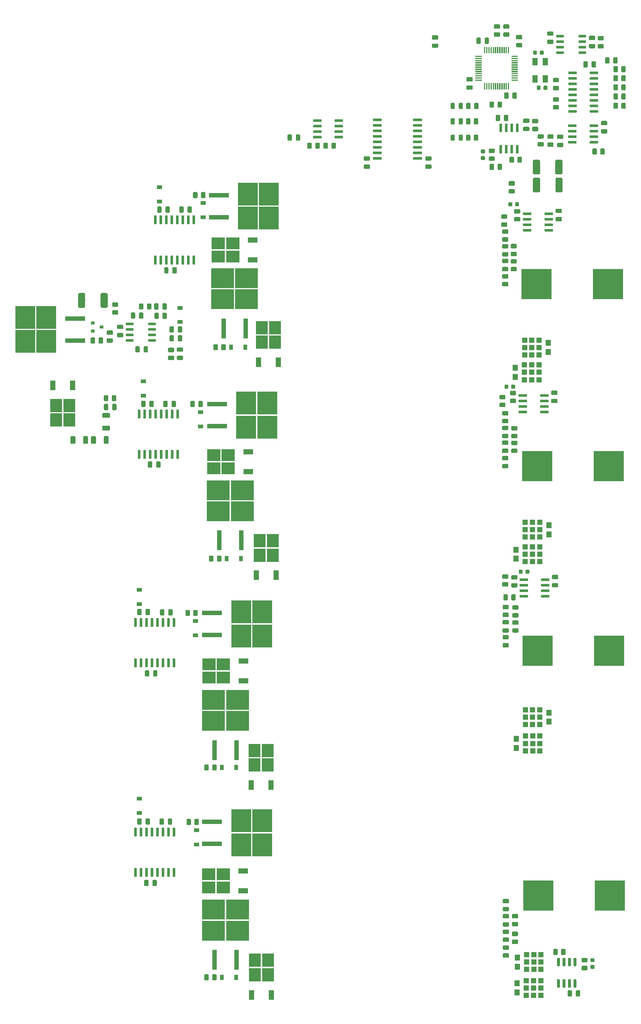
<source format=gtp>
%TF.GenerationSoftware,KiCad,Pcbnew,(5.1.2)-2*%
%TF.CreationDate,2020-11-17T15:03:31-05:00*%
%TF.ProjectId,multiphase_converter,6d756c74-6970-4686-9173-655f636f6e76,rev?*%
%TF.SameCoordinates,Original*%
%TF.FileFunction,Paste,Top*%
%TF.FilePolarity,Positive*%
%FSLAX46Y46*%
G04 Gerber Fmt 4.6, Leading zero omitted, Abs format (unit mm)*
G04 Created by KiCad (PCBNEW (5.1.2)-2) date 2020-11-17 15:03:31*
%MOMM*%
%LPD*%
G04 APERTURE LIST*
%ADD10C,0.100000*%
%ADD11C,0.600000*%
%ADD12C,0.975000*%
%ADD13C,1.025000*%
%ADD14C,1.000000*%
%ADD15C,0.900000*%
%ADD16R,5.250000X4.550000*%
%ADD17R,1.100000X4.600000*%
%ADD18R,2.750000X3.050000*%
%ADD19R,1.200000X2.200000*%
%ADD20R,3.050000X2.750000*%
%ADD21R,2.200000X1.200000*%
%ADD22R,0.900000X1.200000*%
%ADD23R,1.200000X0.900000*%
%ADD24R,1.200000X1.800000*%
%ADD25C,0.300000*%
%ADD26C,1.640000*%
%ADD27C,1.125000*%
%ADD28R,4.550000X5.250000*%
%ADD29R,4.600000X1.100000*%
%ADD30R,0.900000X0.800000*%
%ADD31R,7.000000X7.000000*%
%ADD32R,1.200000X1.250000*%
%ADD33R,1.270000X1.400000*%
G04 APERTURE END LIST*
D10*
%TO.C,U2*%
G36*
X173039703Y-34705722D02*
G01*
X173054264Y-34707882D01*
X173068543Y-34711459D01*
X173082403Y-34716418D01*
X173095710Y-34722712D01*
X173108336Y-34730280D01*
X173120159Y-34739048D01*
X173131066Y-34748934D01*
X173140952Y-34759841D01*
X173149720Y-34771664D01*
X173157288Y-34784290D01*
X173163582Y-34797597D01*
X173168541Y-34811457D01*
X173172118Y-34825736D01*
X173174278Y-34840297D01*
X173175000Y-34855000D01*
X173175000Y-35155000D01*
X173174278Y-35169703D01*
X173172118Y-35184264D01*
X173168541Y-35198543D01*
X173163582Y-35212403D01*
X173157288Y-35225710D01*
X173149720Y-35238336D01*
X173140952Y-35250159D01*
X173131066Y-35261066D01*
X173120159Y-35270952D01*
X173108336Y-35279720D01*
X173095710Y-35287288D01*
X173082403Y-35293582D01*
X173068543Y-35298541D01*
X173054264Y-35302118D01*
X173039703Y-35304278D01*
X173025000Y-35305000D01*
X171575000Y-35305000D01*
X171560297Y-35304278D01*
X171545736Y-35302118D01*
X171531457Y-35298541D01*
X171517597Y-35293582D01*
X171504290Y-35287288D01*
X171491664Y-35279720D01*
X171479841Y-35270952D01*
X171468934Y-35261066D01*
X171459048Y-35250159D01*
X171450280Y-35238336D01*
X171442712Y-35225710D01*
X171436418Y-35212403D01*
X171431459Y-35198543D01*
X171427882Y-35184264D01*
X171425722Y-35169703D01*
X171425000Y-35155000D01*
X171425000Y-34855000D01*
X171425722Y-34840297D01*
X171427882Y-34825736D01*
X171431459Y-34811457D01*
X171436418Y-34797597D01*
X171442712Y-34784290D01*
X171450280Y-34771664D01*
X171459048Y-34759841D01*
X171468934Y-34748934D01*
X171479841Y-34739048D01*
X171491664Y-34730280D01*
X171504290Y-34722712D01*
X171517597Y-34716418D01*
X171531457Y-34711459D01*
X171545736Y-34707882D01*
X171560297Y-34705722D01*
X171575000Y-34705000D01*
X173025000Y-34705000D01*
X173039703Y-34705722D01*
X173039703Y-34705722D01*
G37*
D11*
X172300000Y-35005000D03*
D10*
G36*
X173039703Y-33435722D02*
G01*
X173054264Y-33437882D01*
X173068543Y-33441459D01*
X173082403Y-33446418D01*
X173095710Y-33452712D01*
X173108336Y-33460280D01*
X173120159Y-33469048D01*
X173131066Y-33478934D01*
X173140952Y-33489841D01*
X173149720Y-33501664D01*
X173157288Y-33514290D01*
X173163582Y-33527597D01*
X173168541Y-33541457D01*
X173172118Y-33555736D01*
X173174278Y-33570297D01*
X173175000Y-33585000D01*
X173175000Y-33885000D01*
X173174278Y-33899703D01*
X173172118Y-33914264D01*
X173168541Y-33928543D01*
X173163582Y-33942403D01*
X173157288Y-33955710D01*
X173149720Y-33968336D01*
X173140952Y-33980159D01*
X173131066Y-33991066D01*
X173120159Y-34000952D01*
X173108336Y-34009720D01*
X173095710Y-34017288D01*
X173082403Y-34023582D01*
X173068543Y-34028541D01*
X173054264Y-34032118D01*
X173039703Y-34034278D01*
X173025000Y-34035000D01*
X171575000Y-34035000D01*
X171560297Y-34034278D01*
X171545736Y-34032118D01*
X171531457Y-34028541D01*
X171517597Y-34023582D01*
X171504290Y-34017288D01*
X171491664Y-34009720D01*
X171479841Y-34000952D01*
X171468934Y-33991066D01*
X171459048Y-33980159D01*
X171450280Y-33968336D01*
X171442712Y-33955710D01*
X171436418Y-33942403D01*
X171431459Y-33928543D01*
X171427882Y-33914264D01*
X171425722Y-33899703D01*
X171425000Y-33885000D01*
X171425000Y-33585000D01*
X171425722Y-33570297D01*
X171427882Y-33555736D01*
X171431459Y-33541457D01*
X171436418Y-33527597D01*
X171442712Y-33514290D01*
X171450280Y-33501664D01*
X171459048Y-33489841D01*
X171468934Y-33478934D01*
X171479841Y-33469048D01*
X171491664Y-33460280D01*
X171504290Y-33452712D01*
X171517597Y-33446418D01*
X171531457Y-33441459D01*
X171545736Y-33437882D01*
X171560297Y-33435722D01*
X171575000Y-33435000D01*
X173025000Y-33435000D01*
X173039703Y-33435722D01*
X173039703Y-33435722D01*
G37*
D11*
X172300000Y-33735000D03*
D10*
G36*
X173039703Y-32165722D02*
G01*
X173054264Y-32167882D01*
X173068543Y-32171459D01*
X173082403Y-32176418D01*
X173095710Y-32182712D01*
X173108336Y-32190280D01*
X173120159Y-32199048D01*
X173131066Y-32208934D01*
X173140952Y-32219841D01*
X173149720Y-32231664D01*
X173157288Y-32244290D01*
X173163582Y-32257597D01*
X173168541Y-32271457D01*
X173172118Y-32285736D01*
X173174278Y-32300297D01*
X173175000Y-32315000D01*
X173175000Y-32615000D01*
X173174278Y-32629703D01*
X173172118Y-32644264D01*
X173168541Y-32658543D01*
X173163582Y-32672403D01*
X173157288Y-32685710D01*
X173149720Y-32698336D01*
X173140952Y-32710159D01*
X173131066Y-32721066D01*
X173120159Y-32730952D01*
X173108336Y-32739720D01*
X173095710Y-32747288D01*
X173082403Y-32753582D01*
X173068543Y-32758541D01*
X173054264Y-32762118D01*
X173039703Y-32764278D01*
X173025000Y-32765000D01*
X171575000Y-32765000D01*
X171560297Y-32764278D01*
X171545736Y-32762118D01*
X171531457Y-32758541D01*
X171517597Y-32753582D01*
X171504290Y-32747288D01*
X171491664Y-32739720D01*
X171479841Y-32730952D01*
X171468934Y-32721066D01*
X171459048Y-32710159D01*
X171450280Y-32698336D01*
X171442712Y-32685710D01*
X171436418Y-32672403D01*
X171431459Y-32658543D01*
X171427882Y-32644264D01*
X171425722Y-32629703D01*
X171425000Y-32615000D01*
X171425000Y-32315000D01*
X171425722Y-32300297D01*
X171427882Y-32285736D01*
X171431459Y-32271457D01*
X171436418Y-32257597D01*
X171442712Y-32244290D01*
X171450280Y-32231664D01*
X171459048Y-32219841D01*
X171468934Y-32208934D01*
X171479841Y-32199048D01*
X171491664Y-32190280D01*
X171504290Y-32182712D01*
X171517597Y-32176418D01*
X171531457Y-32171459D01*
X171545736Y-32167882D01*
X171560297Y-32165722D01*
X171575000Y-32165000D01*
X173025000Y-32165000D01*
X173039703Y-32165722D01*
X173039703Y-32165722D01*
G37*
D11*
X172300000Y-32465000D03*
D10*
G36*
X173039703Y-30895722D02*
G01*
X173054264Y-30897882D01*
X173068543Y-30901459D01*
X173082403Y-30906418D01*
X173095710Y-30912712D01*
X173108336Y-30920280D01*
X173120159Y-30929048D01*
X173131066Y-30938934D01*
X173140952Y-30949841D01*
X173149720Y-30961664D01*
X173157288Y-30974290D01*
X173163582Y-30987597D01*
X173168541Y-31001457D01*
X173172118Y-31015736D01*
X173174278Y-31030297D01*
X173175000Y-31045000D01*
X173175000Y-31345000D01*
X173174278Y-31359703D01*
X173172118Y-31374264D01*
X173168541Y-31388543D01*
X173163582Y-31402403D01*
X173157288Y-31415710D01*
X173149720Y-31428336D01*
X173140952Y-31440159D01*
X173131066Y-31451066D01*
X173120159Y-31460952D01*
X173108336Y-31469720D01*
X173095710Y-31477288D01*
X173082403Y-31483582D01*
X173068543Y-31488541D01*
X173054264Y-31492118D01*
X173039703Y-31494278D01*
X173025000Y-31495000D01*
X171575000Y-31495000D01*
X171560297Y-31494278D01*
X171545736Y-31492118D01*
X171531457Y-31488541D01*
X171517597Y-31483582D01*
X171504290Y-31477288D01*
X171491664Y-31469720D01*
X171479841Y-31460952D01*
X171468934Y-31451066D01*
X171459048Y-31440159D01*
X171450280Y-31428336D01*
X171442712Y-31415710D01*
X171436418Y-31402403D01*
X171431459Y-31388543D01*
X171427882Y-31374264D01*
X171425722Y-31359703D01*
X171425000Y-31345000D01*
X171425000Y-31045000D01*
X171425722Y-31030297D01*
X171427882Y-31015736D01*
X171431459Y-31001457D01*
X171436418Y-30987597D01*
X171442712Y-30974290D01*
X171450280Y-30961664D01*
X171459048Y-30949841D01*
X171468934Y-30938934D01*
X171479841Y-30929048D01*
X171491664Y-30920280D01*
X171504290Y-30912712D01*
X171517597Y-30906418D01*
X171531457Y-30901459D01*
X171545736Y-30897882D01*
X171560297Y-30895722D01*
X171575000Y-30895000D01*
X173025000Y-30895000D01*
X173039703Y-30895722D01*
X173039703Y-30895722D01*
G37*
D11*
X172300000Y-31195000D03*
D10*
G36*
X178189703Y-30895722D02*
G01*
X178204264Y-30897882D01*
X178218543Y-30901459D01*
X178232403Y-30906418D01*
X178245710Y-30912712D01*
X178258336Y-30920280D01*
X178270159Y-30929048D01*
X178281066Y-30938934D01*
X178290952Y-30949841D01*
X178299720Y-30961664D01*
X178307288Y-30974290D01*
X178313582Y-30987597D01*
X178318541Y-31001457D01*
X178322118Y-31015736D01*
X178324278Y-31030297D01*
X178325000Y-31045000D01*
X178325000Y-31345000D01*
X178324278Y-31359703D01*
X178322118Y-31374264D01*
X178318541Y-31388543D01*
X178313582Y-31402403D01*
X178307288Y-31415710D01*
X178299720Y-31428336D01*
X178290952Y-31440159D01*
X178281066Y-31451066D01*
X178270159Y-31460952D01*
X178258336Y-31469720D01*
X178245710Y-31477288D01*
X178232403Y-31483582D01*
X178218543Y-31488541D01*
X178204264Y-31492118D01*
X178189703Y-31494278D01*
X178175000Y-31495000D01*
X176725000Y-31495000D01*
X176710297Y-31494278D01*
X176695736Y-31492118D01*
X176681457Y-31488541D01*
X176667597Y-31483582D01*
X176654290Y-31477288D01*
X176641664Y-31469720D01*
X176629841Y-31460952D01*
X176618934Y-31451066D01*
X176609048Y-31440159D01*
X176600280Y-31428336D01*
X176592712Y-31415710D01*
X176586418Y-31402403D01*
X176581459Y-31388543D01*
X176577882Y-31374264D01*
X176575722Y-31359703D01*
X176575000Y-31345000D01*
X176575000Y-31045000D01*
X176575722Y-31030297D01*
X176577882Y-31015736D01*
X176581459Y-31001457D01*
X176586418Y-30987597D01*
X176592712Y-30974290D01*
X176600280Y-30961664D01*
X176609048Y-30949841D01*
X176618934Y-30938934D01*
X176629841Y-30929048D01*
X176641664Y-30920280D01*
X176654290Y-30912712D01*
X176667597Y-30906418D01*
X176681457Y-30901459D01*
X176695736Y-30897882D01*
X176710297Y-30895722D01*
X176725000Y-30895000D01*
X178175000Y-30895000D01*
X178189703Y-30895722D01*
X178189703Y-30895722D01*
G37*
D11*
X177450000Y-31195000D03*
D10*
G36*
X178189703Y-32165722D02*
G01*
X178204264Y-32167882D01*
X178218543Y-32171459D01*
X178232403Y-32176418D01*
X178245710Y-32182712D01*
X178258336Y-32190280D01*
X178270159Y-32199048D01*
X178281066Y-32208934D01*
X178290952Y-32219841D01*
X178299720Y-32231664D01*
X178307288Y-32244290D01*
X178313582Y-32257597D01*
X178318541Y-32271457D01*
X178322118Y-32285736D01*
X178324278Y-32300297D01*
X178325000Y-32315000D01*
X178325000Y-32615000D01*
X178324278Y-32629703D01*
X178322118Y-32644264D01*
X178318541Y-32658543D01*
X178313582Y-32672403D01*
X178307288Y-32685710D01*
X178299720Y-32698336D01*
X178290952Y-32710159D01*
X178281066Y-32721066D01*
X178270159Y-32730952D01*
X178258336Y-32739720D01*
X178245710Y-32747288D01*
X178232403Y-32753582D01*
X178218543Y-32758541D01*
X178204264Y-32762118D01*
X178189703Y-32764278D01*
X178175000Y-32765000D01*
X176725000Y-32765000D01*
X176710297Y-32764278D01*
X176695736Y-32762118D01*
X176681457Y-32758541D01*
X176667597Y-32753582D01*
X176654290Y-32747288D01*
X176641664Y-32739720D01*
X176629841Y-32730952D01*
X176618934Y-32721066D01*
X176609048Y-32710159D01*
X176600280Y-32698336D01*
X176592712Y-32685710D01*
X176586418Y-32672403D01*
X176581459Y-32658543D01*
X176577882Y-32644264D01*
X176575722Y-32629703D01*
X176575000Y-32615000D01*
X176575000Y-32315000D01*
X176575722Y-32300297D01*
X176577882Y-32285736D01*
X176581459Y-32271457D01*
X176586418Y-32257597D01*
X176592712Y-32244290D01*
X176600280Y-32231664D01*
X176609048Y-32219841D01*
X176618934Y-32208934D01*
X176629841Y-32199048D01*
X176641664Y-32190280D01*
X176654290Y-32182712D01*
X176667597Y-32176418D01*
X176681457Y-32171459D01*
X176695736Y-32167882D01*
X176710297Y-32165722D01*
X176725000Y-32165000D01*
X178175000Y-32165000D01*
X178189703Y-32165722D01*
X178189703Y-32165722D01*
G37*
D11*
X177450000Y-32465000D03*
D10*
G36*
X178189703Y-33435722D02*
G01*
X178204264Y-33437882D01*
X178218543Y-33441459D01*
X178232403Y-33446418D01*
X178245710Y-33452712D01*
X178258336Y-33460280D01*
X178270159Y-33469048D01*
X178281066Y-33478934D01*
X178290952Y-33489841D01*
X178299720Y-33501664D01*
X178307288Y-33514290D01*
X178313582Y-33527597D01*
X178318541Y-33541457D01*
X178322118Y-33555736D01*
X178324278Y-33570297D01*
X178325000Y-33585000D01*
X178325000Y-33885000D01*
X178324278Y-33899703D01*
X178322118Y-33914264D01*
X178318541Y-33928543D01*
X178313582Y-33942403D01*
X178307288Y-33955710D01*
X178299720Y-33968336D01*
X178290952Y-33980159D01*
X178281066Y-33991066D01*
X178270159Y-34000952D01*
X178258336Y-34009720D01*
X178245710Y-34017288D01*
X178232403Y-34023582D01*
X178218543Y-34028541D01*
X178204264Y-34032118D01*
X178189703Y-34034278D01*
X178175000Y-34035000D01*
X176725000Y-34035000D01*
X176710297Y-34034278D01*
X176695736Y-34032118D01*
X176681457Y-34028541D01*
X176667597Y-34023582D01*
X176654290Y-34017288D01*
X176641664Y-34009720D01*
X176629841Y-34000952D01*
X176618934Y-33991066D01*
X176609048Y-33980159D01*
X176600280Y-33968336D01*
X176592712Y-33955710D01*
X176586418Y-33942403D01*
X176581459Y-33928543D01*
X176577882Y-33914264D01*
X176575722Y-33899703D01*
X176575000Y-33885000D01*
X176575000Y-33585000D01*
X176575722Y-33570297D01*
X176577882Y-33555736D01*
X176581459Y-33541457D01*
X176586418Y-33527597D01*
X176592712Y-33514290D01*
X176600280Y-33501664D01*
X176609048Y-33489841D01*
X176618934Y-33478934D01*
X176629841Y-33469048D01*
X176641664Y-33460280D01*
X176654290Y-33452712D01*
X176667597Y-33446418D01*
X176681457Y-33441459D01*
X176695736Y-33437882D01*
X176710297Y-33435722D01*
X176725000Y-33435000D01*
X178175000Y-33435000D01*
X178189703Y-33435722D01*
X178189703Y-33435722D01*
G37*
D11*
X177450000Y-33735000D03*
D10*
G36*
X178189703Y-34705722D02*
G01*
X178204264Y-34707882D01*
X178218543Y-34711459D01*
X178232403Y-34716418D01*
X178245710Y-34722712D01*
X178258336Y-34730280D01*
X178270159Y-34739048D01*
X178281066Y-34748934D01*
X178290952Y-34759841D01*
X178299720Y-34771664D01*
X178307288Y-34784290D01*
X178313582Y-34797597D01*
X178318541Y-34811457D01*
X178322118Y-34825736D01*
X178324278Y-34840297D01*
X178325000Y-34855000D01*
X178325000Y-35155000D01*
X178324278Y-35169703D01*
X178322118Y-35184264D01*
X178318541Y-35198543D01*
X178313582Y-35212403D01*
X178307288Y-35225710D01*
X178299720Y-35238336D01*
X178290952Y-35250159D01*
X178281066Y-35261066D01*
X178270159Y-35270952D01*
X178258336Y-35279720D01*
X178245710Y-35287288D01*
X178232403Y-35293582D01*
X178218543Y-35298541D01*
X178204264Y-35302118D01*
X178189703Y-35304278D01*
X178175000Y-35305000D01*
X176725000Y-35305000D01*
X176710297Y-35304278D01*
X176695736Y-35302118D01*
X176681457Y-35298541D01*
X176667597Y-35293582D01*
X176654290Y-35287288D01*
X176641664Y-35279720D01*
X176629841Y-35270952D01*
X176618934Y-35261066D01*
X176609048Y-35250159D01*
X176600280Y-35238336D01*
X176592712Y-35225710D01*
X176586418Y-35212403D01*
X176581459Y-35198543D01*
X176577882Y-35184264D01*
X176575722Y-35169703D01*
X176575000Y-35155000D01*
X176575000Y-34855000D01*
X176575722Y-34840297D01*
X176577882Y-34825736D01*
X176581459Y-34811457D01*
X176586418Y-34797597D01*
X176592712Y-34784290D01*
X176600280Y-34771664D01*
X176609048Y-34759841D01*
X176618934Y-34748934D01*
X176629841Y-34739048D01*
X176641664Y-34730280D01*
X176654290Y-34722712D01*
X176667597Y-34716418D01*
X176681457Y-34711459D01*
X176695736Y-34707882D01*
X176710297Y-34705722D01*
X176725000Y-34705000D01*
X178175000Y-34705000D01*
X178189703Y-34705722D01*
X178189703Y-34705722D01*
G37*
D11*
X177450000Y-35005000D03*
%TD*%
D10*
%TO.C,C61*%
G36*
X182180142Y-33051174D02*
G01*
X182203803Y-33054684D01*
X182227007Y-33060496D01*
X182249529Y-33068554D01*
X182271153Y-33078782D01*
X182291670Y-33091079D01*
X182310883Y-33105329D01*
X182328607Y-33121393D01*
X182344671Y-33139117D01*
X182358921Y-33158330D01*
X182371218Y-33178847D01*
X182381446Y-33200471D01*
X182389504Y-33222993D01*
X182395316Y-33246197D01*
X182398826Y-33269858D01*
X182400000Y-33293750D01*
X182400000Y-33781250D01*
X182398826Y-33805142D01*
X182395316Y-33828803D01*
X182389504Y-33852007D01*
X182381446Y-33874529D01*
X182371218Y-33896153D01*
X182358921Y-33916670D01*
X182344671Y-33935883D01*
X182328607Y-33953607D01*
X182310883Y-33969671D01*
X182291670Y-33983921D01*
X182271153Y-33996218D01*
X182249529Y-34006446D01*
X182227007Y-34014504D01*
X182203803Y-34020316D01*
X182180142Y-34023826D01*
X182156250Y-34025000D01*
X181243750Y-34025000D01*
X181219858Y-34023826D01*
X181196197Y-34020316D01*
X181172993Y-34014504D01*
X181150471Y-34006446D01*
X181128847Y-33996218D01*
X181108330Y-33983921D01*
X181089117Y-33969671D01*
X181071393Y-33953607D01*
X181055329Y-33935883D01*
X181041079Y-33916670D01*
X181028782Y-33896153D01*
X181018554Y-33874529D01*
X181010496Y-33852007D01*
X181004684Y-33828803D01*
X181001174Y-33805142D01*
X181000000Y-33781250D01*
X181000000Y-33293750D01*
X181001174Y-33269858D01*
X181004684Y-33246197D01*
X181010496Y-33222993D01*
X181018554Y-33200471D01*
X181028782Y-33178847D01*
X181041079Y-33158330D01*
X181055329Y-33139117D01*
X181071393Y-33121393D01*
X181089117Y-33105329D01*
X181108330Y-33091079D01*
X181128847Y-33078782D01*
X181150471Y-33068554D01*
X181172993Y-33060496D01*
X181196197Y-33054684D01*
X181219858Y-33051174D01*
X181243750Y-33050000D01*
X182156250Y-33050000D01*
X182180142Y-33051174D01*
X182180142Y-33051174D01*
G37*
D12*
X181700000Y-33537500D03*
D10*
G36*
X182180142Y-31176174D02*
G01*
X182203803Y-31179684D01*
X182227007Y-31185496D01*
X182249529Y-31193554D01*
X182271153Y-31203782D01*
X182291670Y-31216079D01*
X182310883Y-31230329D01*
X182328607Y-31246393D01*
X182344671Y-31264117D01*
X182358921Y-31283330D01*
X182371218Y-31303847D01*
X182381446Y-31325471D01*
X182389504Y-31347993D01*
X182395316Y-31371197D01*
X182398826Y-31394858D01*
X182400000Y-31418750D01*
X182400000Y-31906250D01*
X182398826Y-31930142D01*
X182395316Y-31953803D01*
X182389504Y-31977007D01*
X182381446Y-31999529D01*
X182371218Y-32021153D01*
X182358921Y-32041670D01*
X182344671Y-32060883D01*
X182328607Y-32078607D01*
X182310883Y-32094671D01*
X182291670Y-32108921D01*
X182271153Y-32121218D01*
X182249529Y-32131446D01*
X182227007Y-32139504D01*
X182203803Y-32145316D01*
X182180142Y-32148826D01*
X182156250Y-32150000D01*
X181243750Y-32150000D01*
X181219858Y-32148826D01*
X181196197Y-32145316D01*
X181172993Y-32139504D01*
X181150471Y-32131446D01*
X181128847Y-32121218D01*
X181108330Y-32108921D01*
X181089117Y-32094671D01*
X181071393Y-32078607D01*
X181055329Y-32060883D01*
X181041079Y-32041670D01*
X181028782Y-32021153D01*
X181018554Y-31999529D01*
X181010496Y-31977007D01*
X181004684Y-31953803D01*
X181001174Y-31930142D01*
X181000000Y-31906250D01*
X181000000Y-31418750D01*
X181001174Y-31394858D01*
X181004684Y-31371197D01*
X181010496Y-31347993D01*
X181018554Y-31325471D01*
X181028782Y-31303847D01*
X181041079Y-31283330D01*
X181055329Y-31264117D01*
X181071393Y-31246393D01*
X181089117Y-31230329D01*
X181108330Y-31216079D01*
X181128847Y-31203782D01*
X181150471Y-31193554D01*
X181172993Y-31185496D01*
X181196197Y-31179684D01*
X181219858Y-31176174D01*
X181243750Y-31175000D01*
X182156250Y-31175000D01*
X182180142Y-31176174D01*
X182180142Y-31176174D01*
G37*
D12*
X181700000Y-31662500D03*
%TD*%
D10*
%TO.C,R73*%
G36*
X171824505Y-42651204D02*
G01*
X171848773Y-42654804D01*
X171872572Y-42660765D01*
X171895671Y-42669030D01*
X171917850Y-42679520D01*
X171938893Y-42692132D01*
X171958599Y-42706747D01*
X171976777Y-42723223D01*
X171993253Y-42741401D01*
X172007868Y-42761107D01*
X172020480Y-42782150D01*
X172030970Y-42804329D01*
X172039235Y-42827428D01*
X172045196Y-42851227D01*
X172048796Y-42875495D01*
X172050000Y-42899999D01*
X172050000Y-43425001D01*
X172048796Y-43449505D01*
X172045196Y-43473773D01*
X172039235Y-43497572D01*
X172030970Y-43520671D01*
X172020480Y-43542850D01*
X172007868Y-43563893D01*
X171993253Y-43583599D01*
X171976777Y-43601777D01*
X171958599Y-43618253D01*
X171938893Y-43632868D01*
X171917850Y-43645480D01*
X171895671Y-43655970D01*
X171872572Y-43664235D01*
X171848773Y-43670196D01*
X171824505Y-43673796D01*
X171800001Y-43675000D01*
X170899999Y-43675000D01*
X170875495Y-43673796D01*
X170851227Y-43670196D01*
X170827428Y-43664235D01*
X170804329Y-43655970D01*
X170782150Y-43645480D01*
X170761107Y-43632868D01*
X170741401Y-43618253D01*
X170723223Y-43601777D01*
X170706747Y-43583599D01*
X170692132Y-43563893D01*
X170679520Y-43542850D01*
X170669030Y-43520671D01*
X170660765Y-43497572D01*
X170654804Y-43473773D01*
X170651204Y-43449505D01*
X170650000Y-43425001D01*
X170650000Y-42899999D01*
X170651204Y-42875495D01*
X170654804Y-42851227D01*
X170660765Y-42827428D01*
X170669030Y-42804329D01*
X170679520Y-42782150D01*
X170692132Y-42761107D01*
X170706747Y-42741401D01*
X170723223Y-42723223D01*
X170741401Y-42706747D01*
X170761107Y-42692132D01*
X170782150Y-42679520D01*
X170804329Y-42669030D01*
X170827428Y-42660765D01*
X170851227Y-42654804D01*
X170875495Y-42651204D01*
X170899999Y-42650000D01*
X171800001Y-42650000D01*
X171824505Y-42651204D01*
X171824505Y-42651204D01*
G37*
D13*
X171350000Y-43162500D03*
D10*
G36*
X171824505Y-40826204D02*
G01*
X171848773Y-40829804D01*
X171872572Y-40835765D01*
X171895671Y-40844030D01*
X171917850Y-40854520D01*
X171938893Y-40867132D01*
X171958599Y-40881747D01*
X171976777Y-40898223D01*
X171993253Y-40916401D01*
X172007868Y-40936107D01*
X172020480Y-40957150D01*
X172030970Y-40979329D01*
X172039235Y-41002428D01*
X172045196Y-41026227D01*
X172048796Y-41050495D01*
X172050000Y-41074999D01*
X172050000Y-41600001D01*
X172048796Y-41624505D01*
X172045196Y-41648773D01*
X172039235Y-41672572D01*
X172030970Y-41695671D01*
X172020480Y-41717850D01*
X172007868Y-41738893D01*
X171993253Y-41758599D01*
X171976777Y-41776777D01*
X171958599Y-41793253D01*
X171938893Y-41807868D01*
X171917850Y-41820480D01*
X171895671Y-41830970D01*
X171872572Y-41839235D01*
X171848773Y-41845196D01*
X171824505Y-41848796D01*
X171800001Y-41850000D01*
X170899999Y-41850000D01*
X170875495Y-41848796D01*
X170851227Y-41845196D01*
X170827428Y-41839235D01*
X170804329Y-41830970D01*
X170782150Y-41820480D01*
X170761107Y-41807868D01*
X170741401Y-41793253D01*
X170723223Y-41776777D01*
X170706747Y-41758599D01*
X170692132Y-41738893D01*
X170679520Y-41717850D01*
X170669030Y-41695671D01*
X170660765Y-41672572D01*
X170654804Y-41648773D01*
X170651204Y-41624505D01*
X170650000Y-41600001D01*
X170650000Y-41074999D01*
X170651204Y-41050495D01*
X170654804Y-41026227D01*
X170660765Y-41002428D01*
X170669030Y-40979329D01*
X170679520Y-40957150D01*
X170692132Y-40936107D01*
X170706747Y-40916401D01*
X170723223Y-40898223D01*
X170741401Y-40881747D01*
X170761107Y-40867132D01*
X170782150Y-40854520D01*
X170804329Y-40844030D01*
X170827428Y-40835765D01*
X170851227Y-40829804D01*
X170875495Y-40826204D01*
X170899999Y-40825000D01*
X171800001Y-40825000D01*
X171824505Y-40826204D01*
X171824505Y-40826204D01*
G37*
D13*
X171350000Y-41337500D03*
%TD*%
D10*
%TO.C,R72*%
G36*
X182399505Y-57101204D02*
G01*
X182423773Y-57104804D01*
X182447572Y-57110765D01*
X182470671Y-57119030D01*
X182492850Y-57129520D01*
X182513893Y-57142132D01*
X182533599Y-57156747D01*
X182551777Y-57173223D01*
X182568253Y-57191401D01*
X182582868Y-57211107D01*
X182595480Y-57232150D01*
X182605970Y-57254329D01*
X182614235Y-57277428D01*
X182620196Y-57301227D01*
X182623796Y-57325495D01*
X182625000Y-57349999D01*
X182625000Y-58250001D01*
X182623796Y-58274505D01*
X182620196Y-58298773D01*
X182614235Y-58322572D01*
X182605970Y-58345671D01*
X182595480Y-58367850D01*
X182582868Y-58388893D01*
X182568253Y-58408599D01*
X182551777Y-58426777D01*
X182533599Y-58443253D01*
X182513893Y-58457868D01*
X182492850Y-58470480D01*
X182470671Y-58480970D01*
X182447572Y-58489235D01*
X182423773Y-58495196D01*
X182399505Y-58498796D01*
X182375001Y-58500000D01*
X181849999Y-58500000D01*
X181825495Y-58498796D01*
X181801227Y-58495196D01*
X181777428Y-58489235D01*
X181754329Y-58480970D01*
X181732150Y-58470480D01*
X181711107Y-58457868D01*
X181691401Y-58443253D01*
X181673223Y-58426777D01*
X181656747Y-58408599D01*
X181642132Y-58388893D01*
X181629520Y-58367850D01*
X181619030Y-58345671D01*
X181610765Y-58322572D01*
X181604804Y-58298773D01*
X181601204Y-58274505D01*
X181600000Y-58250001D01*
X181600000Y-57349999D01*
X181601204Y-57325495D01*
X181604804Y-57301227D01*
X181610765Y-57277428D01*
X181619030Y-57254329D01*
X181629520Y-57232150D01*
X181642132Y-57211107D01*
X181656747Y-57191401D01*
X181673223Y-57173223D01*
X181691401Y-57156747D01*
X181711107Y-57142132D01*
X181732150Y-57129520D01*
X181754329Y-57119030D01*
X181777428Y-57110765D01*
X181801227Y-57104804D01*
X181825495Y-57101204D01*
X181849999Y-57100000D01*
X182375001Y-57100000D01*
X182399505Y-57101204D01*
X182399505Y-57101204D01*
G37*
D13*
X182112500Y-57800000D03*
D10*
G36*
X180574505Y-57101204D02*
G01*
X180598773Y-57104804D01*
X180622572Y-57110765D01*
X180645671Y-57119030D01*
X180667850Y-57129520D01*
X180688893Y-57142132D01*
X180708599Y-57156747D01*
X180726777Y-57173223D01*
X180743253Y-57191401D01*
X180757868Y-57211107D01*
X180770480Y-57232150D01*
X180780970Y-57254329D01*
X180789235Y-57277428D01*
X180795196Y-57301227D01*
X180798796Y-57325495D01*
X180800000Y-57349999D01*
X180800000Y-58250001D01*
X180798796Y-58274505D01*
X180795196Y-58298773D01*
X180789235Y-58322572D01*
X180780970Y-58345671D01*
X180770480Y-58367850D01*
X180757868Y-58388893D01*
X180743253Y-58408599D01*
X180726777Y-58426777D01*
X180708599Y-58443253D01*
X180688893Y-58457868D01*
X180667850Y-58470480D01*
X180645671Y-58480970D01*
X180622572Y-58489235D01*
X180598773Y-58495196D01*
X180574505Y-58498796D01*
X180550001Y-58500000D01*
X180024999Y-58500000D01*
X180000495Y-58498796D01*
X179976227Y-58495196D01*
X179952428Y-58489235D01*
X179929329Y-58480970D01*
X179907150Y-58470480D01*
X179886107Y-58457868D01*
X179866401Y-58443253D01*
X179848223Y-58426777D01*
X179831747Y-58408599D01*
X179817132Y-58388893D01*
X179804520Y-58367850D01*
X179794030Y-58345671D01*
X179785765Y-58322572D01*
X179779804Y-58298773D01*
X179776204Y-58274505D01*
X179775000Y-58250001D01*
X179775000Y-57349999D01*
X179776204Y-57325495D01*
X179779804Y-57301227D01*
X179785765Y-57277428D01*
X179794030Y-57254329D01*
X179804520Y-57232150D01*
X179817132Y-57211107D01*
X179831747Y-57191401D01*
X179848223Y-57173223D01*
X179866401Y-57156747D01*
X179886107Y-57142132D01*
X179907150Y-57129520D01*
X179929329Y-57119030D01*
X179952428Y-57110765D01*
X179976227Y-57104804D01*
X180000495Y-57101204D01*
X180024999Y-57100000D01*
X180550001Y-57100000D01*
X180574505Y-57101204D01*
X180574505Y-57101204D01*
G37*
D13*
X180287500Y-57800000D03*
%TD*%
D10*
%TO.C,R71*%
G36*
X171824505Y-47101204D02*
G01*
X171848773Y-47104804D01*
X171872572Y-47110765D01*
X171895671Y-47119030D01*
X171917850Y-47129520D01*
X171938893Y-47142132D01*
X171958599Y-47156747D01*
X171976777Y-47173223D01*
X171993253Y-47191401D01*
X172007868Y-47211107D01*
X172020480Y-47232150D01*
X172030970Y-47254329D01*
X172039235Y-47277428D01*
X172045196Y-47301227D01*
X172048796Y-47325495D01*
X172050000Y-47349999D01*
X172050000Y-47875001D01*
X172048796Y-47899505D01*
X172045196Y-47923773D01*
X172039235Y-47947572D01*
X172030970Y-47970671D01*
X172020480Y-47992850D01*
X172007868Y-48013893D01*
X171993253Y-48033599D01*
X171976777Y-48051777D01*
X171958599Y-48068253D01*
X171938893Y-48082868D01*
X171917850Y-48095480D01*
X171895671Y-48105970D01*
X171872572Y-48114235D01*
X171848773Y-48120196D01*
X171824505Y-48123796D01*
X171800001Y-48125000D01*
X170899999Y-48125000D01*
X170875495Y-48123796D01*
X170851227Y-48120196D01*
X170827428Y-48114235D01*
X170804329Y-48105970D01*
X170782150Y-48095480D01*
X170761107Y-48082868D01*
X170741401Y-48068253D01*
X170723223Y-48051777D01*
X170706747Y-48033599D01*
X170692132Y-48013893D01*
X170679520Y-47992850D01*
X170669030Y-47970671D01*
X170660765Y-47947572D01*
X170654804Y-47923773D01*
X170651204Y-47899505D01*
X170650000Y-47875001D01*
X170650000Y-47349999D01*
X170651204Y-47325495D01*
X170654804Y-47301227D01*
X170660765Y-47277428D01*
X170669030Y-47254329D01*
X170679520Y-47232150D01*
X170692132Y-47211107D01*
X170706747Y-47191401D01*
X170723223Y-47173223D01*
X170741401Y-47156747D01*
X170761107Y-47142132D01*
X170782150Y-47129520D01*
X170804329Y-47119030D01*
X170827428Y-47110765D01*
X170851227Y-47104804D01*
X170875495Y-47101204D01*
X170899999Y-47100000D01*
X171800001Y-47100000D01*
X171824505Y-47101204D01*
X171824505Y-47101204D01*
G37*
D13*
X171350000Y-47612500D03*
D10*
G36*
X171824505Y-45276204D02*
G01*
X171848773Y-45279804D01*
X171872572Y-45285765D01*
X171895671Y-45294030D01*
X171917850Y-45304520D01*
X171938893Y-45317132D01*
X171958599Y-45331747D01*
X171976777Y-45348223D01*
X171993253Y-45366401D01*
X172007868Y-45386107D01*
X172020480Y-45407150D01*
X172030970Y-45429329D01*
X172039235Y-45452428D01*
X172045196Y-45476227D01*
X172048796Y-45500495D01*
X172050000Y-45524999D01*
X172050000Y-46050001D01*
X172048796Y-46074505D01*
X172045196Y-46098773D01*
X172039235Y-46122572D01*
X172030970Y-46145671D01*
X172020480Y-46167850D01*
X172007868Y-46188893D01*
X171993253Y-46208599D01*
X171976777Y-46226777D01*
X171958599Y-46243253D01*
X171938893Y-46257868D01*
X171917850Y-46270480D01*
X171895671Y-46280970D01*
X171872572Y-46289235D01*
X171848773Y-46295196D01*
X171824505Y-46298796D01*
X171800001Y-46300000D01*
X170899999Y-46300000D01*
X170875495Y-46298796D01*
X170851227Y-46295196D01*
X170827428Y-46289235D01*
X170804329Y-46280970D01*
X170782150Y-46270480D01*
X170761107Y-46257868D01*
X170741401Y-46243253D01*
X170723223Y-46226777D01*
X170706747Y-46208599D01*
X170692132Y-46188893D01*
X170679520Y-46167850D01*
X170669030Y-46145671D01*
X170660765Y-46122572D01*
X170654804Y-46098773D01*
X170651204Y-46074505D01*
X170650000Y-46050001D01*
X170650000Y-45524999D01*
X170651204Y-45500495D01*
X170654804Y-45476227D01*
X170660765Y-45452428D01*
X170669030Y-45429329D01*
X170679520Y-45407150D01*
X170692132Y-45386107D01*
X170706747Y-45366401D01*
X170723223Y-45348223D01*
X170741401Y-45331747D01*
X170761107Y-45317132D01*
X170782150Y-45304520D01*
X170804329Y-45294030D01*
X170827428Y-45285765D01*
X170851227Y-45279804D01*
X170875495Y-45276204D01*
X170899999Y-45275000D01*
X171800001Y-45275000D01*
X171824505Y-45276204D01*
X171824505Y-45276204D01*
G37*
D13*
X171350000Y-45787500D03*
%TD*%
D10*
%TO.C,R70*%
G36*
X167024505Y-52101204D02*
G01*
X167048773Y-52104804D01*
X167072572Y-52110765D01*
X167095671Y-52119030D01*
X167117850Y-52129520D01*
X167138893Y-52142132D01*
X167158599Y-52156747D01*
X167176777Y-52173223D01*
X167193253Y-52191401D01*
X167207868Y-52211107D01*
X167220480Y-52232150D01*
X167230970Y-52254329D01*
X167239235Y-52277428D01*
X167245196Y-52301227D01*
X167248796Y-52325495D01*
X167250000Y-52349999D01*
X167250000Y-52875001D01*
X167248796Y-52899505D01*
X167245196Y-52923773D01*
X167239235Y-52947572D01*
X167230970Y-52970671D01*
X167220480Y-52992850D01*
X167207868Y-53013893D01*
X167193253Y-53033599D01*
X167176777Y-53051777D01*
X167158599Y-53068253D01*
X167138893Y-53082868D01*
X167117850Y-53095480D01*
X167095671Y-53105970D01*
X167072572Y-53114235D01*
X167048773Y-53120196D01*
X167024505Y-53123796D01*
X167000001Y-53125000D01*
X166099999Y-53125000D01*
X166075495Y-53123796D01*
X166051227Y-53120196D01*
X166027428Y-53114235D01*
X166004329Y-53105970D01*
X165982150Y-53095480D01*
X165961107Y-53082868D01*
X165941401Y-53068253D01*
X165923223Y-53051777D01*
X165906747Y-53033599D01*
X165892132Y-53013893D01*
X165879520Y-52992850D01*
X165869030Y-52970671D01*
X165860765Y-52947572D01*
X165854804Y-52923773D01*
X165851204Y-52899505D01*
X165850000Y-52875001D01*
X165850000Y-52349999D01*
X165851204Y-52325495D01*
X165854804Y-52301227D01*
X165860765Y-52277428D01*
X165869030Y-52254329D01*
X165879520Y-52232150D01*
X165892132Y-52211107D01*
X165906747Y-52191401D01*
X165923223Y-52173223D01*
X165941401Y-52156747D01*
X165961107Y-52142132D01*
X165982150Y-52129520D01*
X166004329Y-52119030D01*
X166027428Y-52110765D01*
X166051227Y-52104804D01*
X166075495Y-52101204D01*
X166099999Y-52100000D01*
X167000001Y-52100000D01*
X167024505Y-52101204D01*
X167024505Y-52101204D01*
G37*
D13*
X166550000Y-52612500D03*
D10*
G36*
X167024505Y-50276204D02*
G01*
X167048773Y-50279804D01*
X167072572Y-50285765D01*
X167095671Y-50294030D01*
X167117850Y-50304520D01*
X167138893Y-50317132D01*
X167158599Y-50331747D01*
X167176777Y-50348223D01*
X167193253Y-50366401D01*
X167207868Y-50386107D01*
X167220480Y-50407150D01*
X167230970Y-50429329D01*
X167239235Y-50452428D01*
X167245196Y-50476227D01*
X167248796Y-50500495D01*
X167250000Y-50524999D01*
X167250000Y-51050001D01*
X167248796Y-51074505D01*
X167245196Y-51098773D01*
X167239235Y-51122572D01*
X167230970Y-51145671D01*
X167220480Y-51167850D01*
X167207868Y-51188893D01*
X167193253Y-51208599D01*
X167176777Y-51226777D01*
X167158599Y-51243253D01*
X167138893Y-51257868D01*
X167117850Y-51270480D01*
X167095671Y-51280970D01*
X167072572Y-51289235D01*
X167048773Y-51295196D01*
X167024505Y-51298796D01*
X167000001Y-51300000D01*
X166099999Y-51300000D01*
X166075495Y-51298796D01*
X166051227Y-51295196D01*
X166027428Y-51289235D01*
X166004329Y-51280970D01*
X165982150Y-51270480D01*
X165961107Y-51257868D01*
X165941401Y-51243253D01*
X165923223Y-51226777D01*
X165906747Y-51208599D01*
X165892132Y-51188893D01*
X165879520Y-51167850D01*
X165869030Y-51145671D01*
X165860765Y-51122572D01*
X165854804Y-51098773D01*
X165851204Y-51074505D01*
X165850000Y-51050001D01*
X165850000Y-50524999D01*
X165851204Y-50500495D01*
X165854804Y-50476227D01*
X165860765Y-50452428D01*
X165869030Y-50429329D01*
X165879520Y-50407150D01*
X165892132Y-50386107D01*
X165906747Y-50366401D01*
X165923223Y-50348223D01*
X165941401Y-50331747D01*
X165961107Y-50317132D01*
X165982150Y-50304520D01*
X166004329Y-50294030D01*
X166027428Y-50285765D01*
X166051227Y-50279804D01*
X166075495Y-50276204D01*
X166099999Y-50275000D01*
X167000001Y-50275000D01*
X167024505Y-50276204D01*
X167024505Y-50276204D01*
G37*
D13*
X166550000Y-50787500D03*
%TD*%
D10*
%TO.C,C60*%
G36*
X164999504Y-50201204D02*
G01*
X165023773Y-50204804D01*
X165047571Y-50210765D01*
X165070671Y-50219030D01*
X165092849Y-50229520D01*
X165113893Y-50242133D01*
X165133598Y-50256747D01*
X165151777Y-50273223D01*
X165168253Y-50291402D01*
X165182867Y-50311107D01*
X165195480Y-50332151D01*
X165205970Y-50354329D01*
X165214235Y-50377429D01*
X165220196Y-50401227D01*
X165223796Y-50425496D01*
X165225000Y-50450000D01*
X165225000Y-50950000D01*
X165223796Y-50974504D01*
X165220196Y-50998773D01*
X165214235Y-51022571D01*
X165205970Y-51045671D01*
X165195480Y-51067849D01*
X165182867Y-51088893D01*
X165168253Y-51108598D01*
X165151777Y-51126777D01*
X165133598Y-51143253D01*
X165113893Y-51157867D01*
X165092849Y-51170480D01*
X165070671Y-51180970D01*
X165047571Y-51189235D01*
X165023773Y-51195196D01*
X164999504Y-51198796D01*
X164975000Y-51200000D01*
X164025000Y-51200000D01*
X164000496Y-51198796D01*
X163976227Y-51195196D01*
X163952429Y-51189235D01*
X163929329Y-51180970D01*
X163907151Y-51170480D01*
X163886107Y-51157867D01*
X163866402Y-51143253D01*
X163848223Y-51126777D01*
X163831747Y-51108598D01*
X163817133Y-51088893D01*
X163804520Y-51067849D01*
X163794030Y-51045671D01*
X163785765Y-51022571D01*
X163779804Y-50998773D01*
X163776204Y-50974504D01*
X163775000Y-50950000D01*
X163775000Y-50450000D01*
X163776204Y-50425496D01*
X163779804Y-50401227D01*
X163785765Y-50377429D01*
X163794030Y-50354329D01*
X163804520Y-50332151D01*
X163817133Y-50311107D01*
X163831747Y-50291402D01*
X163848223Y-50273223D01*
X163866402Y-50256747D01*
X163886107Y-50242133D01*
X163907151Y-50229520D01*
X163929329Y-50219030D01*
X163952429Y-50210765D01*
X163976227Y-50204804D01*
X164000496Y-50201204D01*
X164025000Y-50200000D01*
X164975000Y-50200000D01*
X164999504Y-50201204D01*
X164999504Y-50201204D01*
G37*
D14*
X164500000Y-50700000D03*
D10*
G36*
X164999504Y-52101204D02*
G01*
X165023773Y-52104804D01*
X165047571Y-52110765D01*
X165070671Y-52119030D01*
X165092849Y-52129520D01*
X165113893Y-52142133D01*
X165133598Y-52156747D01*
X165151777Y-52173223D01*
X165168253Y-52191402D01*
X165182867Y-52211107D01*
X165195480Y-52232151D01*
X165205970Y-52254329D01*
X165214235Y-52277429D01*
X165220196Y-52301227D01*
X165223796Y-52325496D01*
X165225000Y-52350000D01*
X165225000Y-52850000D01*
X165223796Y-52874504D01*
X165220196Y-52898773D01*
X165214235Y-52922571D01*
X165205970Y-52945671D01*
X165195480Y-52967849D01*
X165182867Y-52988893D01*
X165168253Y-53008598D01*
X165151777Y-53026777D01*
X165133598Y-53043253D01*
X165113893Y-53057867D01*
X165092849Y-53070480D01*
X165070671Y-53080970D01*
X165047571Y-53089235D01*
X165023773Y-53095196D01*
X164999504Y-53098796D01*
X164975000Y-53100000D01*
X164025000Y-53100000D01*
X164000496Y-53098796D01*
X163976227Y-53095196D01*
X163952429Y-53089235D01*
X163929329Y-53080970D01*
X163907151Y-53070480D01*
X163886107Y-53057867D01*
X163866402Y-53043253D01*
X163848223Y-53026777D01*
X163831747Y-53008598D01*
X163817133Y-52988893D01*
X163804520Y-52967849D01*
X163794030Y-52945671D01*
X163785765Y-52922571D01*
X163779804Y-52898773D01*
X163776204Y-52874504D01*
X163775000Y-52850000D01*
X163775000Y-52350000D01*
X163776204Y-52325496D01*
X163779804Y-52301227D01*
X163785765Y-52277429D01*
X163794030Y-52254329D01*
X163804520Y-52232151D01*
X163817133Y-52211107D01*
X163831747Y-52191402D01*
X163848223Y-52173223D01*
X163866402Y-52156747D01*
X163886107Y-52142133D01*
X163907151Y-52129520D01*
X163929329Y-52119030D01*
X163952429Y-52110765D01*
X163976227Y-52104804D01*
X164000496Y-52101204D01*
X164025000Y-52100000D01*
X164975000Y-52100000D01*
X164999504Y-52101204D01*
X164999504Y-52101204D01*
G37*
D14*
X164500000Y-52600000D03*
%TD*%
D10*
%TO.C,R34*%
G36*
X160374505Y-28476204D02*
G01*
X160398773Y-28479804D01*
X160422572Y-28485765D01*
X160445671Y-28494030D01*
X160467850Y-28504520D01*
X160488893Y-28517132D01*
X160508599Y-28531747D01*
X160526777Y-28548223D01*
X160543253Y-28566401D01*
X160557868Y-28586107D01*
X160570480Y-28607150D01*
X160580970Y-28629329D01*
X160589235Y-28652428D01*
X160595196Y-28676227D01*
X160598796Y-28700495D01*
X160600000Y-28724999D01*
X160600000Y-29250001D01*
X160598796Y-29274505D01*
X160595196Y-29298773D01*
X160589235Y-29322572D01*
X160580970Y-29345671D01*
X160570480Y-29367850D01*
X160557868Y-29388893D01*
X160543253Y-29408599D01*
X160526777Y-29426777D01*
X160508599Y-29443253D01*
X160488893Y-29457868D01*
X160467850Y-29470480D01*
X160445671Y-29480970D01*
X160422572Y-29489235D01*
X160398773Y-29495196D01*
X160374505Y-29498796D01*
X160350001Y-29500000D01*
X159449999Y-29500000D01*
X159425495Y-29498796D01*
X159401227Y-29495196D01*
X159377428Y-29489235D01*
X159354329Y-29480970D01*
X159332150Y-29470480D01*
X159311107Y-29457868D01*
X159291401Y-29443253D01*
X159273223Y-29426777D01*
X159256747Y-29408599D01*
X159242132Y-29388893D01*
X159229520Y-29367850D01*
X159219030Y-29345671D01*
X159210765Y-29322572D01*
X159204804Y-29298773D01*
X159201204Y-29274505D01*
X159200000Y-29250001D01*
X159200000Y-28724999D01*
X159201204Y-28700495D01*
X159204804Y-28676227D01*
X159210765Y-28652428D01*
X159219030Y-28629329D01*
X159229520Y-28607150D01*
X159242132Y-28586107D01*
X159256747Y-28566401D01*
X159273223Y-28548223D01*
X159291401Y-28531747D01*
X159311107Y-28517132D01*
X159332150Y-28504520D01*
X159354329Y-28494030D01*
X159377428Y-28485765D01*
X159401227Y-28479804D01*
X159425495Y-28476204D01*
X159449999Y-28475000D01*
X160350001Y-28475000D01*
X160374505Y-28476204D01*
X160374505Y-28476204D01*
G37*
D13*
X159900000Y-28987500D03*
D10*
G36*
X160374505Y-30301204D02*
G01*
X160398773Y-30304804D01*
X160422572Y-30310765D01*
X160445671Y-30319030D01*
X160467850Y-30329520D01*
X160488893Y-30342132D01*
X160508599Y-30356747D01*
X160526777Y-30373223D01*
X160543253Y-30391401D01*
X160557868Y-30411107D01*
X160570480Y-30432150D01*
X160580970Y-30454329D01*
X160589235Y-30477428D01*
X160595196Y-30501227D01*
X160598796Y-30525495D01*
X160600000Y-30549999D01*
X160600000Y-31075001D01*
X160598796Y-31099505D01*
X160595196Y-31123773D01*
X160589235Y-31147572D01*
X160580970Y-31170671D01*
X160570480Y-31192850D01*
X160557868Y-31213893D01*
X160543253Y-31233599D01*
X160526777Y-31251777D01*
X160508599Y-31268253D01*
X160488893Y-31282868D01*
X160467850Y-31295480D01*
X160445671Y-31305970D01*
X160422572Y-31314235D01*
X160398773Y-31320196D01*
X160374505Y-31323796D01*
X160350001Y-31325000D01*
X159449999Y-31325000D01*
X159425495Y-31323796D01*
X159401227Y-31320196D01*
X159377428Y-31314235D01*
X159354329Y-31305970D01*
X159332150Y-31295480D01*
X159311107Y-31282868D01*
X159291401Y-31268253D01*
X159273223Y-31251777D01*
X159256747Y-31233599D01*
X159242132Y-31213893D01*
X159229520Y-31192850D01*
X159219030Y-31170671D01*
X159210765Y-31147572D01*
X159204804Y-31123773D01*
X159201204Y-31099505D01*
X159200000Y-31075001D01*
X159200000Y-30549999D01*
X159201204Y-30525495D01*
X159204804Y-30501227D01*
X159210765Y-30477428D01*
X159219030Y-30454329D01*
X159229520Y-30432150D01*
X159242132Y-30411107D01*
X159256747Y-30391401D01*
X159273223Y-30373223D01*
X159291401Y-30356747D01*
X159311107Y-30342132D01*
X159332150Y-30329520D01*
X159354329Y-30319030D01*
X159377428Y-30310765D01*
X159401227Y-30304804D01*
X159425495Y-30301204D01*
X159449999Y-30300000D01*
X160350001Y-30300000D01*
X160374505Y-30301204D01*
X160374505Y-30301204D01*
G37*
D13*
X159900000Y-30812500D03*
%TD*%
D10*
%TO.C,R33*%
G36*
X158224505Y-28476204D02*
G01*
X158248773Y-28479804D01*
X158272572Y-28485765D01*
X158295671Y-28494030D01*
X158317850Y-28504520D01*
X158338893Y-28517132D01*
X158358599Y-28531747D01*
X158376777Y-28548223D01*
X158393253Y-28566401D01*
X158407868Y-28586107D01*
X158420480Y-28607150D01*
X158430970Y-28629329D01*
X158439235Y-28652428D01*
X158445196Y-28676227D01*
X158448796Y-28700495D01*
X158450000Y-28724999D01*
X158450000Y-29250001D01*
X158448796Y-29274505D01*
X158445196Y-29298773D01*
X158439235Y-29322572D01*
X158430970Y-29345671D01*
X158420480Y-29367850D01*
X158407868Y-29388893D01*
X158393253Y-29408599D01*
X158376777Y-29426777D01*
X158358599Y-29443253D01*
X158338893Y-29457868D01*
X158317850Y-29470480D01*
X158295671Y-29480970D01*
X158272572Y-29489235D01*
X158248773Y-29495196D01*
X158224505Y-29498796D01*
X158200001Y-29500000D01*
X157299999Y-29500000D01*
X157275495Y-29498796D01*
X157251227Y-29495196D01*
X157227428Y-29489235D01*
X157204329Y-29480970D01*
X157182150Y-29470480D01*
X157161107Y-29457868D01*
X157141401Y-29443253D01*
X157123223Y-29426777D01*
X157106747Y-29408599D01*
X157092132Y-29388893D01*
X157079520Y-29367850D01*
X157069030Y-29345671D01*
X157060765Y-29322572D01*
X157054804Y-29298773D01*
X157051204Y-29274505D01*
X157050000Y-29250001D01*
X157050000Y-28724999D01*
X157051204Y-28700495D01*
X157054804Y-28676227D01*
X157060765Y-28652428D01*
X157069030Y-28629329D01*
X157079520Y-28607150D01*
X157092132Y-28586107D01*
X157106747Y-28566401D01*
X157123223Y-28548223D01*
X157141401Y-28531747D01*
X157161107Y-28517132D01*
X157182150Y-28504520D01*
X157204329Y-28494030D01*
X157227428Y-28485765D01*
X157251227Y-28479804D01*
X157275495Y-28476204D01*
X157299999Y-28475000D01*
X158200001Y-28475000D01*
X158224505Y-28476204D01*
X158224505Y-28476204D01*
G37*
D13*
X157750000Y-28987500D03*
D10*
G36*
X158224505Y-30301204D02*
G01*
X158248773Y-30304804D01*
X158272572Y-30310765D01*
X158295671Y-30319030D01*
X158317850Y-30329520D01*
X158338893Y-30342132D01*
X158358599Y-30356747D01*
X158376777Y-30373223D01*
X158393253Y-30391401D01*
X158407868Y-30411107D01*
X158420480Y-30432150D01*
X158430970Y-30454329D01*
X158439235Y-30477428D01*
X158445196Y-30501227D01*
X158448796Y-30525495D01*
X158450000Y-30549999D01*
X158450000Y-31075001D01*
X158448796Y-31099505D01*
X158445196Y-31123773D01*
X158439235Y-31147572D01*
X158430970Y-31170671D01*
X158420480Y-31192850D01*
X158407868Y-31213893D01*
X158393253Y-31233599D01*
X158376777Y-31251777D01*
X158358599Y-31268253D01*
X158338893Y-31282868D01*
X158317850Y-31295480D01*
X158295671Y-31305970D01*
X158272572Y-31314235D01*
X158248773Y-31320196D01*
X158224505Y-31323796D01*
X158200001Y-31325000D01*
X157299999Y-31325000D01*
X157275495Y-31323796D01*
X157251227Y-31320196D01*
X157227428Y-31314235D01*
X157204329Y-31305970D01*
X157182150Y-31295480D01*
X157161107Y-31282868D01*
X157141401Y-31268253D01*
X157123223Y-31251777D01*
X157106747Y-31233599D01*
X157092132Y-31213893D01*
X157079520Y-31192850D01*
X157069030Y-31170671D01*
X157060765Y-31147572D01*
X157054804Y-31123773D01*
X157051204Y-31099505D01*
X157050000Y-31075001D01*
X157050000Y-30549999D01*
X157051204Y-30525495D01*
X157054804Y-30501227D01*
X157060765Y-30477428D01*
X157069030Y-30454329D01*
X157079520Y-30432150D01*
X157092132Y-30411107D01*
X157106747Y-30391401D01*
X157123223Y-30373223D01*
X157141401Y-30356747D01*
X157161107Y-30342132D01*
X157182150Y-30329520D01*
X157204329Y-30319030D01*
X157227428Y-30310765D01*
X157251227Y-30304804D01*
X157275495Y-30301204D01*
X157299999Y-30300000D01*
X158200001Y-30300000D01*
X158224505Y-30301204D01*
X158224505Y-30301204D01*
G37*
D13*
X157750000Y-30812500D03*
%TD*%
D10*
%TO.C,R37*%
G36*
X151424505Y-46601204D02*
G01*
X151448773Y-46604804D01*
X151472572Y-46610765D01*
X151495671Y-46619030D01*
X151517850Y-46629520D01*
X151538893Y-46642132D01*
X151558599Y-46656747D01*
X151576777Y-46673223D01*
X151593253Y-46691401D01*
X151607868Y-46711107D01*
X151620480Y-46732150D01*
X151630970Y-46754329D01*
X151639235Y-46777428D01*
X151645196Y-46801227D01*
X151648796Y-46825495D01*
X151650000Y-46849999D01*
X151650000Y-47750001D01*
X151648796Y-47774505D01*
X151645196Y-47798773D01*
X151639235Y-47822572D01*
X151630970Y-47845671D01*
X151620480Y-47867850D01*
X151607868Y-47888893D01*
X151593253Y-47908599D01*
X151576777Y-47926777D01*
X151558599Y-47943253D01*
X151538893Y-47957868D01*
X151517850Y-47970480D01*
X151495671Y-47980970D01*
X151472572Y-47989235D01*
X151448773Y-47995196D01*
X151424505Y-47998796D01*
X151400001Y-48000000D01*
X150874999Y-48000000D01*
X150850495Y-47998796D01*
X150826227Y-47995196D01*
X150802428Y-47989235D01*
X150779329Y-47980970D01*
X150757150Y-47970480D01*
X150736107Y-47957868D01*
X150716401Y-47943253D01*
X150698223Y-47926777D01*
X150681747Y-47908599D01*
X150667132Y-47888893D01*
X150654520Y-47867850D01*
X150644030Y-47845671D01*
X150635765Y-47822572D01*
X150629804Y-47798773D01*
X150626204Y-47774505D01*
X150625000Y-47750001D01*
X150625000Y-46849999D01*
X150626204Y-46825495D01*
X150629804Y-46801227D01*
X150635765Y-46777428D01*
X150644030Y-46754329D01*
X150654520Y-46732150D01*
X150667132Y-46711107D01*
X150681747Y-46691401D01*
X150698223Y-46673223D01*
X150716401Y-46656747D01*
X150736107Y-46642132D01*
X150757150Y-46629520D01*
X150779329Y-46619030D01*
X150802428Y-46610765D01*
X150826227Y-46604804D01*
X150850495Y-46601204D01*
X150874999Y-46600000D01*
X151400001Y-46600000D01*
X151424505Y-46601204D01*
X151424505Y-46601204D01*
G37*
D13*
X151137500Y-47300000D03*
D10*
G36*
X153249505Y-46601204D02*
G01*
X153273773Y-46604804D01*
X153297572Y-46610765D01*
X153320671Y-46619030D01*
X153342850Y-46629520D01*
X153363893Y-46642132D01*
X153383599Y-46656747D01*
X153401777Y-46673223D01*
X153418253Y-46691401D01*
X153432868Y-46711107D01*
X153445480Y-46732150D01*
X153455970Y-46754329D01*
X153464235Y-46777428D01*
X153470196Y-46801227D01*
X153473796Y-46825495D01*
X153475000Y-46849999D01*
X153475000Y-47750001D01*
X153473796Y-47774505D01*
X153470196Y-47798773D01*
X153464235Y-47822572D01*
X153455970Y-47845671D01*
X153445480Y-47867850D01*
X153432868Y-47888893D01*
X153418253Y-47908599D01*
X153401777Y-47926777D01*
X153383599Y-47943253D01*
X153363893Y-47957868D01*
X153342850Y-47970480D01*
X153320671Y-47980970D01*
X153297572Y-47989235D01*
X153273773Y-47995196D01*
X153249505Y-47998796D01*
X153225001Y-48000000D01*
X152699999Y-48000000D01*
X152675495Y-47998796D01*
X152651227Y-47995196D01*
X152627428Y-47989235D01*
X152604329Y-47980970D01*
X152582150Y-47970480D01*
X152561107Y-47957868D01*
X152541401Y-47943253D01*
X152523223Y-47926777D01*
X152506747Y-47908599D01*
X152492132Y-47888893D01*
X152479520Y-47867850D01*
X152469030Y-47845671D01*
X152460765Y-47822572D01*
X152454804Y-47798773D01*
X152451204Y-47774505D01*
X152450000Y-47750001D01*
X152450000Y-46849999D01*
X152451204Y-46825495D01*
X152454804Y-46801227D01*
X152460765Y-46777428D01*
X152469030Y-46754329D01*
X152479520Y-46732150D01*
X152492132Y-46711107D01*
X152506747Y-46691401D01*
X152523223Y-46673223D01*
X152541401Y-46656747D01*
X152561107Y-46642132D01*
X152582150Y-46629520D01*
X152604329Y-46619030D01*
X152627428Y-46610765D01*
X152651227Y-46604804D01*
X152675495Y-46601204D01*
X152699999Y-46600000D01*
X153225001Y-46600000D01*
X153249505Y-46601204D01*
X153249505Y-46601204D01*
G37*
D13*
X152962500Y-47300000D03*
%TD*%
D10*
%TO.C,R36*%
G36*
X151374505Y-50151204D02*
G01*
X151398773Y-50154804D01*
X151422572Y-50160765D01*
X151445671Y-50169030D01*
X151467850Y-50179520D01*
X151488893Y-50192132D01*
X151508599Y-50206747D01*
X151526777Y-50223223D01*
X151543253Y-50241401D01*
X151557868Y-50261107D01*
X151570480Y-50282150D01*
X151580970Y-50304329D01*
X151589235Y-50327428D01*
X151595196Y-50351227D01*
X151598796Y-50375495D01*
X151600000Y-50399999D01*
X151600000Y-51300001D01*
X151598796Y-51324505D01*
X151595196Y-51348773D01*
X151589235Y-51372572D01*
X151580970Y-51395671D01*
X151570480Y-51417850D01*
X151557868Y-51438893D01*
X151543253Y-51458599D01*
X151526777Y-51476777D01*
X151508599Y-51493253D01*
X151488893Y-51507868D01*
X151467850Y-51520480D01*
X151445671Y-51530970D01*
X151422572Y-51539235D01*
X151398773Y-51545196D01*
X151374505Y-51548796D01*
X151350001Y-51550000D01*
X150824999Y-51550000D01*
X150800495Y-51548796D01*
X150776227Y-51545196D01*
X150752428Y-51539235D01*
X150729329Y-51530970D01*
X150707150Y-51520480D01*
X150686107Y-51507868D01*
X150666401Y-51493253D01*
X150648223Y-51476777D01*
X150631747Y-51458599D01*
X150617132Y-51438893D01*
X150604520Y-51417850D01*
X150594030Y-51395671D01*
X150585765Y-51372572D01*
X150579804Y-51348773D01*
X150576204Y-51324505D01*
X150575000Y-51300001D01*
X150575000Y-50399999D01*
X150576204Y-50375495D01*
X150579804Y-50351227D01*
X150585765Y-50327428D01*
X150594030Y-50304329D01*
X150604520Y-50282150D01*
X150617132Y-50261107D01*
X150631747Y-50241401D01*
X150648223Y-50223223D01*
X150666401Y-50206747D01*
X150686107Y-50192132D01*
X150707150Y-50179520D01*
X150729329Y-50169030D01*
X150752428Y-50160765D01*
X150776227Y-50154804D01*
X150800495Y-50151204D01*
X150824999Y-50150000D01*
X151350001Y-50150000D01*
X151374505Y-50151204D01*
X151374505Y-50151204D01*
G37*
D13*
X151087500Y-50850000D03*
D10*
G36*
X153199505Y-50151204D02*
G01*
X153223773Y-50154804D01*
X153247572Y-50160765D01*
X153270671Y-50169030D01*
X153292850Y-50179520D01*
X153313893Y-50192132D01*
X153333599Y-50206747D01*
X153351777Y-50223223D01*
X153368253Y-50241401D01*
X153382868Y-50261107D01*
X153395480Y-50282150D01*
X153405970Y-50304329D01*
X153414235Y-50327428D01*
X153420196Y-50351227D01*
X153423796Y-50375495D01*
X153425000Y-50399999D01*
X153425000Y-51300001D01*
X153423796Y-51324505D01*
X153420196Y-51348773D01*
X153414235Y-51372572D01*
X153405970Y-51395671D01*
X153395480Y-51417850D01*
X153382868Y-51438893D01*
X153368253Y-51458599D01*
X153351777Y-51476777D01*
X153333599Y-51493253D01*
X153313893Y-51507868D01*
X153292850Y-51520480D01*
X153270671Y-51530970D01*
X153247572Y-51539235D01*
X153223773Y-51545196D01*
X153199505Y-51548796D01*
X153175001Y-51550000D01*
X152649999Y-51550000D01*
X152625495Y-51548796D01*
X152601227Y-51545196D01*
X152577428Y-51539235D01*
X152554329Y-51530970D01*
X152532150Y-51520480D01*
X152511107Y-51507868D01*
X152491401Y-51493253D01*
X152473223Y-51476777D01*
X152456747Y-51458599D01*
X152442132Y-51438893D01*
X152429520Y-51417850D01*
X152419030Y-51395671D01*
X152410765Y-51372572D01*
X152404804Y-51348773D01*
X152401204Y-51324505D01*
X152400000Y-51300001D01*
X152400000Y-50399999D01*
X152401204Y-50375495D01*
X152404804Y-50351227D01*
X152410765Y-50327428D01*
X152419030Y-50304329D01*
X152429520Y-50282150D01*
X152442132Y-50261107D01*
X152456747Y-50241401D01*
X152473223Y-50223223D01*
X152491401Y-50206747D01*
X152511107Y-50192132D01*
X152532150Y-50179520D01*
X152554329Y-50169030D01*
X152577428Y-50160765D01*
X152601227Y-50154804D01*
X152625495Y-50151204D01*
X152649999Y-50150000D01*
X153175001Y-50150000D01*
X153199505Y-50151204D01*
X153199505Y-50151204D01*
G37*
D13*
X152912500Y-50850000D03*
%TD*%
D10*
%TO.C,R35*%
G36*
X151374505Y-53901204D02*
G01*
X151398773Y-53904804D01*
X151422572Y-53910765D01*
X151445671Y-53919030D01*
X151467850Y-53929520D01*
X151488893Y-53942132D01*
X151508599Y-53956747D01*
X151526777Y-53973223D01*
X151543253Y-53991401D01*
X151557868Y-54011107D01*
X151570480Y-54032150D01*
X151580970Y-54054329D01*
X151589235Y-54077428D01*
X151595196Y-54101227D01*
X151598796Y-54125495D01*
X151600000Y-54149999D01*
X151600000Y-55050001D01*
X151598796Y-55074505D01*
X151595196Y-55098773D01*
X151589235Y-55122572D01*
X151580970Y-55145671D01*
X151570480Y-55167850D01*
X151557868Y-55188893D01*
X151543253Y-55208599D01*
X151526777Y-55226777D01*
X151508599Y-55243253D01*
X151488893Y-55257868D01*
X151467850Y-55270480D01*
X151445671Y-55280970D01*
X151422572Y-55289235D01*
X151398773Y-55295196D01*
X151374505Y-55298796D01*
X151350001Y-55300000D01*
X150824999Y-55300000D01*
X150800495Y-55298796D01*
X150776227Y-55295196D01*
X150752428Y-55289235D01*
X150729329Y-55280970D01*
X150707150Y-55270480D01*
X150686107Y-55257868D01*
X150666401Y-55243253D01*
X150648223Y-55226777D01*
X150631747Y-55208599D01*
X150617132Y-55188893D01*
X150604520Y-55167850D01*
X150594030Y-55145671D01*
X150585765Y-55122572D01*
X150579804Y-55098773D01*
X150576204Y-55074505D01*
X150575000Y-55050001D01*
X150575000Y-54149999D01*
X150576204Y-54125495D01*
X150579804Y-54101227D01*
X150585765Y-54077428D01*
X150594030Y-54054329D01*
X150604520Y-54032150D01*
X150617132Y-54011107D01*
X150631747Y-53991401D01*
X150648223Y-53973223D01*
X150666401Y-53956747D01*
X150686107Y-53942132D01*
X150707150Y-53929520D01*
X150729329Y-53919030D01*
X150752428Y-53910765D01*
X150776227Y-53904804D01*
X150800495Y-53901204D01*
X150824999Y-53900000D01*
X151350001Y-53900000D01*
X151374505Y-53901204D01*
X151374505Y-53901204D01*
G37*
D13*
X151087500Y-54600000D03*
D10*
G36*
X153199505Y-53901204D02*
G01*
X153223773Y-53904804D01*
X153247572Y-53910765D01*
X153270671Y-53919030D01*
X153292850Y-53929520D01*
X153313893Y-53942132D01*
X153333599Y-53956747D01*
X153351777Y-53973223D01*
X153368253Y-53991401D01*
X153382868Y-54011107D01*
X153395480Y-54032150D01*
X153405970Y-54054329D01*
X153414235Y-54077428D01*
X153420196Y-54101227D01*
X153423796Y-54125495D01*
X153425000Y-54149999D01*
X153425000Y-55050001D01*
X153423796Y-55074505D01*
X153420196Y-55098773D01*
X153414235Y-55122572D01*
X153405970Y-55145671D01*
X153395480Y-55167850D01*
X153382868Y-55188893D01*
X153368253Y-55208599D01*
X153351777Y-55226777D01*
X153333599Y-55243253D01*
X153313893Y-55257868D01*
X153292850Y-55270480D01*
X153270671Y-55280970D01*
X153247572Y-55289235D01*
X153223773Y-55295196D01*
X153199505Y-55298796D01*
X153175001Y-55300000D01*
X152649999Y-55300000D01*
X152625495Y-55298796D01*
X152601227Y-55295196D01*
X152577428Y-55289235D01*
X152554329Y-55280970D01*
X152532150Y-55270480D01*
X152511107Y-55257868D01*
X152491401Y-55243253D01*
X152473223Y-55226777D01*
X152456747Y-55208599D01*
X152442132Y-55188893D01*
X152429520Y-55167850D01*
X152419030Y-55145671D01*
X152410765Y-55122572D01*
X152404804Y-55098773D01*
X152401204Y-55074505D01*
X152400000Y-55050001D01*
X152400000Y-54149999D01*
X152401204Y-54125495D01*
X152404804Y-54101227D01*
X152410765Y-54077428D01*
X152419030Y-54054329D01*
X152429520Y-54032150D01*
X152442132Y-54011107D01*
X152456747Y-53991401D01*
X152473223Y-53973223D01*
X152491401Y-53956747D01*
X152511107Y-53942132D01*
X152532150Y-53929520D01*
X152554329Y-53919030D01*
X152577428Y-53910765D01*
X152601227Y-53904804D01*
X152625495Y-53901204D01*
X152649999Y-53900000D01*
X153175001Y-53900000D01*
X153199505Y-53901204D01*
X153199505Y-53901204D01*
G37*
D13*
X152912500Y-54600000D03*
%TD*%
D10*
%TO.C,R2*%
G36*
X163324505Y-32751204D02*
G01*
X163348773Y-32754804D01*
X163372572Y-32760765D01*
X163395671Y-32769030D01*
X163417850Y-32779520D01*
X163438893Y-32792132D01*
X163458599Y-32806747D01*
X163476777Y-32823223D01*
X163493253Y-32841401D01*
X163507868Y-32861107D01*
X163520480Y-32882150D01*
X163530970Y-32904329D01*
X163539235Y-32927428D01*
X163545196Y-32951227D01*
X163548796Y-32975495D01*
X163550000Y-32999999D01*
X163550000Y-33525001D01*
X163548796Y-33549505D01*
X163545196Y-33573773D01*
X163539235Y-33597572D01*
X163530970Y-33620671D01*
X163520480Y-33642850D01*
X163507868Y-33663893D01*
X163493253Y-33683599D01*
X163476777Y-33701777D01*
X163458599Y-33718253D01*
X163438893Y-33732868D01*
X163417850Y-33745480D01*
X163395671Y-33755970D01*
X163372572Y-33764235D01*
X163348773Y-33770196D01*
X163324505Y-33773796D01*
X163300001Y-33775000D01*
X162399999Y-33775000D01*
X162375495Y-33773796D01*
X162351227Y-33770196D01*
X162327428Y-33764235D01*
X162304329Y-33755970D01*
X162282150Y-33745480D01*
X162261107Y-33732868D01*
X162241401Y-33718253D01*
X162223223Y-33701777D01*
X162206747Y-33683599D01*
X162192132Y-33663893D01*
X162179520Y-33642850D01*
X162169030Y-33620671D01*
X162160765Y-33597572D01*
X162154804Y-33573773D01*
X162151204Y-33549505D01*
X162150000Y-33525001D01*
X162150000Y-32999999D01*
X162151204Y-32975495D01*
X162154804Y-32951227D01*
X162160765Y-32927428D01*
X162169030Y-32904329D01*
X162179520Y-32882150D01*
X162192132Y-32861107D01*
X162206747Y-32841401D01*
X162223223Y-32823223D01*
X162241401Y-32806747D01*
X162261107Y-32792132D01*
X162282150Y-32779520D01*
X162304329Y-32769030D01*
X162327428Y-32760765D01*
X162351227Y-32754804D01*
X162375495Y-32751204D01*
X162399999Y-32750000D01*
X163300001Y-32750000D01*
X163324505Y-32751204D01*
X163324505Y-32751204D01*
G37*
D13*
X162850000Y-33262500D03*
D10*
G36*
X163324505Y-30926204D02*
G01*
X163348773Y-30929804D01*
X163372572Y-30935765D01*
X163395671Y-30944030D01*
X163417850Y-30954520D01*
X163438893Y-30967132D01*
X163458599Y-30981747D01*
X163476777Y-30998223D01*
X163493253Y-31016401D01*
X163507868Y-31036107D01*
X163520480Y-31057150D01*
X163530970Y-31079329D01*
X163539235Y-31102428D01*
X163545196Y-31126227D01*
X163548796Y-31150495D01*
X163550000Y-31174999D01*
X163550000Y-31700001D01*
X163548796Y-31724505D01*
X163545196Y-31748773D01*
X163539235Y-31772572D01*
X163530970Y-31795671D01*
X163520480Y-31817850D01*
X163507868Y-31838893D01*
X163493253Y-31858599D01*
X163476777Y-31876777D01*
X163458599Y-31893253D01*
X163438893Y-31907868D01*
X163417850Y-31920480D01*
X163395671Y-31930970D01*
X163372572Y-31939235D01*
X163348773Y-31945196D01*
X163324505Y-31948796D01*
X163300001Y-31950000D01*
X162399999Y-31950000D01*
X162375495Y-31948796D01*
X162351227Y-31945196D01*
X162327428Y-31939235D01*
X162304329Y-31930970D01*
X162282150Y-31920480D01*
X162261107Y-31907868D01*
X162241401Y-31893253D01*
X162223223Y-31876777D01*
X162206747Y-31858599D01*
X162192132Y-31838893D01*
X162179520Y-31817850D01*
X162169030Y-31795671D01*
X162160765Y-31772572D01*
X162154804Y-31748773D01*
X162151204Y-31724505D01*
X162150000Y-31700001D01*
X162150000Y-31174999D01*
X162151204Y-31150495D01*
X162154804Y-31126227D01*
X162160765Y-31102428D01*
X162169030Y-31079329D01*
X162179520Y-31057150D01*
X162192132Y-31036107D01*
X162206747Y-31016401D01*
X162223223Y-30998223D01*
X162241401Y-30981747D01*
X162261107Y-30967132D01*
X162282150Y-30954520D01*
X162304329Y-30944030D01*
X162327428Y-30935765D01*
X162351227Y-30929804D01*
X162375495Y-30926204D01*
X162399999Y-30925000D01*
X163300001Y-30925000D01*
X163324505Y-30926204D01*
X163324505Y-30926204D01*
G37*
D13*
X162850000Y-31437500D03*
%TD*%
D10*
%TO.C,R1*%
G36*
X156824505Y-46301204D02*
G01*
X156848773Y-46304804D01*
X156872572Y-46310765D01*
X156895671Y-46319030D01*
X156917850Y-46329520D01*
X156938893Y-46342132D01*
X156958599Y-46356747D01*
X156976777Y-46373223D01*
X156993253Y-46391401D01*
X157007868Y-46411107D01*
X157020480Y-46432150D01*
X157030970Y-46454329D01*
X157039235Y-46477428D01*
X157045196Y-46501227D01*
X157048796Y-46525495D01*
X157050000Y-46549999D01*
X157050000Y-47450001D01*
X157048796Y-47474505D01*
X157045196Y-47498773D01*
X157039235Y-47522572D01*
X157030970Y-47545671D01*
X157020480Y-47567850D01*
X157007868Y-47588893D01*
X156993253Y-47608599D01*
X156976777Y-47626777D01*
X156958599Y-47643253D01*
X156938893Y-47657868D01*
X156917850Y-47670480D01*
X156895671Y-47680970D01*
X156872572Y-47689235D01*
X156848773Y-47695196D01*
X156824505Y-47698796D01*
X156800001Y-47700000D01*
X156274999Y-47700000D01*
X156250495Y-47698796D01*
X156226227Y-47695196D01*
X156202428Y-47689235D01*
X156179329Y-47680970D01*
X156157150Y-47670480D01*
X156136107Y-47657868D01*
X156116401Y-47643253D01*
X156098223Y-47626777D01*
X156081747Y-47608599D01*
X156067132Y-47588893D01*
X156054520Y-47567850D01*
X156044030Y-47545671D01*
X156035765Y-47522572D01*
X156029804Y-47498773D01*
X156026204Y-47474505D01*
X156025000Y-47450001D01*
X156025000Y-46549999D01*
X156026204Y-46525495D01*
X156029804Y-46501227D01*
X156035765Y-46477428D01*
X156044030Y-46454329D01*
X156054520Y-46432150D01*
X156067132Y-46411107D01*
X156081747Y-46391401D01*
X156098223Y-46373223D01*
X156116401Y-46356747D01*
X156136107Y-46342132D01*
X156157150Y-46329520D01*
X156179329Y-46319030D01*
X156202428Y-46310765D01*
X156226227Y-46304804D01*
X156250495Y-46301204D01*
X156274999Y-46300000D01*
X156800001Y-46300000D01*
X156824505Y-46301204D01*
X156824505Y-46301204D01*
G37*
D13*
X156537500Y-47000000D03*
D10*
G36*
X158649505Y-46301204D02*
G01*
X158673773Y-46304804D01*
X158697572Y-46310765D01*
X158720671Y-46319030D01*
X158742850Y-46329520D01*
X158763893Y-46342132D01*
X158783599Y-46356747D01*
X158801777Y-46373223D01*
X158818253Y-46391401D01*
X158832868Y-46411107D01*
X158845480Y-46432150D01*
X158855970Y-46454329D01*
X158864235Y-46477428D01*
X158870196Y-46501227D01*
X158873796Y-46525495D01*
X158875000Y-46549999D01*
X158875000Y-47450001D01*
X158873796Y-47474505D01*
X158870196Y-47498773D01*
X158864235Y-47522572D01*
X158855970Y-47545671D01*
X158845480Y-47567850D01*
X158832868Y-47588893D01*
X158818253Y-47608599D01*
X158801777Y-47626777D01*
X158783599Y-47643253D01*
X158763893Y-47657868D01*
X158742850Y-47670480D01*
X158720671Y-47680970D01*
X158697572Y-47689235D01*
X158673773Y-47695196D01*
X158649505Y-47698796D01*
X158625001Y-47700000D01*
X158099999Y-47700000D01*
X158075495Y-47698796D01*
X158051227Y-47695196D01*
X158027428Y-47689235D01*
X158004329Y-47680970D01*
X157982150Y-47670480D01*
X157961107Y-47657868D01*
X157941401Y-47643253D01*
X157923223Y-47626777D01*
X157906747Y-47608599D01*
X157892132Y-47588893D01*
X157879520Y-47567850D01*
X157869030Y-47545671D01*
X157860765Y-47522572D01*
X157854804Y-47498773D01*
X157851204Y-47474505D01*
X157850000Y-47450001D01*
X157850000Y-46549999D01*
X157851204Y-46525495D01*
X157854804Y-46501227D01*
X157860765Y-46477428D01*
X157869030Y-46454329D01*
X157879520Y-46432150D01*
X157892132Y-46411107D01*
X157906747Y-46391401D01*
X157923223Y-46373223D01*
X157941401Y-46356747D01*
X157961107Y-46342132D01*
X157982150Y-46329520D01*
X158004329Y-46319030D01*
X158027428Y-46310765D01*
X158051227Y-46304804D01*
X158075495Y-46301204D01*
X158099999Y-46300000D01*
X158625001Y-46300000D01*
X158649505Y-46301204D01*
X158649505Y-46301204D01*
G37*
D13*
X158362500Y-47000000D03*
%TD*%
D10*
%TO.C,U16*%
G36*
X175919703Y-248750722D02*
G01*
X175934264Y-248752882D01*
X175948543Y-248756459D01*
X175962403Y-248761418D01*
X175975710Y-248767712D01*
X175988336Y-248775280D01*
X176000159Y-248784048D01*
X176011066Y-248793934D01*
X176020952Y-248804841D01*
X176029720Y-248816664D01*
X176037288Y-248829290D01*
X176043582Y-248842597D01*
X176048541Y-248856457D01*
X176052118Y-248870736D01*
X176054278Y-248885297D01*
X176055000Y-248900000D01*
X176055000Y-250550000D01*
X176054278Y-250564703D01*
X176052118Y-250579264D01*
X176048541Y-250593543D01*
X176043582Y-250607403D01*
X176037288Y-250620710D01*
X176029720Y-250633336D01*
X176020952Y-250645159D01*
X176011066Y-250656066D01*
X176000159Y-250665952D01*
X175988336Y-250674720D01*
X175975710Y-250682288D01*
X175962403Y-250688582D01*
X175948543Y-250693541D01*
X175934264Y-250697118D01*
X175919703Y-250699278D01*
X175905000Y-250700000D01*
X175605000Y-250700000D01*
X175590297Y-250699278D01*
X175575736Y-250697118D01*
X175561457Y-250693541D01*
X175547597Y-250688582D01*
X175534290Y-250682288D01*
X175521664Y-250674720D01*
X175509841Y-250665952D01*
X175498934Y-250656066D01*
X175489048Y-250645159D01*
X175480280Y-250633336D01*
X175472712Y-250620710D01*
X175466418Y-250607403D01*
X175461459Y-250593543D01*
X175457882Y-250579264D01*
X175455722Y-250564703D01*
X175455000Y-250550000D01*
X175455000Y-248900000D01*
X175455722Y-248885297D01*
X175457882Y-248870736D01*
X175461459Y-248856457D01*
X175466418Y-248842597D01*
X175472712Y-248829290D01*
X175480280Y-248816664D01*
X175489048Y-248804841D01*
X175498934Y-248793934D01*
X175509841Y-248784048D01*
X175521664Y-248775280D01*
X175534290Y-248767712D01*
X175547597Y-248761418D01*
X175561457Y-248756459D01*
X175575736Y-248752882D01*
X175590297Y-248750722D01*
X175605000Y-248750000D01*
X175905000Y-248750000D01*
X175919703Y-248750722D01*
X175919703Y-248750722D01*
G37*
D11*
X175755000Y-249725000D03*
D10*
G36*
X174649703Y-248750722D02*
G01*
X174664264Y-248752882D01*
X174678543Y-248756459D01*
X174692403Y-248761418D01*
X174705710Y-248767712D01*
X174718336Y-248775280D01*
X174730159Y-248784048D01*
X174741066Y-248793934D01*
X174750952Y-248804841D01*
X174759720Y-248816664D01*
X174767288Y-248829290D01*
X174773582Y-248842597D01*
X174778541Y-248856457D01*
X174782118Y-248870736D01*
X174784278Y-248885297D01*
X174785000Y-248900000D01*
X174785000Y-250550000D01*
X174784278Y-250564703D01*
X174782118Y-250579264D01*
X174778541Y-250593543D01*
X174773582Y-250607403D01*
X174767288Y-250620710D01*
X174759720Y-250633336D01*
X174750952Y-250645159D01*
X174741066Y-250656066D01*
X174730159Y-250665952D01*
X174718336Y-250674720D01*
X174705710Y-250682288D01*
X174692403Y-250688582D01*
X174678543Y-250693541D01*
X174664264Y-250697118D01*
X174649703Y-250699278D01*
X174635000Y-250700000D01*
X174335000Y-250700000D01*
X174320297Y-250699278D01*
X174305736Y-250697118D01*
X174291457Y-250693541D01*
X174277597Y-250688582D01*
X174264290Y-250682288D01*
X174251664Y-250674720D01*
X174239841Y-250665952D01*
X174228934Y-250656066D01*
X174219048Y-250645159D01*
X174210280Y-250633336D01*
X174202712Y-250620710D01*
X174196418Y-250607403D01*
X174191459Y-250593543D01*
X174187882Y-250579264D01*
X174185722Y-250564703D01*
X174185000Y-250550000D01*
X174185000Y-248900000D01*
X174185722Y-248885297D01*
X174187882Y-248870736D01*
X174191459Y-248856457D01*
X174196418Y-248842597D01*
X174202712Y-248829290D01*
X174210280Y-248816664D01*
X174219048Y-248804841D01*
X174228934Y-248793934D01*
X174239841Y-248784048D01*
X174251664Y-248775280D01*
X174264290Y-248767712D01*
X174277597Y-248761418D01*
X174291457Y-248756459D01*
X174305736Y-248752882D01*
X174320297Y-248750722D01*
X174335000Y-248750000D01*
X174635000Y-248750000D01*
X174649703Y-248750722D01*
X174649703Y-248750722D01*
G37*
D11*
X174485000Y-249725000D03*
D10*
G36*
X173379703Y-248750722D02*
G01*
X173394264Y-248752882D01*
X173408543Y-248756459D01*
X173422403Y-248761418D01*
X173435710Y-248767712D01*
X173448336Y-248775280D01*
X173460159Y-248784048D01*
X173471066Y-248793934D01*
X173480952Y-248804841D01*
X173489720Y-248816664D01*
X173497288Y-248829290D01*
X173503582Y-248842597D01*
X173508541Y-248856457D01*
X173512118Y-248870736D01*
X173514278Y-248885297D01*
X173515000Y-248900000D01*
X173515000Y-250550000D01*
X173514278Y-250564703D01*
X173512118Y-250579264D01*
X173508541Y-250593543D01*
X173503582Y-250607403D01*
X173497288Y-250620710D01*
X173489720Y-250633336D01*
X173480952Y-250645159D01*
X173471066Y-250656066D01*
X173460159Y-250665952D01*
X173448336Y-250674720D01*
X173435710Y-250682288D01*
X173422403Y-250688582D01*
X173408543Y-250693541D01*
X173394264Y-250697118D01*
X173379703Y-250699278D01*
X173365000Y-250700000D01*
X173065000Y-250700000D01*
X173050297Y-250699278D01*
X173035736Y-250697118D01*
X173021457Y-250693541D01*
X173007597Y-250688582D01*
X172994290Y-250682288D01*
X172981664Y-250674720D01*
X172969841Y-250665952D01*
X172958934Y-250656066D01*
X172949048Y-250645159D01*
X172940280Y-250633336D01*
X172932712Y-250620710D01*
X172926418Y-250607403D01*
X172921459Y-250593543D01*
X172917882Y-250579264D01*
X172915722Y-250564703D01*
X172915000Y-250550000D01*
X172915000Y-248900000D01*
X172915722Y-248885297D01*
X172917882Y-248870736D01*
X172921459Y-248856457D01*
X172926418Y-248842597D01*
X172932712Y-248829290D01*
X172940280Y-248816664D01*
X172949048Y-248804841D01*
X172958934Y-248793934D01*
X172969841Y-248784048D01*
X172981664Y-248775280D01*
X172994290Y-248767712D01*
X173007597Y-248761418D01*
X173021457Y-248756459D01*
X173035736Y-248752882D01*
X173050297Y-248750722D01*
X173065000Y-248750000D01*
X173365000Y-248750000D01*
X173379703Y-248750722D01*
X173379703Y-248750722D01*
G37*
D11*
X173215000Y-249725000D03*
D10*
G36*
X172109703Y-248750722D02*
G01*
X172124264Y-248752882D01*
X172138543Y-248756459D01*
X172152403Y-248761418D01*
X172165710Y-248767712D01*
X172178336Y-248775280D01*
X172190159Y-248784048D01*
X172201066Y-248793934D01*
X172210952Y-248804841D01*
X172219720Y-248816664D01*
X172227288Y-248829290D01*
X172233582Y-248842597D01*
X172238541Y-248856457D01*
X172242118Y-248870736D01*
X172244278Y-248885297D01*
X172245000Y-248900000D01*
X172245000Y-250550000D01*
X172244278Y-250564703D01*
X172242118Y-250579264D01*
X172238541Y-250593543D01*
X172233582Y-250607403D01*
X172227288Y-250620710D01*
X172219720Y-250633336D01*
X172210952Y-250645159D01*
X172201066Y-250656066D01*
X172190159Y-250665952D01*
X172178336Y-250674720D01*
X172165710Y-250682288D01*
X172152403Y-250688582D01*
X172138543Y-250693541D01*
X172124264Y-250697118D01*
X172109703Y-250699278D01*
X172095000Y-250700000D01*
X171795000Y-250700000D01*
X171780297Y-250699278D01*
X171765736Y-250697118D01*
X171751457Y-250693541D01*
X171737597Y-250688582D01*
X171724290Y-250682288D01*
X171711664Y-250674720D01*
X171699841Y-250665952D01*
X171688934Y-250656066D01*
X171679048Y-250645159D01*
X171670280Y-250633336D01*
X171662712Y-250620710D01*
X171656418Y-250607403D01*
X171651459Y-250593543D01*
X171647882Y-250579264D01*
X171645722Y-250564703D01*
X171645000Y-250550000D01*
X171645000Y-248900000D01*
X171645722Y-248885297D01*
X171647882Y-248870736D01*
X171651459Y-248856457D01*
X171656418Y-248842597D01*
X171662712Y-248829290D01*
X171670280Y-248816664D01*
X171679048Y-248804841D01*
X171688934Y-248793934D01*
X171699841Y-248784048D01*
X171711664Y-248775280D01*
X171724290Y-248767712D01*
X171737597Y-248761418D01*
X171751457Y-248756459D01*
X171765736Y-248752882D01*
X171780297Y-248750722D01*
X171795000Y-248750000D01*
X172095000Y-248750000D01*
X172109703Y-248750722D01*
X172109703Y-248750722D01*
G37*
D11*
X171945000Y-249725000D03*
D10*
G36*
X172109703Y-243800722D02*
G01*
X172124264Y-243802882D01*
X172138543Y-243806459D01*
X172152403Y-243811418D01*
X172165710Y-243817712D01*
X172178336Y-243825280D01*
X172190159Y-243834048D01*
X172201066Y-243843934D01*
X172210952Y-243854841D01*
X172219720Y-243866664D01*
X172227288Y-243879290D01*
X172233582Y-243892597D01*
X172238541Y-243906457D01*
X172242118Y-243920736D01*
X172244278Y-243935297D01*
X172245000Y-243950000D01*
X172245000Y-245600000D01*
X172244278Y-245614703D01*
X172242118Y-245629264D01*
X172238541Y-245643543D01*
X172233582Y-245657403D01*
X172227288Y-245670710D01*
X172219720Y-245683336D01*
X172210952Y-245695159D01*
X172201066Y-245706066D01*
X172190159Y-245715952D01*
X172178336Y-245724720D01*
X172165710Y-245732288D01*
X172152403Y-245738582D01*
X172138543Y-245743541D01*
X172124264Y-245747118D01*
X172109703Y-245749278D01*
X172095000Y-245750000D01*
X171795000Y-245750000D01*
X171780297Y-245749278D01*
X171765736Y-245747118D01*
X171751457Y-245743541D01*
X171737597Y-245738582D01*
X171724290Y-245732288D01*
X171711664Y-245724720D01*
X171699841Y-245715952D01*
X171688934Y-245706066D01*
X171679048Y-245695159D01*
X171670280Y-245683336D01*
X171662712Y-245670710D01*
X171656418Y-245657403D01*
X171651459Y-245643543D01*
X171647882Y-245629264D01*
X171645722Y-245614703D01*
X171645000Y-245600000D01*
X171645000Y-243950000D01*
X171645722Y-243935297D01*
X171647882Y-243920736D01*
X171651459Y-243906457D01*
X171656418Y-243892597D01*
X171662712Y-243879290D01*
X171670280Y-243866664D01*
X171679048Y-243854841D01*
X171688934Y-243843934D01*
X171699841Y-243834048D01*
X171711664Y-243825280D01*
X171724290Y-243817712D01*
X171737597Y-243811418D01*
X171751457Y-243806459D01*
X171765736Y-243802882D01*
X171780297Y-243800722D01*
X171795000Y-243800000D01*
X172095000Y-243800000D01*
X172109703Y-243800722D01*
X172109703Y-243800722D01*
G37*
D11*
X171945000Y-244775000D03*
D10*
G36*
X173379703Y-243800722D02*
G01*
X173394264Y-243802882D01*
X173408543Y-243806459D01*
X173422403Y-243811418D01*
X173435710Y-243817712D01*
X173448336Y-243825280D01*
X173460159Y-243834048D01*
X173471066Y-243843934D01*
X173480952Y-243854841D01*
X173489720Y-243866664D01*
X173497288Y-243879290D01*
X173503582Y-243892597D01*
X173508541Y-243906457D01*
X173512118Y-243920736D01*
X173514278Y-243935297D01*
X173515000Y-243950000D01*
X173515000Y-245600000D01*
X173514278Y-245614703D01*
X173512118Y-245629264D01*
X173508541Y-245643543D01*
X173503582Y-245657403D01*
X173497288Y-245670710D01*
X173489720Y-245683336D01*
X173480952Y-245695159D01*
X173471066Y-245706066D01*
X173460159Y-245715952D01*
X173448336Y-245724720D01*
X173435710Y-245732288D01*
X173422403Y-245738582D01*
X173408543Y-245743541D01*
X173394264Y-245747118D01*
X173379703Y-245749278D01*
X173365000Y-245750000D01*
X173065000Y-245750000D01*
X173050297Y-245749278D01*
X173035736Y-245747118D01*
X173021457Y-245743541D01*
X173007597Y-245738582D01*
X172994290Y-245732288D01*
X172981664Y-245724720D01*
X172969841Y-245715952D01*
X172958934Y-245706066D01*
X172949048Y-245695159D01*
X172940280Y-245683336D01*
X172932712Y-245670710D01*
X172926418Y-245657403D01*
X172921459Y-245643543D01*
X172917882Y-245629264D01*
X172915722Y-245614703D01*
X172915000Y-245600000D01*
X172915000Y-243950000D01*
X172915722Y-243935297D01*
X172917882Y-243920736D01*
X172921459Y-243906457D01*
X172926418Y-243892597D01*
X172932712Y-243879290D01*
X172940280Y-243866664D01*
X172949048Y-243854841D01*
X172958934Y-243843934D01*
X172969841Y-243834048D01*
X172981664Y-243825280D01*
X172994290Y-243817712D01*
X173007597Y-243811418D01*
X173021457Y-243806459D01*
X173035736Y-243802882D01*
X173050297Y-243800722D01*
X173065000Y-243800000D01*
X173365000Y-243800000D01*
X173379703Y-243800722D01*
X173379703Y-243800722D01*
G37*
D11*
X173215000Y-244775000D03*
D10*
G36*
X174649703Y-243800722D02*
G01*
X174664264Y-243802882D01*
X174678543Y-243806459D01*
X174692403Y-243811418D01*
X174705710Y-243817712D01*
X174718336Y-243825280D01*
X174730159Y-243834048D01*
X174741066Y-243843934D01*
X174750952Y-243854841D01*
X174759720Y-243866664D01*
X174767288Y-243879290D01*
X174773582Y-243892597D01*
X174778541Y-243906457D01*
X174782118Y-243920736D01*
X174784278Y-243935297D01*
X174785000Y-243950000D01*
X174785000Y-245600000D01*
X174784278Y-245614703D01*
X174782118Y-245629264D01*
X174778541Y-245643543D01*
X174773582Y-245657403D01*
X174767288Y-245670710D01*
X174759720Y-245683336D01*
X174750952Y-245695159D01*
X174741066Y-245706066D01*
X174730159Y-245715952D01*
X174718336Y-245724720D01*
X174705710Y-245732288D01*
X174692403Y-245738582D01*
X174678543Y-245743541D01*
X174664264Y-245747118D01*
X174649703Y-245749278D01*
X174635000Y-245750000D01*
X174335000Y-245750000D01*
X174320297Y-245749278D01*
X174305736Y-245747118D01*
X174291457Y-245743541D01*
X174277597Y-245738582D01*
X174264290Y-245732288D01*
X174251664Y-245724720D01*
X174239841Y-245715952D01*
X174228934Y-245706066D01*
X174219048Y-245695159D01*
X174210280Y-245683336D01*
X174202712Y-245670710D01*
X174196418Y-245657403D01*
X174191459Y-245643543D01*
X174187882Y-245629264D01*
X174185722Y-245614703D01*
X174185000Y-245600000D01*
X174185000Y-243950000D01*
X174185722Y-243935297D01*
X174187882Y-243920736D01*
X174191459Y-243906457D01*
X174196418Y-243892597D01*
X174202712Y-243879290D01*
X174210280Y-243866664D01*
X174219048Y-243854841D01*
X174228934Y-243843934D01*
X174239841Y-243834048D01*
X174251664Y-243825280D01*
X174264290Y-243817712D01*
X174277597Y-243811418D01*
X174291457Y-243806459D01*
X174305736Y-243802882D01*
X174320297Y-243800722D01*
X174335000Y-243800000D01*
X174635000Y-243800000D01*
X174649703Y-243800722D01*
X174649703Y-243800722D01*
G37*
D11*
X174485000Y-244775000D03*
D10*
G36*
X175919703Y-243800722D02*
G01*
X175934264Y-243802882D01*
X175948543Y-243806459D01*
X175962403Y-243811418D01*
X175975710Y-243817712D01*
X175988336Y-243825280D01*
X176000159Y-243834048D01*
X176011066Y-243843934D01*
X176020952Y-243854841D01*
X176029720Y-243866664D01*
X176037288Y-243879290D01*
X176043582Y-243892597D01*
X176048541Y-243906457D01*
X176052118Y-243920736D01*
X176054278Y-243935297D01*
X176055000Y-243950000D01*
X176055000Y-245600000D01*
X176054278Y-245614703D01*
X176052118Y-245629264D01*
X176048541Y-245643543D01*
X176043582Y-245657403D01*
X176037288Y-245670710D01*
X176029720Y-245683336D01*
X176020952Y-245695159D01*
X176011066Y-245706066D01*
X176000159Y-245715952D01*
X175988336Y-245724720D01*
X175975710Y-245732288D01*
X175962403Y-245738582D01*
X175948543Y-245743541D01*
X175934264Y-245747118D01*
X175919703Y-245749278D01*
X175905000Y-245750000D01*
X175605000Y-245750000D01*
X175590297Y-245749278D01*
X175575736Y-245747118D01*
X175561457Y-245743541D01*
X175547597Y-245738582D01*
X175534290Y-245732288D01*
X175521664Y-245724720D01*
X175509841Y-245715952D01*
X175498934Y-245706066D01*
X175489048Y-245695159D01*
X175480280Y-245683336D01*
X175472712Y-245670710D01*
X175466418Y-245657403D01*
X175461459Y-245643543D01*
X175457882Y-245629264D01*
X175455722Y-245614703D01*
X175455000Y-245600000D01*
X175455000Y-243950000D01*
X175455722Y-243935297D01*
X175457882Y-243920736D01*
X175461459Y-243906457D01*
X175466418Y-243892597D01*
X175472712Y-243879290D01*
X175480280Y-243866664D01*
X175489048Y-243854841D01*
X175498934Y-243843934D01*
X175509841Y-243834048D01*
X175521664Y-243825280D01*
X175534290Y-243817712D01*
X175547597Y-243811418D01*
X175561457Y-243806459D01*
X175575736Y-243802882D01*
X175590297Y-243800722D01*
X175605000Y-243800000D01*
X175905000Y-243800000D01*
X175919703Y-243800722D01*
X175919703Y-243800722D01*
G37*
D11*
X175755000Y-244775000D03*
%TD*%
D10*
%TO.C,U15*%
G36*
X169514703Y-113795722D02*
G01*
X169529264Y-113797882D01*
X169543543Y-113801459D01*
X169557403Y-113806418D01*
X169570710Y-113812712D01*
X169583336Y-113820280D01*
X169595159Y-113829048D01*
X169606066Y-113838934D01*
X169615952Y-113849841D01*
X169624720Y-113861664D01*
X169632288Y-113874290D01*
X169638582Y-113887597D01*
X169643541Y-113901457D01*
X169647118Y-113915736D01*
X169649278Y-113930297D01*
X169650000Y-113945000D01*
X169650000Y-114245000D01*
X169649278Y-114259703D01*
X169647118Y-114274264D01*
X169643541Y-114288543D01*
X169638582Y-114302403D01*
X169632288Y-114315710D01*
X169624720Y-114328336D01*
X169615952Y-114340159D01*
X169606066Y-114351066D01*
X169595159Y-114360952D01*
X169583336Y-114369720D01*
X169570710Y-114377288D01*
X169557403Y-114383582D01*
X169543543Y-114388541D01*
X169529264Y-114392118D01*
X169514703Y-114394278D01*
X169500000Y-114395000D01*
X167850000Y-114395000D01*
X167835297Y-114394278D01*
X167820736Y-114392118D01*
X167806457Y-114388541D01*
X167792597Y-114383582D01*
X167779290Y-114377288D01*
X167766664Y-114369720D01*
X167754841Y-114360952D01*
X167743934Y-114351066D01*
X167734048Y-114340159D01*
X167725280Y-114328336D01*
X167717712Y-114315710D01*
X167711418Y-114302403D01*
X167706459Y-114288543D01*
X167702882Y-114274264D01*
X167700722Y-114259703D01*
X167700000Y-114245000D01*
X167700000Y-113945000D01*
X167700722Y-113930297D01*
X167702882Y-113915736D01*
X167706459Y-113901457D01*
X167711418Y-113887597D01*
X167717712Y-113874290D01*
X167725280Y-113861664D01*
X167734048Y-113849841D01*
X167743934Y-113838934D01*
X167754841Y-113829048D01*
X167766664Y-113820280D01*
X167779290Y-113812712D01*
X167792597Y-113806418D01*
X167806457Y-113801459D01*
X167820736Y-113797882D01*
X167835297Y-113795722D01*
X167850000Y-113795000D01*
X169500000Y-113795000D01*
X169514703Y-113795722D01*
X169514703Y-113795722D01*
G37*
D11*
X168675000Y-114095000D03*
D10*
G36*
X169514703Y-115065722D02*
G01*
X169529264Y-115067882D01*
X169543543Y-115071459D01*
X169557403Y-115076418D01*
X169570710Y-115082712D01*
X169583336Y-115090280D01*
X169595159Y-115099048D01*
X169606066Y-115108934D01*
X169615952Y-115119841D01*
X169624720Y-115131664D01*
X169632288Y-115144290D01*
X169638582Y-115157597D01*
X169643541Y-115171457D01*
X169647118Y-115185736D01*
X169649278Y-115200297D01*
X169650000Y-115215000D01*
X169650000Y-115515000D01*
X169649278Y-115529703D01*
X169647118Y-115544264D01*
X169643541Y-115558543D01*
X169638582Y-115572403D01*
X169632288Y-115585710D01*
X169624720Y-115598336D01*
X169615952Y-115610159D01*
X169606066Y-115621066D01*
X169595159Y-115630952D01*
X169583336Y-115639720D01*
X169570710Y-115647288D01*
X169557403Y-115653582D01*
X169543543Y-115658541D01*
X169529264Y-115662118D01*
X169514703Y-115664278D01*
X169500000Y-115665000D01*
X167850000Y-115665000D01*
X167835297Y-115664278D01*
X167820736Y-115662118D01*
X167806457Y-115658541D01*
X167792597Y-115653582D01*
X167779290Y-115647288D01*
X167766664Y-115639720D01*
X167754841Y-115630952D01*
X167743934Y-115621066D01*
X167734048Y-115610159D01*
X167725280Y-115598336D01*
X167717712Y-115585710D01*
X167711418Y-115572403D01*
X167706459Y-115558543D01*
X167702882Y-115544264D01*
X167700722Y-115529703D01*
X167700000Y-115515000D01*
X167700000Y-115215000D01*
X167700722Y-115200297D01*
X167702882Y-115185736D01*
X167706459Y-115171457D01*
X167711418Y-115157597D01*
X167717712Y-115144290D01*
X167725280Y-115131664D01*
X167734048Y-115119841D01*
X167743934Y-115108934D01*
X167754841Y-115099048D01*
X167766664Y-115090280D01*
X167779290Y-115082712D01*
X167792597Y-115076418D01*
X167806457Y-115071459D01*
X167820736Y-115067882D01*
X167835297Y-115065722D01*
X167850000Y-115065000D01*
X169500000Y-115065000D01*
X169514703Y-115065722D01*
X169514703Y-115065722D01*
G37*
D11*
X168675000Y-115365000D03*
D10*
G36*
X169514703Y-116335722D02*
G01*
X169529264Y-116337882D01*
X169543543Y-116341459D01*
X169557403Y-116346418D01*
X169570710Y-116352712D01*
X169583336Y-116360280D01*
X169595159Y-116369048D01*
X169606066Y-116378934D01*
X169615952Y-116389841D01*
X169624720Y-116401664D01*
X169632288Y-116414290D01*
X169638582Y-116427597D01*
X169643541Y-116441457D01*
X169647118Y-116455736D01*
X169649278Y-116470297D01*
X169650000Y-116485000D01*
X169650000Y-116785000D01*
X169649278Y-116799703D01*
X169647118Y-116814264D01*
X169643541Y-116828543D01*
X169638582Y-116842403D01*
X169632288Y-116855710D01*
X169624720Y-116868336D01*
X169615952Y-116880159D01*
X169606066Y-116891066D01*
X169595159Y-116900952D01*
X169583336Y-116909720D01*
X169570710Y-116917288D01*
X169557403Y-116923582D01*
X169543543Y-116928541D01*
X169529264Y-116932118D01*
X169514703Y-116934278D01*
X169500000Y-116935000D01*
X167850000Y-116935000D01*
X167835297Y-116934278D01*
X167820736Y-116932118D01*
X167806457Y-116928541D01*
X167792597Y-116923582D01*
X167779290Y-116917288D01*
X167766664Y-116909720D01*
X167754841Y-116900952D01*
X167743934Y-116891066D01*
X167734048Y-116880159D01*
X167725280Y-116868336D01*
X167717712Y-116855710D01*
X167711418Y-116842403D01*
X167706459Y-116828543D01*
X167702882Y-116814264D01*
X167700722Y-116799703D01*
X167700000Y-116785000D01*
X167700000Y-116485000D01*
X167700722Y-116470297D01*
X167702882Y-116455736D01*
X167706459Y-116441457D01*
X167711418Y-116427597D01*
X167717712Y-116414290D01*
X167725280Y-116401664D01*
X167734048Y-116389841D01*
X167743934Y-116378934D01*
X167754841Y-116369048D01*
X167766664Y-116360280D01*
X167779290Y-116352712D01*
X167792597Y-116346418D01*
X167806457Y-116341459D01*
X167820736Y-116337882D01*
X167835297Y-116335722D01*
X167850000Y-116335000D01*
X169500000Y-116335000D01*
X169514703Y-116335722D01*
X169514703Y-116335722D01*
G37*
D11*
X168675000Y-116635000D03*
D10*
G36*
X169514703Y-117605722D02*
G01*
X169529264Y-117607882D01*
X169543543Y-117611459D01*
X169557403Y-117616418D01*
X169570710Y-117622712D01*
X169583336Y-117630280D01*
X169595159Y-117639048D01*
X169606066Y-117648934D01*
X169615952Y-117659841D01*
X169624720Y-117671664D01*
X169632288Y-117684290D01*
X169638582Y-117697597D01*
X169643541Y-117711457D01*
X169647118Y-117725736D01*
X169649278Y-117740297D01*
X169650000Y-117755000D01*
X169650000Y-118055000D01*
X169649278Y-118069703D01*
X169647118Y-118084264D01*
X169643541Y-118098543D01*
X169638582Y-118112403D01*
X169632288Y-118125710D01*
X169624720Y-118138336D01*
X169615952Y-118150159D01*
X169606066Y-118161066D01*
X169595159Y-118170952D01*
X169583336Y-118179720D01*
X169570710Y-118187288D01*
X169557403Y-118193582D01*
X169543543Y-118198541D01*
X169529264Y-118202118D01*
X169514703Y-118204278D01*
X169500000Y-118205000D01*
X167850000Y-118205000D01*
X167835297Y-118204278D01*
X167820736Y-118202118D01*
X167806457Y-118198541D01*
X167792597Y-118193582D01*
X167779290Y-118187288D01*
X167766664Y-118179720D01*
X167754841Y-118170952D01*
X167743934Y-118161066D01*
X167734048Y-118150159D01*
X167725280Y-118138336D01*
X167717712Y-118125710D01*
X167711418Y-118112403D01*
X167706459Y-118098543D01*
X167702882Y-118084264D01*
X167700722Y-118069703D01*
X167700000Y-118055000D01*
X167700000Y-117755000D01*
X167700722Y-117740297D01*
X167702882Y-117725736D01*
X167706459Y-117711457D01*
X167711418Y-117697597D01*
X167717712Y-117684290D01*
X167725280Y-117671664D01*
X167734048Y-117659841D01*
X167743934Y-117648934D01*
X167754841Y-117639048D01*
X167766664Y-117630280D01*
X167779290Y-117622712D01*
X167792597Y-117616418D01*
X167806457Y-117611459D01*
X167820736Y-117607882D01*
X167835297Y-117605722D01*
X167850000Y-117605000D01*
X169500000Y-117605000D01*
X169514703Y-117605722D01*
X169514703Y-117605722D01*
G37*
D11*
X168675000Y-117905000D03*
D10*
G36*
X164564703Y-117605722D02*
G01*
X164579264Y-117607882D01*
X164593543Y-117611459D01*
X164607403Y-117616418D01*
X164620710Y-117622712D01*
X164633336Y-117630280D01*
X164645159Y-117639048D01*
X164656066Y-117648934D01*
X164665952Y-117659841D01*
X164674720Y-117671664D01*
X164682288Y-117684290D01*
X164688582Y-117697597D01*
X164693541Y-117711457D01*
X164697118Y-117725736D01*
X164699278Y-117740297D01*
X164700000Y-117755000D01*
X164700000Y-118055000D01*
X164699278Y-118069703D01*
X164697118Y-118084264D01*
X164693541Y-118098543D01*
X164688582Y-118112403D01*
X164682288Y-118125710D01*
X164674720Y-118138336D01*
X164665952Y-118150159D01*
X164656066Y-118161066D01*
X164645159Y-118170952D01*
X164633336Y-118179720D01*
X164620710Y-118187288D01*
X164607403Y-118193582D01*
X164593543Y-118198541D01*
X164579264Y-118202118D01*
X164564703Y-118204278D01*
X164550000Y-118205000D01*
X162900000Y-118205000D01*
X162885297Y-118204278D01*
X162870736Y-118202118D01*
X162856457Y-118198541D01*
X162842597Y-118193582D01*
X162829290Y-118187288D01*
X162816664Y-118179720D01*
X162804841Y-118170952D01*
X162793934Y-118161066D01*
X162784048Y-118150159D01*
X162775280Y-118138336D01*
X162767712Y-118125710D01*
X162761418Y-118112403D01*
X162756459Y-118098543D01*
X162752882Y-118084264D01*
X162750722Y-118069703D01*
X162750000Y-118055000D01*
X162750000Y-117755000D01*
X162750722Y-117740297D01*
X162752882Y-117725736D01*
X162756459Y-117711457D01*
X162761418Y-117697597D01*
X162767712Y-117684290D01*
X162775280Y-117671664D01*
X162784048Y-117659841D01*
X162793934Y-117648934D01*
X162804841Y-117639048D01*
X162816664Y-117630280D01*
X162829290Y-117622712D01*
X162842597Y-117616418D01*
X162856457Y-117611459D01*
X162870736Y-117607882D01*
X162885297Y-117605722D01*
X162900000Y-117605000D01*
X164550000Y-117605000D01*
X164564703Y-117605722D01*
X164564703Y-117605722D01*
G37*
D11*
X163725000Y-117905000D03*
D10*
G36*
X164564703Y-116335722D02*
G01*
X164579264Y-116337882D01*
X164593543Y-116341459D01*
X164607403Y-116346418D01*
X164620710Y-116352712D01*
X164633336Y-116360280D01*
X164645159Y-116369048D01*
X164656066Y-116378934D01*
X164665952Y-116389841D01*
X164674720Y-116401664D01*
X164682288Y-116414290D01*
X164688582Y-116427597D01*
X164693541Y-116441457D01*
X164697118Y-116455736D01*
X164699278Y-116470297D01*
X164700000Y-116485000D01*
X164700000Y-116785000D01*
X164699278Y-116799703D01*
X164697118Y-116814264D01*
X164693541Y-116828543D01*
X164688582Y-116842403D01*
X164682288Y-116855710D01*
X164674720Y-116868336D01*
X164665952Y-116880159D01*
X164656066Y-116891066D01*
X164645159Y-116900952D01*
X164633336Y-116909720D01*
X164620710Y-116917288D01*
X164607403Y-116923582D01*
X164593543Y-116928541D01*
X164579264Y-116932118D01*
X164564703Y-116934278D01*
X164550000Y-116935000D01*
X162900000Y-116935000D01*
X162885297Y-116934278D01*
X162870736Y-116932118D01*
X162856457Y-116928541D01*
X162842597Y-116923582D01*
X162829290Y-116917288D01*
X162816664Y-116909720D01*
X162804841Y-116900952D01*
X162793934Y-116891066D01*
X162784048Y-116880159D01*
X162775280Y-116868336D01*
X162767712Y-116855710D01*
X162761418Y-116842403D01*
X162756459Y-116828543D01*
X162752882Y-116814264D01*
X162750722Y-116799703D01*
X162750000Y-116785000D01*
X162750000Y-116485000D01*
X162750722Y-116470297D01*
X162752882Y-116455736D01*
X162756459Y-116441457D01*
X162761418Y-116427597D01*
X162767712Y-116414290D01*
X162775280Y-116401664D01*
X162784048Y-116389841D01*
X162793934Y-116378934D01*
X162804841Y-116369048D01*
X162816664Y-116360280D01*
X162829290Y-116352712D01*
X162842597Y-116346418D01*
X162856457Y-116341459D01*
X162870736Y-116337882D01*
X162885297Y-116335722D01*
X162900000Y-116335000D01*
X164550000Y-116335000D01*
X164564703Y-116335722D01*
X164564703Y-116335722D01*
G37*
D11*
X163725000Y-116635000D03*
D10*
G36*
X164564703Y-115065722D02*
G01*
X164579264Y-115067882D01*
X164593543Y-115071459D01*
X164607403Y-115076418D01*
X164620710Y-115082712D01*
X164633336Y-115090280D01*
X164645159Y-115099048D01*
X164656066Y-115108934D01*
X164665952Y-115119841D01*
X164674720Y-115131664D01*
X164682288Y-115144290D01*
X164688582Y-115157597D01*
X164693541Y-115171457D01*
X164697118Y-115185736D01*
X164699278Y-115200297D01*
X164700000Y-115215000D01*
X164700000Y-115515000D01*
X164699278Y-115529703D01*
X164697118Y-115544264D01*
X164693541Y-115558543D01*
X164688582Y-115572403D01*
X164682288Y-115585710D01*
X164674720Y-115598336D01*
X164665952Y-115610159D01*
X164656066Y-115621066D01*
X164645159Y-115630952D01*
X164633336Y-115639720D01*
X164620710Y-115647288D01*
X164607403Y-115653582D01*
X164593543Y-115658541D01*
X164579264Y-115662118D01*
X164564703Y-115664278D01*
X164550000Y-115665000D01*
X162900000Y-115665000D01*
X162885297Y-115664278D01*
X162870736Y-115662118D01*
X162856457Y-115658541D01*
X162842597Y-115653582D01*
X162829290Y-115647288D01*
X162816664Y-115639720D01*
X162804841Y-115630952D01*
X162793934Y-115621066D01*
X162784048Y-115610159D01*
X162775280Y-115598336D01*
X162767712Y-115585710D01*
X162761418Y-115572403D01*
X162756459Y-115558543D01*
X162752882Y-115544264D01*
X162750722Y-115529703D01*
X162750000Y-115515000D01*
X162750000Y-115215000D01*
X162750722Y-115200297D01*
X162752882Y-115185736D01*
X162756459Y-115171457D01*
X162761418Y-115157597D01*
X162767712Y-115144290D01*
X162775280Y-115131664D01*
X162784048Y-115119841D01*
X162793934Y-115108934D01*
X162804841Y-115099048D01*
X162816664Y-115090280D01*
X162829290Y-115082712D01*
X162842597Y-115076418D01*
X162856457Y-115071459D01*
X162870736Y-115067882D01*
X162885297Y-115065722D01*
X162900000Y-115065000D01*
X164550000Y-115065000D01*
X164564703Y-115065722D01*
X164564703Y-115065722D01*
G37*
D11*
X163725000Y-115365000D03*
D10*
G36*
X164564703Y-113795722D02*
G01*
X164579264Y-113797882D01*
X164593543Y-113801459D01*
X164607403Y-113806418D01*
X164620710Y-113812712D01*
X164633336Y-113820280D01*
X164645159Y-113829048D01*
X164656066Y-113838934D01*
X164665952Y-113849841D01*
X164674720Y-113861664D01*
X164682288Y-113874290D01*
X164688582Y-113887597D01*
X164693541Y-113901457D01*
X164697118Y-113915736D01*
X164699278Y-113930297D01*
X164700000Y-113945000D01*
X164700000Y-114245000D01*
X164699278Y-114259703D01*
X164697118Y-114274264D01*
X164693541Y-114288543D01*
X164688582Y-114302403D01*
X164682288Y-114315710D01*
X164674720Y-114328336D01*
X164665952Y-114340159D01*
X164656066Y-114351066D01*
X164645159Y-114360952D01*
X164633336Y-114369720D01*
X164620710Y-114377288D01*
X164607403Y-114383582D01*
X164593543Y-114388541D01*
X164579264Y-114392118D01*
X164564703Y-114394278D01*
X164550000Y-114395000D01*
X162900000Y-114395000D01*
X162885297Y-114394278D01*
X162870736Y-114392118D01*
X162856457Y-114388541D01*
X162842597Y-114383582D01*
X162829290Y-114377288D01*
X162816664Y-114369720D01*
X162804841Y-114360952D01*
X162793934Y-114351066D01*
X162784048Y-114340159D01*
X162775280Y-114328336D01*
X162767712Y-114315710D01*
X162761418Y-114302403D01*
X162756459Y-114288543D01*
X162752882Y-114274264D01*
X162750722Y-114259703D01*
X162750000Y-114245000D01*
X162750000Y-113945000D01*
X162750722Y-113930297D01*
X162752882Y-113915736D01*
X162756459Y-113901457D01*
X162761418Y-113887597D01*
X162767712Y-113874290D01*
X162775280Y-113861664D01*
X162784048Y-113849841D01*
X162793934Y-113838934D01*
X162804841Y-113829048D01*
X162816664Y-113820280D01*
X162829290Y-113812712D01*
X162842597Y-113806418D01*
X162856457Y-113801459D01*
X162870736Y-113797882D01*
X162885297Y-113795722D01*
X162900000Y-113795000D01*
X164550000Y-113795000D01*
X164564703Y-113795722D01*
X164564703Y-113795722D01*
G37*
D11*
X163725000Y-114095000D03*
%TD*%
D10*
%TO.C,U14*%
G36*
X170514703Y-71845722D02*
G01*
X170529264Y-71847882D01*
X170543543Y-71851459D01*
X170557403Y-71856418D01*
X170570710Y-71862712D01*
X170583336Y-71870280D01*
X170595159Y-71879048D01*
X170606066Y-71888934D01*
X170615952Y-71899841D01*
X170624720Y-71911664D01*
X170632288Y-71924290D01*
X170638582Y-71937597D01*
X170643541Y-71951457D01*
X170647118Y-71965736D01*
X170649278Y-71980297D01*
X170650000Y-71995000D01*
X170650000Y-72295000D01*
X170649278Y-72309703D01*
X170647118Y-72324264D01*
X170643541Y-72338543D01*
X170638582Y-72352403D01*
X170632288Y-72365710D01*
X170624720Y-72378336D01*
X170615952Y-72390159D01*
X170606066Y-72401066D01*
X170595159Y-72410952D01*
X170583336Y-72419720D01*
X170570710Y-72427288D01*
X170557403Y-72433582D01*
X170543543Y-72438541D01*
X170529264Y-72442118D01*
X170514703Y-72444278D01*
X170500000Y-72445000D01*
X168850000Y-72445000D01*
X168835297Y-72444278D01*
X168820736Y-72442118D01*
X168806457Y-72438541D01*
X168792597Y-72433582D01*
X168779290Y-72427288D01*
X168766664Y-72419720D01*
X168754841Y-72410952D01*
X168743934Y-72401066D01*
X168734048Y-72390159D01*
X168725280Y-72378336D01*
X168717712Y-72365710D01*
X168711418Y-72352403D01*
X168706459Y-72338543D01*
X168702882Y-72324264D01*
X168700722Y-72309703D01*
X168700000Y-72295000D01*
X168700000Y-71995000D01*
X168700722Y-71980297D01*
X168702882Y-71965736D01*
X168706459Y-71951457D01*
X168711418Y-71937597D01*
X168717712Y-71924290D01*
X168725280Y-71911664D01*
X168734048Y-71899841D01*
X168743934Y-71888934D01*
X168754841Y-71879048D01*
X168766664Y-71870280D01*
X168779290Y-71862712D01*
X168792597Y-71856418D01*
X168806457Y-71851459D01*
X168820736Y-71847882D01*
X168835297Y-71845722D01*
X168850000Y-71845000D01*
X170500000Y-71845000D01*
X170514703Y-71845722D01*
X170514703Y-71845722D01*
G37*
D11*
X169675000Y-72145000D03*
D10*
G36*
X170514703Y-73115722D02*
G01*
X170529264Y-73117882D01*
X170543543Y-73121459D01*
X170557403Y-73126418D01*
X170570710Y-73132712D01*
X170583336Y-73140280D01*
X170595159Y-73149048D01*
X170606066Y-73158934D01*
X170615952Y-73169841D01*
X170624720Y-73181664D01*
X170632288Y-73194290D01*
X170638582Y-73207597D01*
X170643541Y-73221457D01*
X170647118Y-73235736D01*
X170649278Y-73250297D01*
X170650000Y-73265000D01*
X170650000Y-73565000D01*
X170649278Y-73579703D01*
X170647118Y-73594264D01*
X170643541Y-73608543D01*
X170638582Y-73622403D01*
X170632288Y-73635710D01*
X170624720Y-73648336D01*
X170615952Y-73660159D01*
X170606066Y-73671066D01*
X170595159Y-73680952D01*
X170583336Y-73689720D01*
X170570710Y-73697288D01*
X170557403Y-73703582D01*
X170543543Y-73708541D01*
X170529264Y-73712118D01*
X170514703Y-73714278D01*
X170500000Y-73715000D01*
X168850000Y-73715000D01*
X168835297Y-73714278D01*
X168820736Y-73712118D01*
X168806457Y-73708541D01*
X168792597Y-73703582D01*
X168779290Y-73697288D01*
X168766664Y-73689720D01*
X168754841Y-73680952D01*
X168743934Y-73671066D01*
X168734048Y-73660159D01*
X168725280Y-73648336D01*
X168717712Y-73635710D01*
X168711418Y-73622403D01*
X168706459Y-73608543D01*
X168702882Y-73594264D01*
X168700722Y-73579703D01*
X168700000Y-73565000D01*
X168700000Y-73265000D01*
X168700722Y-73250297D01*
X168702882Y-73235736D01*
X168706459Y-73221457D01*
X168711418Y-73207597D01*
X168717712Y-73194290D01*
X168725280Y-73181664D01*
X168734048Y-73169841D01*
X168743934Y-73158934D01*
X168754841Y-73149048D01*
X168766664Y-73140280D01*
X168779290Y-73132712D01*
X168792597Y-73126418D01*
X168806457Y-73121459D01*
X168820736Y-73117882D01*
X168835297Y-73115722D01*
X168850000Y-73115000D01*
X170500000Y-73115000D01*
X170514703Y-73115722D01*
X170514703Y-73115722D01*
G37*
D11*
X169675000Y-73415000D03*
D10*
G36*
X170514703Y-74385722D02*
G01*
X170529264Y-74387882D01*
X170543543Y-74391459D01*
X170557403Y-74396418D01*
X170570710Y-74402712D01*
X170583336Y-74410280D01*
X170595159Y-74419048D01*
X170606066Y-74428934D01*
X170615952Y-74439841D01*
X170624720Y-74451664D01*
X170632288Y-74464290D01*
X170638582Y-74477597D01*
X170643541Y-74491457D01*
X170647118Y-74505736D01*
X170649278Y-74520297D01*
X170650000Y-74535000D01*
X170650000Y-74835000D01*
X170649278Y-74849703D01*
X170647118Y-74864264D01*
X170643541Y-74878543D01*
X170638582Y-74892403D01*
X170632288Y-74905710D01*
X170624720Y-74918336D01*
X170615952Y-74930159D01*
X170606066Y-74941066D01*
X170595159Y-74950952D01*
X170583336Y-74959720D01*
X170570710Y-74967288D01*
X170557403Y-74973582D01*
X170543543Y-74978541D01*
X170529264Y-74982118D01*
X170514703Y-74984278D01*
X170500000Y-74985000D01*
X168850000Y-74985000D01*
X168835297Y-74984278D01*
X168820736Y-74982118D01*
X168806457Y-74978541D01*
X168792597Y-74973582D01*
X168779290Y-74967288D01*
X168766664Y-74959720D01*
X168754841Y-74950952D01*
X168743934Y-74941066D01*
X168734048Y-74930159D01*
X168725280Y-74918336D01*
X168717712Y-74905710D01*
X168711418Y-74892403D01*
X168706459Y-74878543D01*
X168702882Y-74864264D01*
X168700722Y-74849703D01*
X168700000Y-74835000D01*
X168700000Y-74535000D01*
X168700722Y-74520297D01*
X168702882Y-74505736D01*
X168706459Y-74491457D01*
X168711418Y-74477597D01*
X168717712Y-74464290D01*
X168725280Y-74451664D01*
X168734048Y-74439841D01*
X168743934Y-74428934D01*
X168754841Y-74419048D01*
X168766664Y-74410280D01*
X168779290Y-74402712D01*
X168792597Y-74396418D01*
X168806457Y-74391459D01*
X168820736Y-74387882D01*
X168835297Y-74385722D01*
X168850000Y-74385000D01*
X170500000Y-74385000D01*
X170514703Y-74385722D01*
X170514703Y-74385722D01*
G37*
D11*
X169675000Y-74685000D03*
D10*
G36*
X170514703Y-75655722D02*
G01*
X170529264Y-75657882D01*
X170543543Y-75661459D01*
X170557403Y-75666418D01*
X170570710Y-75672712D01*
X170583336Y-75680280D01*
X170595159Y-75689048D01*
X170606066Y-75698934D01*
X170615952Y-75709841D01*
X170624720Y-75721664D01*
X170632288Y-75734290D01*
X170638582Y-75747597D01*
X170643541Y-75761457D01*
X170647118Y-75775736D01*
X170649278Y-75790297D01*
X170650000Y-75805000D01*
X170650000Y-76105000D01*
X170649278Y-76119703D01*
X170647118Y-76134264D01*
X170643541Y-76148543D01*
X170638582Y-76162403D01*
X170632288Y-76175710D01*
X170624720Y-76188336D01*
X170615952Y-76200159D01*
X170606066Y-76211066D01*
X170595159Y-76220952D01*
X170583336Y-76229720D01*
X170570710Y-76237288D01*
X170557403Y-76243582D01*
X170543543Y-76248541D01*
X170529264Y-76252118D01*
X170514703Y-76254278D01*
X170500000Y-76255000D01*
X168850000Y-76255000D01*
X168835297Y-76254278D01*
X168820736Y-76252118D01*
X168806457Y-76248541D01*
X168792597Y-76243582D01*
X168779290Y-76237288D01*
X168766664Y-76229720D01*
X168754841Y-76220952D01*
X168743934Y-76211066D01*
X168734048Y-76200159D01*
X168725280Y-76188336D01*
X168717712Y-76175710D01*
X168711418Y-76162403D01*
X168706459Y-76148543D01*
X168702882Y-76134264D01*
X168700722Y-76119703D01*
X168700000Y-76105000D01*
X168700000Y-75805000D01*
X168700722Y-75790297D01*
X168702882Y-75775736D01*
X168706459Y-75761457D01*
X168711418Y-75747597D01*
X168717712Y-75734290D01*
X168725280Y-75721664D01*
X168734048Y-75709841D01*
X168743934Y-75698934D01*
X168754841Y-75689048D01*
X168766664Y-75680280D01*
X168779290Y-75672712D01*
X168792597Y-75666418D01*
X168806457Y-75661459D01*
X168820736Y-75657882D01*
X168835297Y-75655722D01*
X168850000Y-75655000D01*
X170500000Y-75655000D01*
X170514703Y-75655722D01*
X170514703Y-75655722D01*
G37*
D11*
X169675000Y-75955000D03*
D10*
G36*
X165564703Y-75655722D02*
G01*
X165579264Y-75657882D01*
X165593543Y-75661459D01*
X165607403Y-75666418D01*
X165620710Y-75672712D01*
X165633336Y-75680280D01*
X165645159Y-75689048D01*
X165656066Y-75698934D01*
X165665952Y-75709841D01*
X165674720Y-75721664D01*
X165682288Y-75734290D01*
X165688582Y-75747597D01*
X165693541Y-75761457D01*
X165697118Y-75775736D01*
X165699278Y-75790297D01*
X165700000Y-75805000D01*
X165700000Y-76105000D01*
X165699278Y-76119703D01*
X165697118Y-76134264D01*
X165693541Y-76148543D01*
X165688582Y-76162403D01*
X165682288Y-76175710D01*
X165674720Y-76188336D01*
X165665952Y-76200159D01*
X165656066Y-76211066D01*
X165645159Y-76220952D01*
X165633336Y-76229720D01*
X165620710Y-76237288D01*
X165607403Y-76243582D01*
X165593543Y-76248541D01*
X165579264Y-76252118D01*
X165564703Y-76254278D01*
X165550000Y-76255000D01*
X163900000Y-76255000D01*
X163885297Y-76254278D01*
X163870736Y-76252118D01*
X163856457Y-76248541D01*
X163842597Y-76243582D01*
X163829290Y-76237288D01*
X163816664Y-76229720D01*
X163804841Y-76220952D01*
X163793934Y-76211066D01*
X163784048Y-76200159D01*
X163775280Y-76188336D01*
X163767712Y-76175710D01*
X163761418Y-76162403D01*
X163756459Y-76148543D01*
X163752882Y-76134264D01*
X163750722Y-76119703D01*
X163750000Y-76105000D01*
X163750000Y-75805000D01*
X163750722Y-75790297D01*
X163752882Y-75775736D01*
X163756459Y-75761457D01*
X163761418Y-75747597D01*
X163767712Y-75734290D01*
X163775280Y-75721664D01*
X163784048Y-75709841D01*
X163793934Y-75698934D01*
X163804841Y-75689048D01*
X163816664Y-75680280D01*
X163829290Y-75672712D01*
X163842597Y-75666418D01*
X163856457Y-75661459D01*
X163870736Y-75657882D01*
X163885297Y-75655722D01*
X163900000Y-75655000D01*
X165550000Y-75655000D01*
X165564703Y-75655722D01*
X165564703Y-75655722D01*
G37*
D11*
X164725000Y-75955000D03*
D10*
G36*
X165564703Y-74385722D02*
G01*
X165579264Y-74387882D01*
X165593543Y-74391459D01*
X165607403Y-74396418D01*
X165620710Y-74402712D01*
X165633336Y-74410280D01*
X165645159Y-74419048D01*
X165656066Y-74428934D01*
X165665952Y-74439841D01*
X165674720Y-74451664D01*
X165682288Y-74464290D01*
X165688582Y-74477597D01*
X165693541Y-74491457D01*
X165697118Y-74505736D01*
X165699278Y-74520297D01*
X165700000Y-74535000D01*
X165700000Y-74835000D01*
X165699278Y-74849703D01*
X165697118Y-74864264D01*
X165693541Y-74878543D01*
X165688582Y-74892403D01*
X165682288Y-74905710D01*
X165674720Y-74918336D01*
X165665952Y-74930159D01*
X165656066Y-74941066D01*
X165645159Y-74950952D01*
X165633336Y-74959720D01*
X165620710Y-74967288D01*
X165607403Y-74973582D01*
X165593543Y-74978541D01*
X165579264Y-74982118D01*
X165564703Y-74984278D01*
X165550000Y-74985000D01*
X163900000Y-74985000D01*
X163885297Y-74984278D01*
X163870736Y-74982118D01*
X163856457Y-74978541D01*
X163842597Y-74973582D01*
X163829290Y-74967288D01*
X163816664Y-74959720D01*
X163804841Y-74950952D01*
X163793934Y-74941066D01*
X163784048Y-74930159D01*
X163775280Y-74918336D01*
X163767712Y-74905710D01*
X163761418Y-74892403D01*
X163756459Y-74878543D01*
X163752882Y-74864264D01*
X163750722Y-74849703D01*
X163750000Y-74835000D01*
X163750000Y-74535000D01*
X163750722Y-74520297D01*
X163752882Y-74505736D01*
X163756459Y-74491457D01*
X163761418Y-74477597D01*
X163767712Y-74464290D01*
X163775280Y-74451664D01*
X163784048Y-74439841D01*
X163793934Y-74428934D01*
X163804841Y-74419048D01*
X163816664Y-74410280D01*
X163829290Y-74402712D01*
X163842597Y-74396418D01*
X163856457Y-74391459D01*
X163870736Y-74387882D01*
X163885297Y-74385722D01*
X163900000Y-74385000D01*
X165550000Y-74385000D01*
X165564703Y-74385722D01*
X165564703Y-74385722D01*
G37*
D11*
X164725000Y-74685000D03*
D10*
G36*
X165564703Y-73115722D02*
G01*
X165579264Y-73117882D01*
X165593543Y-73121459D01*
X165607403Y-73126418D01*
X165620710Y-73132712D01*
X165633336Y-73140280D01*
X165645159Y-73149048D01*
X165656066Y-73158934D01*
X165665952Y-73169841D01*
X165674720Y-73181664D01*
X165682288Y-73194290D01*
X165688582Y-73207597D01*
X165693541Y-73221457D01*
X165697118Y-73235736D01*
X165699278Y-73250297D01*
X165700000Y-73265000D01*
X165700000Y-73565000D01*
X165699278Y-73579703D01*
X165697118Y-73594264D01*
X165693541Y-73608543D01*
X165688582Y-73622403D01*
X165682288Y-73635710D01*
X165674720Y-73648336D01*
X165665952Y-73660159D01*
X165656066Y-73671066D01*
X165645159Y-73680952D01*
X165633336Y-73689720D01*
X165620710Y-73697288D01*
X165607403Y-73703582D01*
X165593543Y-73708541D01*
X165579264Y-73712118D01*
X165564703Y-73714278D01*
X165550000Y-73715000D01*
X163900000Y-73715000D01*
X163885297Y-73714278D01*
X163870736Y-73712118D01*
X163856457Y-73708541D01*
X163842597Y-73703582D01*
X163829290Y-73697288D01*
X163816664Y-73689720D01*
X163804841Y-73680952D01*
X163793934Y-73671066D01*
X163784048Y-73660159D01*
X163775280Y-73648336D01*
X163767712Y-73635710D01*
X163761418Y-73622403D01*
X163756459Y-73608543D01*
X163752882Y-73594264D01*
X163750722Y-73579703D01*
X163750000Y-73565000D01*
X163750000Y-73265000D01*
X163750722Y-73250297D01*
X163752882Y-73235736D01*
X163756459Y-73221457D01*
X163761418Y-73207597D01*
X163767712Y-73194290D01*
X163775280Y-73181664D01*
X163784048Y-73169841D01*
X163793934Y-73158934D01*
X163804841Y-73149048D01*
X163816664Y-73140280D01*
X163829290Y-73132712D01*
X163842597Y-73126418D01*
X163856457Y-73121459D01*
X163870736Y-73117882D01*
X163885297Y-73115722D01*
X163900000Y-73115000D01*
X165550000Y-73115000D01*
X165564703Y-73115722D01*
X165564703Y-73115722D01*
G37*
D11*
X164725000Y-73415000D03*
D10*
G36*
X165564703Y-71845722D02*
G01*
X165579264Y-71847882D01*
X165593543Y-71851459D01*
X165607403Y-71856418D01*
X165620710Y-71862712D01*
X165633336Y-71870280D01*
X165645159Y-71879048D01*
X165656066Y-71888934D01*
X165665952Y-71899841D01*
X165674720Y-71911664D01*
X165682288Y-71924290D01*
X165688582Y-71937597D01*
X165693541Y-71951457D01*
X165697118Y-71965736D01*
X165699278Y-71980297D01*
X165700000Y-71995000D01*
X165700000Y-72295000D01*
X165699278Y-72309703D01*
X165697118Y-72324264D01*
X165693541Y-72338543D01*
X165688582Y-72352403D01*
X165682288Y-72365710D01*
X165674720Y-72378336D01*
X165665952Y-72390159D01*
X165656066Y-72401066D01*
X165645159Y-72410952D01*
X165633336Y-72419720D01*
X165620710Y-72427288D01*
X165607403Y-72433582D01*
X165593543Y-72438541D01*
X165579264Y-72442118D01*
X165564703Y-72444278D01*
X165550000Y-72445000D01*
X163900000Y-72445000D01*
X163885297Y-72444278D01*
X163870736Y-72442118D01*
X163856457Y-72438541D01*
X163842597Y-72433582D01*
X163829290Y-72427288D01*
X163816664Y-72419720D01*
X163804841Y-72410952D01*
X163793934Y-72401066D01*
X163784048Y-72390159D01*
X163775280Y-72378336D01*
X163767712Y-72365710D01*
X163761418Y-72352403D01*
X163756459Y-72338543D01*
X163752882Y-72324264D01*
X163750722Y-72309703D01*
X163750000Y-72295000D01*
X163750000Y-71995000D01*
X163750722Y-71980297D01*
X163752882Y-71965736D01*
X163756459Y-71951457D01*
X163761418Y-71937597D01*
X163767712Y-71924290D01*
X163775280Y-71911664D01*
X163784048Y-71899841D01*
X163793934Y-71888934D01*
X163804841Y-71879048D01*
X163816664Y-71870280D01*
X163829290Y-71862712D01*
X163842597Y-71856418D01*
X163856457Y-71851459D01*
X163870736Y-71847882D01*
X163885297Y-71845722D01*
X163900000Y-71845000D01*
X165550000Y-71845000D01*
X165564703Y-71845722D01*
X165564703Y-71845722D01*
G37*
D11*
X164725000Y-72145000D03*
%TD*%
D10*
%TO.C,U13*%
G36*
X169714703Y-156295722D02*
G01*
X169729264Y-156297882D01*
X169743543Y-156301459D01*
X169757403Y-156306418D01*
X169770710Y-156312712D01*
X169783336Y-156320280D01*
X169795159Y-156329048D01*
X169806066Y-156338934D01*
X169815952Y-156349841D01*
X169824720Y-156361664D01*
X169832288Y-156374290D01*
X169838582Y-156387597D01*
X169843541Y-156401457D01*
X169847118Y-156415736D01*
X169849278Y-156430297D01*
X169850000Y-156445000D01*
X169850000Y-156745000D01*
X169849278Y-156759703D01*
X169847118Y-156774264D01*
X169843541Y-156788543D01*
X169838582Y-156802403D01*
X169832288Y-156815710D01*
X169824720Y-156828336D01*
X169815952Y-156840159D01*
X169806066Y-156851066D01*
X169795159Y-156860952D01*
X169783336Y-156869720D01*
X169770710Y-156877288D01*
X169757403Y-156883582D01*
X169743543Y-156888541D01*
X169729264Y-156892118D01*
X169714703Y-156894278D01*
X169700000Y-156895000D01*
X168050000Y-156895000D01*
X168035297Y-156894278D01*
X168020736Y-156892118D01*
X168006457Y-156888541D01*
X167992597Y-156883582D01*
X167979290Y-156877288D01*
X167966664Y-156869720D01*
X167954841Y-156860952D01*
X167943934Y-156851066D01*
X167934048Y-156840159D01*
X167925280Y-156828336D01*
X167917712Y-156815710D01*
X167911418Y-156802403D01*
X167906459Y-156788543D01*
X167902882Y-156774264D01*
X167900722Y-156759703D01*
X167900000Y-156745000D01*
X167900000Y-156445000D01*
X167900722Y-156430297D01*
X167902882Y-156415736D01*
X167906459Y-156401457D01*
X167911418Y-156387597D01*
X167917712Y-156374290D01*
X167925280Y-156361664D01*
X167934048Y-156349841D01*
X167943934Y-156338934D01*
X167954841Y-156329048D01*
X167966664Y-156320280D01*
X167979290Y-156312712D01*
X167992597Y-156306418D01*
X168006457Y-156301459D01*
X168020736Y-156297882D01*
X168035297Y-156295722D01*
X168050000Y-156295000D01*
X169700000Y-156295000D01*
X169714703Y-156295722D01*
X169714703Y-156295722D01*
G37*
D11*
X168875000Y-156595000D03*
D10*
G36*
X169714703Y-157565722D02*
G01*
X169729264Y-157567882D01*
X169743543Y-157571459D01*
X169757403Y-157576418D01*
X169770710Y-157582712D01*
X169783336Y-157590280D01*
X169795159Y-157599048D01*
X169806066Y-157608934D01*
X169815952Y-157619841D01*
X169824720Y-157631664D01*
X169832288Y-157644290D01*
X169838582Y-157657597D01*
X169843541Y-157671457D01*
X169847118Y-157685736D01*
X169849278Y-157700297D01*
X169850000Y-157715000D01*
X169850000Y-158015000D01*
X169849278Y-158029703D01*
X169847118Y-158044264D01*
X169843541Y-158058543D01*
X169838582Y-158072403D01*
X169832288Y-158085710D01*
X169824720Y-158098336D01*
X169815952Y-158110159D01*
X169806066Y-158121066D01*
X169795159Y-158130952D01*
X169783336Y-158139720D01*
X169770710Y-158147288D01*
X169757403Y-158153582D01*
X169743543Y-158158541D01*
X169729264Y-158162118D01*
X169714703Y-158164278D01*
X169700000Y-158165000D01*
X168050000Y-158165000D01*
X168035297Y-158164278D01*
X168020736Y-158162118D01*
X168006457Y-158158541D01*
X167992597Y-158153582D01*
X167979290Y-158147288D01*
X167966664Y-158139720D01*
X167954841Y-158130952D01*
X167943934Y-158121066D01*
X167934048Y-158110159D01*
X167925280Y-158098336D01*
X167917712Y-158085710D01*
X167911418Y-158072403D01*
X167906459Y-158058543D01*
X167902882Y-158044264D01*
X167900722Y-158029703D01*
X167900000Y-158015000D01*
X167900000Y-157715000D01*
X167900722Y-157700297D01*
X167902882Y-157685736D01*
X167906459Y-157671457D01*
X167911418Y-157657597D01*
X167917712Y-157644290D01*
X167925280Y-157631664D01*
X167934048Y-157619841D01*
X167943934Y-157608934D01*
X167954841Y-157599048D01*
X167966664Y-157590280D01*
X167979290Y-157582712D01*
X167992597Y-157576418D01*
X168006457Y-157571459D01*
X168020736Y-157567882D01*
X168035297Y-157565722D01*
X168050000Y-157565000D01*
X169700000Y-157565000D01*
X169714703Y-157565722D01*
X169714703Y-157565722D01*
G37*
D11*
X168875000Y-157865000D03*
D10*
G36*
X169714703Y-158835722D02*
G01*
X169729264Y-158837882D01*
X169743543Y-158841459D01*
X169757403Y-158846418D01*
X169770710Y-158852712D01*
X169783336Y-158860280D01*
X169795159Y-158869048D01*
X169806066Y-158878934D01*
X169815952Y-158889841D01*
X169824720Y-158901664D01*
X169832288Y-158914290D01*
X169838582Y-158927597D01*
X169843541Y-158941457D01*
X169847118Y-158955736D01*
X169849278Y-158970297D01*
X169850000Y-158985000D01*
X169850000Y-159285000D01*
X169849278Y-159299703D01*
X169847118Y-159314264D01*
X169843541Y-159328543D01*
X169838582Y-159342403D01*
X169832288Y-159355710D01*
X169824720Y-159368336D01*
X169815952Y-159380159D01*
X169806066Y-159391066D01*
X169795159Y-159400952D01*
X169783336Y-159409720D01*
X169770710Y-159417288D01*
X169757403Y-159423582D01*
X169743543Y-159428541D01*
X169729264Y-159432118D01*
X169714703Y-159434278D01*
X169700000Y-159435000D01*
X168050000Y-159435000D01*
X168035297Y-159434278D01*
X168020736Y-159432118D01*
X168006457Y-159428541D01*
X167992597Y-159423582D01*
X167979290Y-159417288D01*
X167966664Y-159409720D01*
X167954841Y-159400952D01*
X167943934Y-159391066D01*
X167934048Y-159380159D01*
X167925280Y-159368336D01*
X167917712Y-159355710D01*
X167911418Y-159342403D01*
X167906459Y-159328543D01*
X167902882Y-159314264D01*
X167900722Y-159299703D01*
X167900000Y-159285000D01*
X167900000Y-158985000D01*
X167900722Y-158970297D01*
X167902882Y-158955736D01*
X167906459Y-158941457D01*
X167911418Y-158927597D01*
X167917712Y-158914290D01*
X167925280Y-158901664D01*
X167934048Y-158889841D01*
X167943934Y-158878934D01*
X167954841Y-158869048D01*
X167966664Y-158860280D01*
X167979290Y-158852712D01*
X167992597Y-158846418D01*
X168006457Y-158841459D01*
X168020736Y-158837882D01*
X168035297Y-158835722D01*
X168050000Y-158835000D01*
X169700000Y-158835000D01*
X169714703Y-158835722D01*
X169714703Y-158835722D01*
G37*
D11*
X168875000Y-159135000D03*
D10*
G36*
X169714703Y-160105722D02*
G01*
X169729264Y-160107882D01*
X169743543Y-160111459D01*
X169757403Y-160116418D01*
X169770710Y-160122712D01*
X169783336Y-160130280D01*
X169795159Y-160139048D01*
X169806066Y-160148934D01*
X169815952Y-160159841D01*
X169824720Y-160171664D01*
X169832288Y-160184290D01*
X169838582Y-160197597D01*
X169843541Y-160211457D01*
X169847118Y-160225736D01*
X169849278Y-160240297D01*
X169850000Y-160255000D01*
X169850000Y-160555000D01*
X169849278Y-160569703D01*
X169847118Y-160584264D01*
X169843541Y-160598543D01*
X169838582Y-160612403D01*
X169832288Y-160625710D01*
X169824720Y-160638336D01*
X169815952Y-160650159D01*
X169806066Y-160661066D01*
X169795159Y-160670952D01*
X169783336Y-160679720D01*
X169770710Y-160687288D01*
X169757403Y-160693582D01*
X169743543Y-160698541D01*
X169729264Y-160702118D01*
X169714703Y-160704278D01*
X169700000Y-160705000D01*
X168050000Y-160705000D01*
X168035297Y-160704278D01*
X168020736Y-160702118D01*
X168006457Y-160698541D01*
X167992597Y-160693582D01*
X167979290Y-160687288D01*
X167966664Y-160679720D01*
X167954841Y-160670952D01*
X167943934Y-160661066D01*
X167934048Y-160650159D01*
X167925280Y-160638336D01*
X167917712Y-160625710D01*
X167911418Y-160612403D01*
X167906459Y-160598543D01*
X167902882Y-160584264D01*
X167900722Y-160569703D01*
X167900000Y-160555000D01*
X167900000Y-160255000D01*
X167900722Y-160240297D01*
X167902882Y-160225736D01*
X167906459Y-160211457D01*
X167911418Y-160197597D01*
X167917712Y-160184290D01*
X167925280Y-160171664D01*
X167934048Y-160159841D01*
X167943934Y-160148934D01*
X167954841Y-160139048D01*
X167966664Y-160130280D01*
X167979290Y-160122712D01*
X167992597Y-160116418D01*
X168006457Y-160111459D01*
X168020736Y-160107882D01*
X168035297Y-160105722D01*
X168050000Y-160105000D01*
X169700000Y-160105000D01*
X169714703Y-160105722D01*
X169714703Y-160105722D01*
G37*
D11*
X168875000Y-160405000D03*
D10*
G36*
X164764703Y-160105722D02*
G01*
X164779264Y-160107882D01*
X164793543Y-160111459D01*
X164807403Y-160116418D01*
X164820710Y-160122712D01*
X164833336Y-160130280D01*
X164845159Y-160139048D01*
X164856066Y-160148934D01*
X164865952Y-160159841D01*
X164874720Y-160171664D01*
X164882288Y-160184290D01*
X164888582Y-160197597D01*
X164893541Y-160211457D01*
X164897118Y-160225736D01*
X164899278Y-160240297D01*
X164900000Y-160255000D01*
X164900000Y-160555000D01*
X164899278Y-160569703D01*
X164897118Y-160584264D01*
X164893541Y-160598543D01*
X164888582Y-160612403D01*
X164882288Y-160625710D01*
X164874720Y-160638336D01*
X164865952Y-160650159D01*
X164856066Y-160661066D01*
X164845159Y-160670952D01*
X164833336Y-160679720D01*
X164820710Y-160687288D01*
X164807403Y-160693582D01*
X164793543Y-160698541D01*
X164779264Y-160702118D01*
X164764703Y-160704278D01*
X164750000Y-160705000D01*
X163100000Y-160705000D01*
X163085297Y-160704278D01*
X163070736Y-160702118D01*
X163056457Y-160698541D01*
X163042597Y-160693582D01*
X163029290Y-160687288D01*
X163016664Y-160679720D01*
X163004841Y-160670952D01*
X162993934Y-160661066D01*
X162984048Y-160650159D01*
X162975280Y-160638336D01*
X162967712Y-160625710D01*
X162961418Y-160612403D01*
X162956459Y-160598543D01*
X162952882Y-160584264D01*
X162950722Y-160569703D01*
X162950000Y-160555000D01*
X162950000Y-160255000D01*
X162950722Y-160240297D01*
X162952882Y-160225736D01*
X162956459Y-160211457D01*
X162961418Y-160197597D01*
X162967712Y-160184290D01*
X162975280Y-160171664D01*
X162984048Y-160159841D01*
X162993934Y-160148934D01*
X163004841Y-160139048D01*
X163016664Y-160130280D01*
X163029290Y-160122712D01*
X163042597Y-160116418D01*
X163056457Y-160111459D01*
X163070736Y-160107882D01*
X163085297Y-160105722D01*
X163100000Y-160105000D01*
X164750000Y-160105000D01*
X164764703Y-160105722D01*
X164764703Y-160105722D01*
G37*
D11*
X163925000Y-160405000D03*
D10*
G36*
X164764703Y-158835722D02*
G01*
X164779264Y-158837882D01*
X164793543Y-158841459D01*
X164807403Y-158846418D01*
X164820710Y-158852712D01*
X164833336Y-158860280D01*
X164845159Y-158869048D01*
X164856066Y-158878934D01*
X164865952Y-158889841D01*
X164874720Y-158901664D01*
X164882288Y-158914290D01*
X164888582Y-158927597D01*
X164893541Y-158941457D01*
X164897118Y-158955736D01*
X164899278Y-158970297D01*
X164900000Y-158985000D01*
X164900000Y-159285000D01*
X164899278Y-159299703D01*
X164897118Y-159314264D01*
X164893541Y-159328543D01*
X164888582Y-159342403D01*
X164882288Y-159355710D01*
X164874720Y-159368336D01*
X164865952Y-159380159D01*
X164856066Y-159391066D01*
X164845159Y-159400952D01*
X164833336Y-159409720D01*
X164820710Y-159417288D01*
X164807403Y-159423582D01*
X164793543Y-159428541D01*
X164779264Y-159432118D01*
X164764703Y-159434278D01*
X164750000Y-159435000D01*
X163100000Y-159435000D01*
X163085297Y-159434278D01*
X163070736Y-159432118D01*
X163056457Y-159428541D01*
X163042597Y-159423582D01*
X163029290Y-159417288D01*
X163016664Y-159409720D01*
X163004841Y-159400952D01*
X162993934Y-159391066D01*
X162984048Y-159380159D01*
X162975280Y-159368336D01*
X162967712Y-159355710D01*
X162961418Y-159342403D01*
X162956459Y-159328543D01*
X162952882Y-159314264D01*
X162950722Y-159299703D01*
X162950000Y-159285000D01*
X162950000Y-158985000D01*
X162950722Y-158970297D01*
X162952882Y-158955736D01*
X162956459Y-158941457D01*
X162961418Y-158927597D01*
X162967712Y-158914290D01*
X162975280Y-158901664D01*
X162984048Y-158889841D01*
X162993934Y-158878934D01*
X163004841Y-158869048D01*
X163016664Y-158860280D01*
X163029290Y-158852712D01*
X163042597Y-158846418D01*
X163056457Y-158841459D01*
X163070736Y-158837882D01*
X163085297Y-158835722D01*
X163100000Y-158835000D01*
X164750000Y-158835000D01*
X164764703Y-158835722D01*
X164764703Y-158835722D01*
G37*
D11*
X163925000Y-159135000D03*
D10*
G36*
X164764703Y-157565722D02*
G01*
X164779264Y-157567882D01*
X164793543Y-157571459D01*
X164807403Y-157576418D01*
X164820710Y-157582712D01*
X164833336Y-157590280D01*
X164845159Y-157599048D01*
X164856066Y-157608934D01*
X164865952Y-157619841D01*
X164874720Y-157631664D01*
X164882288Y-157644290D01*
X164888582Y-157657597D01*
X164893541Y-157671457D01*
X164897118Y-157685736D01*
X164899278Y-157700297D01*
X164900000Y-157715000D01*
X164900000Y-158015000D01*
X164899278Y-158029703D01*
X164897118Y-158044264D01*
X164893541Y-158058543D01*
X164888582Y-158072403D01*
X164882288Y-158085710D01*
X164874720Y-158098336D01*
X164865952Y-158110159D01*
X164856066Y-158121066D01*
X164845159Y-158130952D01*
X164833336Y-158139720D01*
X164820710Y-158147288D01*
X164807403Y-158153582D01*
X164793543Y-158158541D01*
X164779264Y-158162118D01*
X164764703Y-158164278D01*
X164750000Y-158165000D01*
X163100000Y-158165000D01*
X163085297Y-158164278D01*
X163070736Y-158162118D01*
X163056457Y-158158541D01*
X163042597Y-158153582D01*
X163029290Y-158147288D01*
X163016664Y-158139720D01*
X163004841Y-158130952D01*
X162993934Y-158121066D01*
X162984048Y-158110159D01*
X162975280Y-158098336D01*
X162967712Y-158085710D01*
X162961418Y-158072403D01*
X162956459Y-158058543D01*
X162952882Y-158044264D01*
X162950722Y-158029703D01*
X162950000Y-158015000D01*
X162950000Y-157715000D01*
X162950722Y-157700297D01*
X162952882Y-157685736D01*
X162956459Y-157671457D01*
X162961418Y-157657597D01*
X162967712Y-157644290D01*
X162975280Y-157631664D01*
X162984048Y-157619841D01*
X162993934Y-157608934D01*
X163004841Y-157599048D01*
X163016664Y-157590280D01*
X163029290Y-157582712D01*
X163042597Y-157576418D01*
X163056457Y-157571459D01*
X163070736Y-157567882D01*
X163085297Y-157565722D01*
X163100000Y-157565000D01*
X164750000Y-157565000D01*
X164764703Y-157565722D01*
X164764703Y-157565722D01*
G37*
D11*
X163925000Y-157865000D03*
D10*
G36*
X164764703Y-156295722D02*
G01*
X164779264Y-156297882D01*
X164793543Y-156301459D01*
X164807403Y-156306418D01*
X164820710Y-156312712D01*
X164833336Y-156320280D01*
X164845159Y-156329048D01*
X164856066Y-156338934D01*
X164865952Y-156349841D01*
X164874720Y-156361664D01*
X164882288Y-156374290D01*
X164888582Y-156387597D01*
X164893541Y-156401457D01*
X164897118Y-156415736D01*
X164899278Y-156430297D01*
X164900000Y-156445000D01*
X164900000Y-156745000D01*
X164899278Y-156759703D01*
X164897118Y-156774264D01*
X164893541Y-156788543D01*
X164888582Y-156802403D01*
X164882288Y-156815710D01*
X164874720Y-156828336D01*
X164865952Y-156840159D01*
X164856066Y-156851066D01*
X164845159Y-156860952D01*
X164833336Y-156869720D01*
X164820710Y-156877288D01*
X164807403Y-156883582D01*
X164793543Y-156888541D01*
X164779264Y-156892118D01*
X164764703Y-156894278D01*
X164750000Y-156895000D01*
X163100000Y-156895000D01*
X163085297Y-156894278D01*
X163070736Y-156892118D01*
X163056457Y-156888541D01*
X163042597Y-156883582D01*
X163029290Y-156877288D01*
X163016664Y-156869720D01*
X163004841Y-156860952D01*
X162993934Y-156851066D01*
X162984048Y-156840159D01*
X162975280Y-156828336D01*
X162967712Y-156815710D01*
X162961418Y-156802403D01*
X162956459Y-156788543D01*
X162952882Y-156774264D01*
X162950722Y-156759703D01*
X162950000Y-156745000D01*
X162950000Y-156445000D01*
X162950722Y-156430297D01*
X162952882Y-156415736D01*
X162956459Y-156401457D01*
X162961418Y-156387597D01*
X162967712Y-156374290D01*
X162975280Y-156361664D01*
X162984048Y-156349841D01*
X162993934Y-156338934D01*
X163004841Y-156329048D01*
X163016664Y-156320280D01*
X163029290Y-156312712D01*
X163042597Y-156306418D01*
X163056457Y-156301459D01*
X163070736Y-156297882D01*
X163085297Y-156295722D01*
X163100000Y-156295000D01*
X164750000Y-156295000D01*
X164764703Y-156295722D01*
X164764703Y-156295722D01*
G37*
D11*
X163925000Y-156595000D03*
%TD*%
D10*
%TO.C,R69*%
G36*
X162374505Y-233688704D02*
G01*
X162398773Y-233692304D01*
X162422572Y-233698265D01*
X162445671Y-233706530D01*
X162467850Y-233717020D01*
X162488893Y-233729632D01*
X162508599Y-233744247D01*
X162526777Y-233760723D01*
X162543253Y-233778901D01*
X162557868Y-233798607D01*
X162570480Y-233819650D01*
X162580970Y-233841829D01*
X162589235Y-233864928D01*
X162595196Y-233888727D01*
X162598796Y-233912995D01*
X162600000Y-233937499D01*
X162600000Y-234462501D01*
X162598796Y-234487005D01*
X162595196Y-234511273D01*
X162589235Y-234535072D01*
X162580970Y-234558171D01*
X162570480Y-234580350D01*
X162557868Y-234601393D01*
X162543253Y-234621099D01*
X162526777Y-234639277D01*
X162508599Y-234655753D01*
X162488893Y-234670368D01*
X162467850Y-234682980D01*
X162445671Y-234693470D01*
X162422572Y-234701735D01*
X162398773Y-234707696D01*
X162374505Y-234711296D01*
X162350001Y-234712500D01*
X161449999Y-234712500D01*
X161425495Y-234711296D01*
X161401227Y-234707696D01*
X161377428Y-234701735D01*
X161354329Y-234693470D01*
X161332150Y-234682980D01*
X161311107Y-234670368D01*
X161291401Y-234655753D01*
X161273223Y-234639277D01*
X161256747Y-234621099D01*
X161242132Y-234601393D01*
X161229520Y-234580350D01*
X161219030Y-234558171D01*
X161210765Y-234535072D01*
X161204804Y-234511273D01*
X161201204Y-234487005D01*
X161200000Y-234462501D01*
X161200000Y-233937499D01*
X161201204Y-233912995D01*
X161204804Y-233888727D01*
X161210765Y-233864928D01*
X161219030Y-233841829D01*
X161229520Y-233819650D01*
X161242132Y-233798607D01*
X161256747Y-233778901D01*
X161273223Y-233760723D01*
X161291401Y-233744247D01*
X161311107Y-233729632D01*
X161332150Y-233717020D01*
X161354329Y-233706530D01*
X161377428Y-233698265D01*
X161401227Y-233692304D01*
X161425495Y-233688704D01*
X161449999Y-233687500D01*
X162350001Y-233687500D01*
X162374505Y-233688704D01*
X162374505Y-233688704D01*
G37*
D13*
X161900000Y-234200000D03*
D10*
G36*
X162374505Y-235513704D02*
G01*
X162398773Y-235517304D01*
X162422572Y-235523265D01*
X162445671Y-235531530D01*
X162467850Y-235542020D01*
X162488893Y-235554632D01*
X162508599Y-235569247D01*
X162526777Y-235585723D01*
X162543253Y-235603901D01*
X162557868Y-235623607D01*
X162570480Y-235644650D01*
X162580970Y-235666829D01*
X162589235Y-235689928D01*
X162595196Y-235713727D01*
X162598796Y-235737995D01*
X162600000Y-235762499D01*
X162600000Y-236287501D01*
X162598796Y-236312005D01*
X162595196Y-236336273D01*
X162589235Y-236360072D01*
X162580970Y-236383171D01*
X162570480Y-236405350D01*
X162557868Y-236426393D01*
X162543253Y-236446099D01*
X162526777Y-236464277D01*
X162508599Y-236480753D01*
X162488893Y-236495368D01*
X162467850Y-236507980D01*
X162445671Y-236518470D01*
X162422572Y-236526735D01*
X162398773Y-236532696D01*
X162374505Y-236536296D01*
X162350001Y-236537500D01*
X161449999Y-236537500D01*
X161425495Y-236536296D01*
X161401227Y-236532696D01*
X161377428Y-236526735D01*
X161354329Y-236518470D01*
X161332150Y-236507980D01*
X161311107Y-236495368D01*
X161291401Y-236480753D01*
X161273223Y-236464277D01*
X161256747Y-236446099D01*
X161242132Y-236426393D01*
X161229520Y-236405350D01*
X161219030Y-236383171D01*
X161210765Y-236360072D01*
X161204804Y-236336273D01*
X161201204Y-236312005D01*
X161200000Y-236287501D01*
X161200000Y-235762499D01*
X161201204Y-235737995D01*
X161204804Y-235713727D01*
X161210765Y-235689928D01*
X161219030Y-235666829D01*
X161229520Y-235644650D01*
X161242132Y-235623607D01*
X161256747Y-235603901D01*
X161273223Y-235585723D01*
X161291401Y-235569247D01*
X161311107Y-235554632D01*
X161332150Y-235542020D01*
X161354329Y-235531530D01*
X161377428Y-235523265D01*
X161401227Y-235517304D01*
X161425495Y-235513704D01*
X161449999Y-235512500D01*
X162350001Y-235512500D01*
X162374505Y-235513704D01*
X162374505Y-235513704D01*
G37*
D13*
X161900000Y-236025000D03*
%TD*%
D10*
%TO.C,R68*%
G36*
X171524505Y-241751204D02*
G01*
X171548773Y-241754804D01*
X171572572Y-241760765D01*
X171595671Y-241769030D01*
X171617850Y-241779520D01*
X171638893Y-241792132D01*
X171658599Y-241806747D01*
X171676777Y-241823223D01*
X171693253Y-241841401D01*
X171707868Y-241861107D01*
X171720480Y-241882150D01*
X171730970Y-241904329D01*
X171739235Y-241927428D01*
X171745196Y-241951227D01*
X171748796Y-241975495D01*
X171750000Y-241999999D01*
X171750000Y-242900001D01*
X171748796Y-242924505D01*
X171745196Y-242948773D01*
X171739235Y-242972572D01*
X171730970Y-242995671D01*
X171720480Y-243017850D01*
X171707868Y-243038893D01*
X171693253Y-243058599D01*
X171676777Y-243076777D01*
X171658599Y-243093253D01*
X171638893Y-243107868D01*
X171617850Y-243120480D01*
X171595671Y-243130970D01*
X171572572Y-243139235D01*
X171548773Y-243145196D01*
X171524505Y-243148796D01*
X171500001Y-243150000D01*
X170974999Y-243150000D01*
X170950495Y-243148796D01*
X170926227Y-243145196D01*
X170902428Y-243139235D01*
X170879329Y-243130970D01*
X170857150Y-243120480D01*
X170836107Y-243107868D01*
X170816401Y-243093253D01*
X170798223Y-243076777D01*
X170781747Y-243058599D01*
X170767132Y-243038893D01*
X170754520Y-243017850D01*
X170744030Y-242995671D01*
X170735765Y-242972572D01*
X170729804Y-242948773D01*
X170726204Y-242924505D01*
X170725000Y-242900001D01*
X170725000Y-241999999D01*
X170726204Y-241975495D01*
X170729804Y-241951227D01*
X170735765Y-241927428D01*
X170744030Y-241904329D01*
X170754520Y-241882150D01*
X170767132Y-241861107D01*
X170781747Y-241841401D01*
X170798223Y-241823223D01*
X170816401Y-241806747D01*
X170836107Y-241792132D01*
X170857150Y-241779520D01*
X170879329Y-241769030D01*
X170902428Y-241760765D01*
X170926227Y-241754804D01*
X170950495Y-241751204D01*
X170974999Y-241750000D01*
X171500001Y-241750000D01*
X171524505Y-241751204D01*
X171524505Y-241751204D01*
G37*
D13*
X171237500Y-242450000D03*
D10*
G36*
X173349505Y-241751204D02*
G01*
X173373773Y-241754804D01*
X173397572Y-241760765D01*
X173420671Y-241769030D01*
X173442850Y-241779520D01*
X173463893Y-241792132D01*
X173483599Y-241806747D01*
X173501777Y-241823223D01*
X173518253Y-241841401D01*
X173532868Y-241861107D01*
X173545480Y-241882150D01*
X173555970Y-241904329D01*
X173564235Y-241927428D01*
X173570196Y-241951227D01*
X173573796Y-241975495D01*
X173575000Y-241999999D01*
X173575000Y-242900001D01*
X173573796Y-242924505D01*
X173570196Y-242948773D01*
X173564235Y-242972572D01*
X173555970Y-242995671D01*
X173545480Y-243017850D01*
X173532868Y-243038893D01*
X173518253Y-243058599D01*
X173501777Y-243076777D01*
X173483599Y-243093253D01*
X173463893Y-243107868D01*
X173442850Y-243120480D01*
X173420671Y-243130970D01*
X173397572Y-243139235D01*
X173373773Y-243145196D01*
X173349505Y-243148796D01*
X173325001Y-243150000D01*
X172799999Y-243150000D01*
X172775495Y-243148796D01*
X172751227Y-243145196D01*
X172727428Y-243139235D01*
X172704329Y-243130970D01*
X172682150Y-243120480D01*
X172661107Y-243107868D01*
X172641401Y-243093253D01*
X172623223Y-243076777D01*
X172606747Y-243058599D01*
X172592132Y-243038893D01*
X172579520Y-243017850D01*
X172569030Y-242995671D01*
X172560765Y-242972572D01*
X172554804Y-242948773D01*
X172551204Y-242924505D01*
X172550000Y-242900001D01*
X172550000Y-241999999D01*
X172551204Y-241975495D01*
X172554804Y-241951227D01*
X172560765Y-241927428D01*
X172569030Y-241904329D01*
X172579520Y-241882150D01*
X172592132Y-241861107D01*
X172606747Y-241841401D01*
X172623223Y-241823223D01*
X172641401Y-241806747D01*
X172661107Y-241792132D01*
X172682150Y-241779520D01*
X172704329Y-241769030D01*
X172727428Y-241760765D01*
X172751227Y-241754804D01*
X172775495Y-241751204D01*
X172799999Y-241750000D01*
X173325001Y-241750000D01*
X173349505Y-241751204D01*
X173349505Y-241751204D01*
G37*
D13*
X173062500Y-242450000D03*
%TD*%
D10*
%TO.C,R67*%
G36*
X162374505Y-239601204D02*
G01*
X162398773Y-239604804D01*
X162422572Y-239610765D01*
X162445671Y-239619030D01*
X162467850Y-239629520D01*
X162488893Y-239642132D01*
X162508599Y-239656747D01*
X162526777Y-239673223D01*
X162543253Y-239691401D01*
X162557868Y-239711107D01*
X162570480Y-239732150D01*
X162580970Y-239754329D01*
X162589235Y-239777428D01*
X162595196Y-239801227D01*
X162598796Y-239825495D01*
X162600000Y-239849999D01*
X162600000Y-240375001D01*
X162598796Y-240399505D01*
X162595196Y-240423773D01*
X162589235Y-240447572D01*
X162580970Y-240470671D01*
X162570480Y-240492850D01*
X162557868Y-240513893D01*
X162543253Y-240533599D01*
X162526777Y-240551777D01*
X162508599Y-240568253D01*
X162488893Y-240582868D01*
X162467850Y-240595480D01*
X162445671Y-240605970D01*
X162422572Y-240614235D01*
X162398773Y-240620196D01*
X162374505Y-240623796D01*
X162350001Y-240625000D01*
X161449999Y-240625000D01*
X161425495Y-240623796D01*
X161401227Y-240620196D01*
X161377428Y-240614235D01*
X161354329Y-240605970D01*
X161332150Y-240595480D01*
X161311107Y-240582868D01*
X161291401Y-240568253D01*
X161273223Y-240551777D01*
X161256747Y-240533599D01*
X161242132Y-240513893D01*
X161229520Y-240492850D01*
X161219030Y-240470671D01*
X161210765Y-240447572D01*
X161204804Y-240423773D01*
X161201204Y-240399505D01*
X161200000Y-240375001D01*
X161200000Y-239849999D01*
X161201204Y-239825495D01*
X161204804Y-239801227D01*
X161210765Y-239777428D01*
X161219030Y-239754329D01*
X161229520Y-239732150D01*
X161242132Y-239711107D01*
X161256747Y-239691401D01*
X161273223Y-239673223D01*
X161291401Y-239656747D01*
X161311107Y-239642132D01*
X161332150Y-239629520D01*
X161354329Y-239619030D01*
X161377428Y-239610765D01*
X161401227Y-239604804D01*
X161425495Y-239601204D01*
X161449999Y-239600000D01*
X162350001Y-239600000D01*
X162374505Y-239601204D01*
X162374505Y-239601204D01*
G37*
D13*
X161900000Y-240112500D03*
D10*
G36*
X162374505Y-237776204D02*
G01*
X162398773Y-237779804D01*
X162422572Y-237785765D01*
X162445671Y-237794030D01*
X162467850Y-237804520D01*
X162488893Y-237817132D01*
X162508599Y-237831747D01*
X162526777Y-237848223D01*
X162543253Y-237866401D01*
X162557868Y-237886107D01*
X162570480Y-237907150D01*
X162580970Y-237929329D01*
X162589235Y-237952428D01*
X162595196Y-237976227D01*
X162598796Y-238000495D01*
X162600000Y-238024999D01*
X162600000Y-238550001D01*
X162598796Y-238574505D01*
X162595196Y-238598773D01*
X162589235Y-238622572D01*
X162580970Y-238645671D01*
X162570480Y-238667850D01*
X162557868Y-238688893D01*
X162543253Y-238708599D01*
X162526777Y-238726777D01*
X162508599Y-238743253D01*
X162488893Y-238757868D01*
X162467850Y-238770480D01*
X162445671Y-238780970D01*
X162422572Y-238789235D01*
X162398773Y-238795196D01*
X162374505Y-238798796D01*
X162350001Y-238800000D01*
X161449999Y-238800000D01*
X161425495Y-238798796D01*
X161401227Y-238795196D01*
X161377428Y-238789235D01*
X161354329Y-238780970D01*
X161332150Y-238770480D01*
X161311107Y-238757868D01*
X161291401Y-238743253D01*
X161273223Y-238726777D01*
X161256747Y-238708599D01*
X161242132Y-238688893D01*
X161229520Y-238667850D01*
X161219030Y-238645671D01*
X161210765Y-238622572D01*
X161204804Y-238598773D01*
X161201204Y-238574505D01*
X161200000Y-238550001D01*
X161200000Y-238024999D01*
X161201204Y-238000495D01*
X161204804Y-237976227D01*
X161210765Y-237952428D01*
X161219030Y-237929329D01*
X161229520Y-237907150D01*
X161242132Y-237886107D01*
X161256747Y-237866401D01*
X161273223Y-237848223D01*
X161291401Y-237831747D01*
X161311107Y-237817132D01*
X161332150Y-237804520D01*
X161354329Y-237794030D01*
X161377428Y-237785765D01*
X161401227Y-237779804D01*
X161425495Y-237776204D01*
X161449999Y-237775000D01*
X162350001Y-237775000D01*
X162374505Y-237776204D01*
X162374505Y-237776204D01*
G37*
D13*
X161900000Y-238287500D03*
%TD*%
D10*
%TO.C,R66*%
G36*
X160274505Y-237276204D02*
G01*
X160298773Y-237279804D01*
X160322572Y-237285765D01*
X160345671Y-237294030D01*
X160367850Y-237304520D01*
X160388893Y-237317132D01*
X160408599Y-237331747D01*
X160426777Y-237348223D01*
X160443253Y-237366401D01*
X160457868Y-237386107D01*
X160470480Y-237407150D01*
X160480970Y-237429329D01*
X160489235Y-237452428D01*
X160495196Y-237476227D01*
X160498796Y-237500495D01*
X160500000Y-237524999D01*
X160500000Y-238050001D01*
X160498796Y-238074505D01*
X160495196Y-238098773D01*
X160489235Y-238122572D01*
X160480970Y-238145671D01*
X160470480Y-238167850D01*
X160457868Y-238188893D01*
X160443253Y-238208599D01*
X160426777Y-238226777D01*
X160408599Y-238243253D01*
X160388893Y-238257868D01*
X160367850Y-238270480D01*
X160345671Y-238280970D01*
X160322572Y-238289235D01*
X160298773Y-238295196D01*
X160274505Y-238298796D01*
X160250001Y-238300000D01*
X159349999Y-238300000D01*
X159325495Y-238298796D01*
X159301227Y-238295196D01*
X159277428Y-238289235D01*
X159254329Y-238280970D01*
X159232150Y-238270480D01*
X159211107Y-238257868D01*
X159191401Y-238243253D01*
X159173223Y-238226777D01*
X159156747Y-238208599D01*
X159142132Y-238188893D01*
X159129520Y-238167850D01*
X159119030Y-238145671D01*
X159110765Y-238122572D01*
X159104804Y-238098773D01*
X159101204Y-238074505D01*
X159100000Y-238050001D01*
X159100000Y-237524999D01*
X159101204Y-237500495D01*
X159104804Y-237476227D01*
X159110765Y-237452428D01*
X159119030Y-237429329D01*
X159129520Y-237407150D01*
X159142132Y-237386107D01*
X159156747Y-237366401D01*
X159173223Y-237348223D01*
X159191401Y-237331747D01*
X159211107Y-237317132D01*
X159232150Y-237304520D01*
X159254329Y-237294030D01*
X159277428Y-237285765D01*
X159301227Y-237279804D01*
X159325495Y-237276204D01*
X159349999Y-237275000D01*
X160250001Y-237275000D01*
X160274505Y-237276204D01*
X160274505Y-237276204D01*
G37*
D13*
X159800000Y-237787500D03*
D10*
G36*
X160274505Y-239101204D02*
G01*
X160298773Y-239104804D01*
X160322572Y-239110765D01*
X160345671Y-239119030D01*
X160367850Y-239129520D01*
X160388893Y-239142132D01*
X160408599Y-239156747D01*
X160426777Y-239173223D01*
X160443253Y-239191401D01*
X160457868Y-239211107D01*
X160470480Y-239232150D01*
X160480970Y-239254329D01*
X160489235Y-239277428D01*
X160495196Y-239301227D01*
X160498796Y-239325495D01*
X160500000Y-239349999D01*
X160500000Y-239875001D01*
X160498796Y-239899505D01*
X160495196Y-239923773D01*
X160489235Y-239947572D01*
X160480970Y-239970671D01*
X160470480Y-239992850D01*
X160457868Y-240013893D01*
X160443253Y-240033599D01*
X160426777Y-240051777D01*
X160408599Y-240068253D01*
X160388893Y-240082868D01*
X160367850Y-240095480D01*
X160345671Y-240105970D01*
X160322572Y-240114235D01*
X160298773Y-240120196D01*
X160274505Y-240123796D01*
X160250001Y-240125000D01*
X159349999Y-240125000D01*
X159325495Y-240123796D01*
X159301227Y-240120196D01*
X159277428Y-240114235D01*
X159254329Y-240105970D01*
X159232150Y-240095480D01*
X159211107Y-240082868D01*
X159191401Y-240068253D01*
X159173223Y-240051777D01*
X159156747Y-240033599D01*
X159142132Y-240013893D01*
X159129520Y-239992850D01*
X159119030Y-239970671D01*
X159110765Y-239947572D01*
X159104804Y-239923773D01*
X159101204Y-239899505D01*
X159100000Y-239875001D01*
X159100000Y-239349999D01*
X159101204Y-239325495D01*
X159104804Y-239301227D01*
X159110765Y-239277428D01*
X159119030Y-239254329D01*
X159129520Y-239232150D01*
X159142132Y-239211107D01*
X159156747Y-239191401D01*
X159173223Y-239173223D01*
X159191401Y-239156747D01*
X159211107Y-239142132D01*
X159232150Y-239129520D01*
X159254329Y-239119030D01*
X159277428Y-239110765D01*
X159301227Y-239104804D01*
X159325495Y-239101204D01*
X159349999Y-239100000D01*
X160250001Y-239100000D01*
X160274505Y-239101204D01*
X160274505Y-239101204D01*
G37*
D13*
X159800000Y-239612500D03*
%TD*%
D10*
%TO.C,R65*%
G36*
X160274505Y-242751204D02*
G01*
X160298773Y-242754804D01*
X160322572Y-242760765D01*
X160345671Y-242769030D01*
X160367850Y-242779520D01*
X160388893Y-242792132D01*
X160408599Y-242806747D01*
X160426777Y-242823223D01*
X160443253Y-242841401D01*
X160457868Y-242861107D01*
X160470480Y-242882150D01*
X160480970Y-242904329D01*
X160489235Y-242927428D01*
X160495196Y-242951227D01*
X160498796Y-242975495D01*
X160500000Y-242999999D01*
X160500000Y-243525001D01*
X160498796Y-243549505D01*
X160495196Y-243573773D01*
X160489235Y-243597572D01*
X160480970Y-243620671D01*
X160470480Y-243642850D01*
X160457868Y-243663893D01*
X160443253Y-243683599D01*
X160426777Y-243701777D01*
X160408599Y-243718253D01*
X160388893Y-243732868D01*
X160367850Y-243745480D01*
X160345671Y-243755970D01*
X160322572Y-243764235D01*
X160298773Y-243770196D01*
X160274505Y-243773796D01*
X160250001Y-243775000D01*
X159349999Y-243775000D01*
X159325495Y-243773796D01*
X159301227Y-243770196D01*
X159277428Y-243764235D01*
X159254329Y-243755970D01*
X159232150Y-243745480D01*
X159211107Y-243732868D01*
X159191401Y-243718253D01*
X159173223Y-243701777D01*
X159156747Y-243683599D01*
X159142132Y-243663893D01*
X159129520Y-243642850D01*
X159119030Y-243620671D01*
X159110765Y-243597572D01*
X159104804Y-243573773D01*
X159101204Y-243549505D01*
X159100000Y-243525001D01*
X159100000Y-242999999D01*
X159101204Y-242975495D01*
X159104804Y-242951227D01*
X159110765Y-242927428D01*
X159119030Y-242904329D01*
X159129520Y-242882150D01*
X159142132Y-242861107D01*
X159156747Y-242841401D01*
X159173223Y-242823223D01*
X159191401Y-242806747D01*
X159211107Y-242792132D01*
X159232150Y-242779520D01*
X159254329Y-242769030D01*
X159277428Y-242760765D01*
X159301227Y-242754804D01*
X159325495Y-242751204D01*
X159349999Y-242750000D01*
X160250001Y-242750000D01*
X160274505Y-242751204D01*
X160274505Y-242751204D01*
G37*
D13*
X159800000Y-243262500D03*
D10*
G36*
X160274505Y-240926204D02*
G01*
X160298773Y-240929804D01*
X160322572Y-240935765D01*
X160345671Y-240944030D01*
X160367850Y-240954520D01*
X160388893Y-240967132D01*
X160408599Y-240981747D01*
X160426777Y-240998223D01*
X160443253Y-241016401D01*
X160457868Y-241036107D01*
X160470480Y-241057150D01*
X160480970Y-241079329D01*
X160489235Y-241102428D01*
X160495196Y-241126227D01*
X160498796Y-241150495D01*
X160500000Y-241174999D01*
X160500000Y-241700001D01*
X160498796Y-241724505D01*
X160495196Y-241748773D01*
X160489235Y-241772572D01*
X160480970Y-241795671D01*
X160470480Y-241817850D01*
X160457868Y-241838893D01*
X160443253Y-241858599D01*
X160426777Y-241876777D01*
X160408599Y-241893253D01*
X160388893Y-241907868D01*
X160367850Y-241920480D01*
X160345671Y-241930970D01*
X160322572Y-241939235D01*
X160298773Y-241945196D01*
X160274505Y-241948796D01*
X160250001Y-241950000D01*
X159349999Y-241950000D01*
X159325495Y-241948796D01*
X159301227Y-241945196D01*
X159277428Y-241939235D01*
X159254329Y-241930970D01*
X159232150Y-241920480D01*
X159211107Y-241907868D01*
X159191401Y-241893253D01*
X159173223Y-241876777D01*
X159156747Y-241858599D01*
X159142132Y-241838893D01*
X159129520Y-241817850D01*
X159119030Y-241795671D01*
X159110765Y-241772572D01*
X159104804Y-241748773D01*
X159101204Y-241724505D01*
X159100000Y-241700001D01*
X159100000Y-241174999D01*
X159101204Y-241150495D01*
X159104804Y-241126227D01*
X159110765Y-241102428D01*
X159119030Y-241079329D01*
X159129520Y-241057150D01*
X159142132Y-241036107D01*
X159156747Y-241016401D01*
X159173223Y-240998223D01*
X159191401Y-240981747D01*
X159211107Y-240967132D01*
X159232150Y-240954520D01*
X159254329Y-240944030D01*
X159277428Y-240935765D01*
X159301227Y-240929804D01*
X159325495Y-240926204D01*
X159349999Y-240925000D01*
X160250001Y-240925000D01*
X160274505Y-240926204D01*
X160274505Y-240926204D01*
G37*
D13*
X159800000Y-241437500D03*
%TD*%
D10*
%TO.C,R64*%
G36*
X178424505Y-245651204D02*
G01*
X178448773Y-245654804D01*
X178472572Y-245660765D01*
X178495671Y-245669030D01*
X178517850Y-245679520D01*
X178538893Y-245692132D01*
X178558599Y-245706747D01*
X178576777Y-245723223D01*
X178593253Y-245741401D01*
X178607868Y-245761107D01*
X178620480Y-245782150D01*
X178630970Y-245804329D01*
X178639235Y-245827428D01*
X178645196Y-245851227D01*
X178648796Y-245875495D01*
X178650000Y-245899999D01*
X178650000Y-246425001D01*
X178648796Y-246449505D01*
X178645196Y-246473773D01*
X178639235Y-246497572D01*
X178630970Y-246520671D01*
X178620480Y-246542850D01*
X178607868Y-246563893D01*
X178593253Y-246583599D01*
X178576777Y-246601777D01*
X178558599Y-246618253D01*
X178538893Y-246632868D01*
X178517850Y-246645480D01*
X178495671Y-246655970D01*
X178472572Y-246664235D01*
X178448773Y-246670196D01*
X178424505Y-246673796D01*
X178400001Y-246675000D01*
X177499999Y-246675000D01*
X177475495Y-246673796D01*
X177451227Y-246670196D01*
X177427428Y-246664235D01*
X177404329Y-246655970D01*
X177382150Y-246645480D01*
X177361107Y-246632868D01*
X177341401Y-246618253D01*
X177323223Y-246601777D01*
X177306747Y-246583599D01*
X177292132Y-246563893D01*
X177279520Y-246542850D01*
X177269030Y-246520671D01*
X177260765Y-246497572D01*
X177254804Y-246473773D01*
X177251204Y-246449505D01*
X177250000Y-246425001D01*
X177250000Y-245899999D01*
X177251204Y-245875495D01*
X177254804Y-245851227D01*
X177260765Y-245827428D01*
X177269030Y-245804329D01*
X177279520Y-245782150D01*
X177292132Y-245761107D01*
X177306747Y-245741401D01*
X177323223Y-245723223D01*
X177341401Y-245706747D01*
X177361107Y-245692132D01*
X177382150Y-245679520D01*
X177404329Y-245669030D01*
X177427428Y-245660765D01*
X177451227Y-245654804D01*
X177475495Y-245651204D01*
X177499999Y-245650000D01*
X178400001Y-245650000D01*
X178424505Y-245651204D01*
X178424505Y-245651204D01*
G37*
D13*
X177950000Y-246162500D03*
D10*
G36*
X178424505Y-243826204D02*
G01*
X178448773Y-243829804D01*
X178472572Y-243835765D01*
X178495671Y-243844030D01*
X178517850Y-243854520D01*
X178538893Y-243867132D01*
X178558599Y-243881747D01*
X178576777Y-243898223D01*
X178593253Y-243916401D01*
X178607868Y-243936107D01*
X178620480Y-243957150D01*
X178630970Y-243979329D01*
X178639235Y-244002428D01*
X178645196Y-244026227D01*
X178648796Y-244050495D01*
X178650000Y-244074999D01*
X178650000Y-244600001D01*
X178648796Y-244624505D01*
X178645196Y-244648773D01*
X178639235Y-244672572D01*
X178630970Y-244695671D01*
X178620480Y-244717850D01*
X178607868Y-244738893D01*
X178593253Y-244758599D01*
X178576777Y-244776777D01*
X178558599Y-244793253D01*
X178538893Y-244807868D01*
X178517850Y-244820480D01*
X178495671Y-244830970D01*
X178472572Y-244839235D01*
X178448773Y-244845196D01*
X178424505Y-244848796D01*
X178400001Y-244850000D01*
X177499999Y-244850000D01*
X177475495Y-244848796D01*
X177451227Y-244845196D01*
X177427428Y-244839235D01*
X177404329Y-244830970D01*
X177382150Y-244820480D01*
X177361107Y-244807868D01*
X177341401Y-244793253D01*
X177323223Y-244776777D01*
X177306747Y-244758599D01*
X177292132Y-244738893D01*
X177279520Y-244717850D01*
X177269030Y-244695671D01*
X177260765Y-244672572D01*
X177254804Y-244648773D01*
X177251204Y-244624505D01*
X177250000Y-244600001D01*
X177250000Y-244074999D01*
X177251204Y-244050495D01*
X177254804Y-244026227D01*
X177260765Y-244002428D01*
X177269030Y-243979329D01*
X177279520Y-243957150D01*
X177292132Y-243936107D01*
X177306747Y-243916401D01*
X177323223Y-243898223D01*
X177341401Y-243881747D01*
X177361107Y-243867132D01*
X177382150Y-243854520D01*
X177404329Y-243844030D01*
X177427428Y-243835765D01*
X177451227Y-243829804D01*
X177475495Y-243826204D01*
X177499999Y-243825000D01*
X178400001Y-243825000D01*
X178424505Y-243826204D01*
X178424505Y-243826204D01*
G37*
D13*
X177950000Y-244337500D03*
%TD*%
D10*
%TO.C,R63*%
G36*
X162224505Y-126338704D02*
G01*
X162248773Y-126342304D01*
X162272572Y-126348265D01*
X162295671Y-126356530D01*
X162317850Y-126367020D01*
X162338893Y-126379632D01*
X162358599Y-126394247D01*
X162376777Y-126410723D01*
X162393253Y-126428901D01*
X162407868Y-126448607D01*
X162420480Y-126469650D01*
X162430970Y-126491829D01*
X162439235Y-126514928D01*
X162445196Y-126538727D01*
X162448796Y-126562995D01*
X162450000Y-126587499D01*
X162450000Y-127112501D01*
X162448796Y-127137005D01*
X162445196Y-127161273D01*
X162439235Y-127185072D01*
X162430970Y-127208171D01*
X162420480Y-127230350D01*
X162407868Y-127251393D01*
X162393253Y-127271099D01*
X162376777Y-127289277D01*
X162358599Y-127305753D01*
X162338893Y-127320368D01*
X162317850Y-127332980D01*
X162295671Y-127343470D01*
X162272572Y-127351735D01*
X162248773Y-127357696D01*
X162224505Y-127361296D01*
X162200001Y-127362500D01*
X161299999Y-127362500D01*
X161275495Y-127361296D01*
X161251227Y-127357696D01*
X161227428Y-127351735D01*
X161204329Y-127343470D01*
X161182150Y-127332980D01*
X161161107Y-127320368D01*
X161141401Y-127305753D01*
X161123223Y-127289277D01*
X161106747Y-127271099D01*
X161092132Y-127251393D01*
X161079520Y-127230350D01*
X161069030Y-127208171D01*
X161060765Y-127185072D01*
X161054804Y-127161273D01*
X161051204Y-127137005D01*
X161050000Y-127112501D01*
X161050000Y-126587499D01*
X161051204Y-126562995D01*
X161054804Y-126538727D01*
X161060765Y-126514928D01*
X161069030Y-126491829D01*
X161079520Y-126469650D01*
X161092132Y-126448607D01*
X161106747Y-126428901D01*
X161123223Y-126410723D01*
X161141401Y-126394247D01*
X161161107Y-126379632D01*
X161182150Y-126367020D01*
X161204329Y-126356530D01*
X161227428Y-126348265D01*
X161251227Y-126342304D01*
X161275495Y-126338704D01*
X161299999Y-126337500D01*
X162200001Y-126337500D01*
X162224505Y-126338704D01*
X162224505Y-126338704D01*
G37*
D13*
X161750000Y-126850000D03*
D10*
G36*
X162224505Y-124513704D02*
G01*
X162248773Y-124517304D01*
X162272572Y-124523265D01*
X162295671Y-124531530D01*
X162317850Y-124542020D01*
X162338893Y-124554632D01*
X162358599Y-124569247D01*
X162376777Y-124585723D01*
X162393253Y-124603901D01*
X162407868Y-124623607D01*
X162420480Y-124644650D01*
X162430970Y-124666829D01*
X162439235Y-124689928D01*
X162445196Y-124713727D01*
X162448796Y-124737995D01*
X162450000Y-124762499D01*
X162450000Y-125287501D01*
X162448796Y-125312005D01*
X162445196Y-125336273D01*
X162439235Y-125360072D01*
X162430970Y-125383171D01*
X162420480Y-125405350D01*
X162407868Y-125426393D01*
X162393253Y-125446099D01*
X162376777Y-125464277D01*
X162358599Y-125480753D01*
X162338893Y-125495368D01*
X162317850Y-125507980D01*
X162295671Y-125518470D01*
X162272572Y-125526735D01*
X162248773Y-125532696D01*
X162224505Y-125536296D01*
X162200001Y-125537500D01*
X161299999Y-125537500D01*
X161275495Y-125536296D01*
X161251227Y-125532696D01*
X161227428Y-125526735D01*
X161204329Y-125518470D01*
X161182150Y-125507980D01*
X161161107Y-125495368D01*
X161141401Y-125480753D01*
X161123223Y-125464277D01*
X161106747Y-125446099D01*
X161092132Y-125426393D01*
X161079520Y-125405350D01*
X161069030Y-125383171D01*
X161060765Y-125360072D01*
X161054804Y-125336273D01*
X161051204Y-125312005D01*
X161050000Y-125287501D01*
X161050000Y-124762499D01*
X161051204Y-124737995D01*
X161054804Y-124713727D01*
X161060765Y-124689928D01*
X161069030Y-124666829D01*
X161079520Y-124644650D01*
X161092132Y-124623607D01*
X161106747Y-124603901D01*
X161123223Y-124585723D01*
X161141401Y-124569247D01*
X161161107Y-124554632D01*
X161182150Y-124542020D01*
X161204329Y-124531530D01*
X161227428Y-124523265D01*
X161251227Y-124517304D01*
X161275495Y-124513704D01*
X161299999Y-124512500D01*
X162200001Y-124512500D01*
X162224505Y-124513704D01*
X162224505Y-124513704D01*
G37*
D13*
X161750000Y-125025000D03*
%TD*%
D10*
%TO.C,R62*%
G36*
X159474505Y-113926204D02*
G01*
X159498773Y-113929804D01*
X159522572Y-113935765D01*
X159545671Y-113944030D01*
X159567850Y-113954520D01*
X159588893Y-113967132D01*
X159608599Y-113981747D01*
X159626777Y-113998223D01*
X159643253Y-114016401D01*
X159657868Y-114036107D01*
X159670480Y-114057150D01*
X159680970Y-114079329D01*
X159689235Y-114102428D01*
X159695196Y-114126227D01*
X159698796Y-114150495D01*
X159700000Y-114174999D01*
X159700000Y-114700001D01*
X159698796Y-114724505D01*
X159695196Y-114748773D01*
X159689235Y-114772572D01*
X159680970Y-114795671D01*
X159670480Y-114817850D01*
X159657868Y-114838893D01*
X159643253Y-114858599D01*
X159626777Y-114876777D01*
X159608599Y-114893253D01*
X159588893Y-114907868D01*
X159567850Y-114920480D01*
X159545671Y-114930970D01*
X159522572Y-114939235D01*
X159498773Y-114945196D01*
X159474505Y-114948796D01*
X159450001Y-114950000D01*
X158549999Y-114950000D01*
X158525495Y-114948796D01*
X158501227Y-114945196D01*
X158477428Y-114939235D01*
X158454329Y-114930970D01*
X158432150Y-114920480D01*
X158411107Y-114907868D01*
X158391401Y-114893253D01*
X158373223Y-114876777D01*
X158356747Y-114858599D01*
X158342132Y-114838893D01*
X158329520Y-114817850D01*
X158319030Y-114795671D01*
X158310765Y-114772572D01*
X158304804Y-114748773D01*
X158301204Y-114724505D01*
X158300000Y-114700001D01*
X158300000Y-114174999D01*
X158301204Y-114150495D01*
X158304804Y-114126227D01*
X158310765Y-114102428D01*
X158319030Y-114079329D01*
X158329520Y-114057150D01*
X158342132Y-114036107D01*
X158356747Y-114016401D01*
X158373223Y-113998223D01*
X158391401Y-113981747D01*
X158411107Y-113967132D01*
X158432150Y-113954520D01*
X158454329Y-113944030D01*
X158477428Y-113935765D01*
X158501227Y-113929804D01*
X158525495Y-113926204D01*
X158549999Y-113925000D01*
X159450001Y-113925000D01*
X159474505Y-113926204D01*
X159474505Y-113926204D01*
G37*
D13*
X159000000Y-114437500D03*
D10*
G36*
X159474505Y-115751204D02*
G01*
X159498773Y-115754804D01*
X159522572Y-115760765D01*
X159545671Y-115769030D01*
X159567850Y-115779520D01*
X159588893Y-115792132D01*
X159608599Y-115806747D01*
X159626777Y-115823223D01*
X159643253Y-115841401D01*
X159657868Y-115861107D01*
X159670480Y-115882150D01*
X159680970Y-115904329D01*
X159689235Y-115927428D01*
X159695196Y-115951227D01*
X159698796Y-115975495D01*
X159700000Y-115999999D01*
X159700000Y-116525001D01*
X159698796Y-116549505D01*
X159695196Y-116573773D01*
X159689235Y-116597572D01*
X159680970Y-116620671D01*
X159670480Y-116642850D01*
X159657868Y-116663893D01*
X159643253Y-116683599D01*
X159626777Y-116701777D01*
X159608599Y-116718253D01*
X159588893Y-116732868D01*
X159567850Y-116745480D01*
X159545671Y-116755970D01*
X159522572Y-116764235D01*
X159498773Y-116770196D01*
X159474505Y-116773796D01*
X159450001Y-116775000D01*
X158549999Y-116775000D01*
X158525495Y-116773796D01*
X158501227Y-116770196D01*
X158477428Y-116764235D01*
X158454329Y-116755970D01*
X158432150Y-116745480D01*
X158411107Y-116732868D01*
X158391401Y-116718253D01*
X158373223Y-116701777D01*
X158356747Y-116683599D01*
X158342132Y-116663893D01*
X158329520Y-116642850D01*
X158319030Y-116620671D01*
X158310765Y-116597572D01*
X158304804Y-116573773D01*
X158301204Y-116549505D01*
X158300000Y-116525001D01*
X158300000Y-115999999D01*
X158301204Y-115975495D01*
X158304804Y-115951227D01*
X158310765Y-115927428D01*
X158319030Y-115904329D01*
X158329520Y-115882150D01*
X158342132Y-115861107D01*
X158356747Y-115841401D01*
X158373223Y-115823223D01*
X158391401Y-115806747D01*
X158411107Y-115792132D01*
X158432150Y-115779520D01*
X158454329Y-115769030D01*
X158477428Y-115760765D01*
X158501227Y-115754804D01*
X158525495Y-115751204D01*
X158549999Y-115750000D01*
X159450001Y-115750000D01*
X159474505Y-115751204D01*
X159474505Y-115751204D01*
G37*
D13*
X159000000Y-116262500D03*
%TD*%
D10*
%TO.C,R61*%
G36*
X162224505Y-121113704D02*
G01*
X162248773Y-121117304D01*
X162272572Y-121123265D01*
X162295671Y-121131530D01*
X162317850Y-121142020D01*
X162338893Y-121154632D01*
X162358599Y-121169247D01*
X162376777Y-121185723D01*
X162393253Y-121203901D01*
X162407868Y-121223607D01*
X162420480Y-121244650D01*
X162430970Y-121266829D01*
X162439235Y-121289928D01*
X162445196Y-121313727D01*
X162448796Y-121337995D01*
X162450000Y-121362499D01*
X162450000Y-121887501D01*
X162448796Y-121912005D01*
X162445196Y-121936273D01*
X162439235Y-121960072D01*
X162430970Y-121983171D01*
X162420480Y-122005350D01*
X162407868Y-122026393D01*
X162393253Y-122046099D01*
X162376777Y-122064277D01*
X162358599Y-122080753D01*
X162338893Y-122095368D01*
X162317850Y-122107980D01*
X162295671Y-122118470D01*
X162272572Y-122126735D01*
X162248773Y-122132696D01*
X162224505Y-122136296D01*
X162200001Y-122137500D01*
X161299999Y-122137500D01*
X161275495Y-122136296D01*
X161251227Y-122132696D01*
X161227428Y-122126735D01*
X161204329Y-122118470D01*
X161182150Y-122107980D01*
X161161107Y-122095368D01*
X161141401Y-122080753D01*
X161123223Y-122064277D01*
X161106747Y-122046099D01*
X161092132Y-122026393D01*
X161079520Y-122005350D01*
X161069030Y-121983171D01*
X161060765Y-121960072D01*
X161054804Y-121936273D01*
X161051204Y-121912005D01*
X161050000Y-121887501D01*
X161050000Y-121362499D01*
X161051204Y-121337995D01*
X161054804Y-121313727D01*
X161060765Y-121289928D01*
X161069030Y-121266829D01*
X161079520Y-121244650D01*
X161092132Y-121223607D01*
X161106747Y-121203901D01*
X161123223Y-121185723D01*
X161141401Y-121169247D01*
X161161107Y-121154632D01*
X161182150Y-121142020D01*
X161204329Y-121131530D01*
X161227428Y-121123265D01*
X161251227Y-121117304D01*
X161275495Y-121113704D01*
X161299999Y-121112500D01*
X162200001Y-121112500D01*
X162224505Y-121113704D01*
X162224505Y-121113704D01*
G37*
D13*
X161750000Y-121625000D03*
D10*
G36*
X162224505Y-122938704D02*
G01*
X162248773Y-122942304D01*
X162272572Y-122948265D01*
X162295671Y-122956530D01*
X162317850Y-122967020D01*
X162338893Y-122979632D01*
X162358599Y-122994247D01*
X162376777Y-123010723D01*
X162393253Y-123028901D01*
X162407868Y-123048607D01*
X162420480Y-123069650D01*
X162430970Y-123091829D01*
X162439235Y-123114928D01*
X162445196Y-123138727D01*
X162448796Y-123162995D01*
X162450000Y-123187499D01*
X162450000Y-123712501D01*
X162448796Y-123737005D01*
X162445196Y-123761273D01*
X162439235Y-123785072D01*
X162430970Y-123808171D01*
X162420480Y-123830350D01*
X162407868Y-123851393D01*
X162393253Y-123871099D01*
X162376777Y-123889277D01*
X162358599Y-123905753D01*
X162338893Y-123920368D01*
X162317850Y-123932980D01*
X162295671Y-123943470D01*
X162272572Y-123951735D01*
X162248773Y-123957696D01*
X162224505Y-123961296D01*
X162200001Y-123962500D01*
X161299999Y-123962500D01*
X161275495Y-123961296D01*
X161251227Y-123957696D01*
X161227428Y-123951735D01*
X161204329Y-123943470D01*
X161182150Y-123932980D01*
X161161107Y-123920368D01*
X161141401Y-123905753D01*
X161123223Y-123889277D01*
X161106747Y-123871099D01*
X161092132Y-123851393D01*
X161079520Y-123830350D01*
X161069030Y-123808171D01*
X161060765Y-123785072D01*
X161054804Y-123761273D01*
X161051204Y-123737005D01*
X161050000Y-123712501D01*
X161050000Y-123187499D01*
X161051204Y-123162995D01*
X161054804Y-123138727D01*
X161060765Y-123114928D01*
X161069030Y-123091829D01*
X161079520Y-123069650D01*
X161092132Y-123048607D01*
X161106747Y-123028901D01*
X161123223Y-123010723D01*
X161141401Y-122994247D01*
X161161107Y-122979632D01*
X161182150Y-122967020D01*
X161204329Y-122956530D01*
X161227428Y-122948265D01*
X161251227Y-122942304D01*
X161275495Y-122938704D01*
X161299999Y-122937500D01*
X162200001Y-122937500D01*
X162224505Y-122938704D01*
X162224505Y-122938704D01*
G37*
D13*
X161750000Y-123450000D03*
%TD*%
D10*
%TO.C,R60*%
G36*
X160124505Y-122901204D02*
G01*
X160148773Y-122904804D01*
X160172572Y-122910765D01*
X160195671Y-122919030D01*
X160217850Y-122929520D01*
X160238893Y-122942132D01*
X160258599Y-122956747D01*
X160276777Y-122973223D01*
X160293253Y-122991401D01*
X160307868Y-123011107D01*
X160320480Y-123032150D01*
X160330970Y-123054329D01*
X160339235Y-123077428D01*
X160345196Y-123101227D01*
X160348796Y-123125495D01*
X160350000Y-123149999D01*
X160350000Y-123675001D01*
X160348796Y-123699505D01*
X160345196Y-123723773D01*
X160339235Y-123747572D01*
X160330970Y-123770671D01*
X160320480Y-123792850D01*
X160307868Y-123813893D01*
X160293253Y-123833599D01*
X160276777Y-123851777D01*
X160258599Y-123868253D01*
X160238893Y-123882868D01*
X160217850Y-123895480D01*
X160195671Y-123905970D01*
X160172572Y-123914235D01*
X160148773Y-123920196D01*
X160124505Y-123923796D01*
X160100001Y-123925000D01*
X159199999Y-123925000D01*
X159175495Y-123923796D01*
X159151227Y-123920196D01*
X159127428Y-123914235D01*
X159104329Y-123905970D01*
X159082150Y-123895480D01*
X159061107Y-123882868D01*
X159041401Y-123868253D01*
X159023223Y-123851777D01*
X159006747Y-123833599D01*
X158992132Y-123813893D01*
X158979520Y-123792850D01*
X158969030Y-123770671D01*
X158960765Y-123747572D01*
X158954804Y-123723773D01*
X158951204Y-123699505D01*
X158950000Y-123675001D01*
X158950000Y-123149999D01*
X158951204Y-123125495D01*
X158954804Y-123101227D01*
X158960765Y-123077428D01*
X158969030Y-123054329D01*
X158979520Y-123032150D01*
X158992132Y-123011107D01*
X159006747Y-122991401D01*
X159023223Y-122973223D01*
X159041401Y-122956747D01*
X159061107Y-122942132D01*
X159082150Y-122929520D01*
X159104329Y-122919030D01*
X159127428Y-122910765D01*
X159151227Y-122904804D01*
X159175495Y-122901204D01*
X159199999Y-122900000D01*
X160100001Y-122900000D01*
X160124505Y-122901204D01*
X160124505Y-122901204D01*
G37*
D13*
X159650000Y-123412500D03*
D10*
G36*
X160124505Y-121076204D02*
G01*
X160148773Y-121079804D01*
X160172572Y-121085765D01*
X160195671Y-121094030D01*
X160217850Y-121104520D01*
X160238893Y-121117132D01*
X160258599Y-121131747D01*
X160276777Y-121148223D01*
X160293253Y-121166401D01*
X160307868Y-121186107D01*
X160320480Y-121207150D01*
X160330970Y-121229329D01*
X160339235Y-121252428D01*
X160345196Y-121276227D01*
X160348796Y-121300495D01*
X160350000Y-121324999D01*
X160350000Y-121850001D01*
X160348796Y-121874505D01*
X160345196Y-121898773D01*
X160339235Y-121922572D01*
X160330970Y-121945671D01*
X160320480Y-121967850D01*
X160307868Y-121988893D01*
X160293253Y-122008599D01*
X160276777Y-122026777D01*
X160258599Y-122043253D01*
X160238893Y-122057868D01*
X160217850Y-122070480D01*
X160195671Y-122080970D01*
X160172572Y-122089235D01*
X160148773Y-122095196D01*
X160124505Y-122098796D01*
X160100001Y-122100000D01*
X159199999Y-122100000D01*
X159175495Y-122098796D01*
X159151227Y-122095196D01*
X159127428Y-122089235D01*
X159104329Y-122080970D01*
X159082150Y-122070480D01*
X159061107Y-122057868D01*
X159041401Y-122043253D01*
X159023223Y-122026777D01*
X159006747Y-122008599D01*
X158992132Y-121988893D01*
X158979520Y-121967850D01*
X158969030Y-121945671D01*
X158960765Y-121922572D01*
X158954804Y-121898773D01*
X158951204Y-121874505D01*
X158950000Y-121850001D01*
X158950000Y-121324999D01*
X158951204Y-121300495D01*
X158954804Y-121276227D01*
X158960765Y-121252428D01*
X158969030Y-121229329D01*
X158979520Y-121207150D01*
X158992132Y-121186107D01*
X159006747Y-121166401D01*
X159023223Y-121148223D01*
X159041401Y-121131747D01*
X159061107Y-121117132D01*
X159082150Y-121104520D01*
X159104329Y-121094030D01*
X159127428Y-121085765D01*
X159151227Y-121079804D01*
X159175495Y-121076204D01*
X159199999Y-121075000D01*
X160100001Y-121075000D01*
X160124505Y-121076204D01*
X160124505Y-121076204D01*
G37*
D13*
X159650000Y-121587500D03*
%TD*%
D10*
%TO.C,R59*%
G36*
X160124505Y-117663704D02*
G01*
X160148773Y-117667304D01*
X160172572Y-117673265D01*
X160195671Y-117681530D01*
X160217850Y-117692020D01*
X160238893Y-117704632D01*
X160258599Y-117719247D01*
X160276777Y-117735723D01*
X160293253Y-117753901D01*
X160307868Y-117773607D01*
X160320480Y-117794650D01*
X160330970Y-117816829D01*
X160339235Y-117839928D01*
X160345196Y-117863727D01*
X160348796Y-117887995D01*
X160350000Y-117912499D01*
X160350000Y-118437501D01*
X160348796Y-118462005D01*
X160345196Y-118486273D01*
X160339235Y-118510072D01*
X160330970Y-118533171D01*
X160320480Y-118555350D01*
X160307868Y-118576393D01*
X160293253Y-118596099D01*
X160276777Y-118614277D01*
X160258599Y-118630753D01*
X160238893Y-118645368D01*
X160217850Y-118657980D01*
X160195671Y-118668470D01*
X160172572Y-118676735D01*
X160148773Y-118682696D01*
X160124505Y-118686296D01*
X160100001Y-118687500D01*
X159199999Y-118687500D01*
X159175495Y-118686296D01*
X159151227Y-118682696D01*
X159127428Y-118676735D01*
X159104329Y-118668470D01*
X159082150Y-118657980D01*
X159061107Y-118645368D01*
X159041401Y-118630753D01*
X159023223Y-118614277D01*
X159006747Y-118596099D01*
X158992132Y-118576393D01*
X158979520Y-118555350D01*
X158969030Y-118533171D01*
X158960765Y-118510072D01*
X158954804Y-118486273D01*
X158951204Y-118462005D01*
X158950000Y-118437501D01*
X158950000Y-117912499D01*
X158951204Y-117887995D01*
X158954804Y-117863727D01*
X158960765Y-117839928D01*
X158969030Y-117816829D01*
X158979520Y-117794650D01*
X158992132Y-117773607D01*
X159006747Y-117753901D01*
X159023223Y-117735723D01*
X159041401Y-117719247D01*
X159061107Y-117704632D01*
X159082150Y-117692020D01*
X159104329Y-117681530D01*
X159127428Y-117673265D01*
X159151227Y-117667304D01*
X159175495Y-117663704D01*
X159199999Y-117662500D01*
X160100001Y-117662500D01*
X160124505Y-117663704D01*
X160124505Y-117663704D01*
G37*
D13*
X159650000Y-118175000D03*
D10*
G36*
X160124505Y-119488704D02*
G01*
X160148773Y-119492304D01*
X160172572Y-119498265D01*
X160195671Y-119506530D01*
X160217850Y-119517020D01*
X160238893Y-119529632D01*
X160258599Y-119544247D01*
X160276777Y-119560723D01*
X160293253Y-119578901D01*
X160307868Y-119598607D01*
X160320480Y-119619650D01*
X160330970Y-119641829D01*
X160339235Y-119664928D01*
X160345196Y-119688727D01*
X160348796Y-119712995D01*
X160350000Y-119737499D01*
X160350000Y-120262501D01*
X160348796Y-120287005D01*
X160345196Y-120311273D01*
X160339235Y-120335072D01*
X160330970Y-120358171D01*
X160320480Y-120380350D01*
X160307868Y-120401393D01*
X160293253Y-120421099D01*
X160276777Y-120439277D01*
X160258599Y-120455753D01*
X160238893Y-120470368D01*
X160217850Y-120482980D01*
X160195671Y-120493470D01*
X160172572Y-120501735D01*
X160148773Y-120507696D01*
X160124505Y-120511296D01*
X160100001Y-120512500D01*
X159199999Y-120512500D01*
X159175495Y-120511296D01*
X159151227Y-120507696D01*
X159127428Y-120501735D01*
X159104329Y-120493470D01*
X159082150Y-120482980D01*
X159061107Y-120470368D01*
X159041401Y-120455753D01*
X159023223Y-120439277D01*
X159006747Y-120421099D01*
X158992132Y-120401393D01*
X158979520Y-120380350D01*
X158969030Y-120358171D01*
X158960765Y-120335072D01*
X158954804Y-120311273D01*
X158951204Y-120287005D01*
X158950000Y-120262501D01*
X158950000Y-119737499D01*
X158951204Y-119712995D01*
X158954804Y-119688727D01*
X158960765Y-119664928D01*
X158969030Y-119641829D01*
X158979520Y-119619650D01*
X158992132Y-119598607D01*
X159006747Y-119578901D01*
X159023223Y-119560723D01*
X159041401Y-119544247D01*
X159061107Y-119529632D01*
X159082150Y-119517020D01*
X159104329Y-119506530D01*
X159127428Y-119498265D01*
X159151227Y-119492304D01*
X159175495Y-119488704D01*
X159199999Y-119487500D01*
X160100001Y-119487500D01*
X160124505Y-119488704D01*
X160124505Y-119488704D01*
G37*
D13*
X159650000Y-120000000D03*
%TD*%
D10*
%TO.C,R58*%
G36*
X161924505Y-113013704D02*
G01*
X161948773Y-113017304D01*
X161972572Y-113023265D01*
X161995671Y-113031530D01*
X162017850Y-113042020D01*
X162038893Y-113054632D01*
X162058599Y-113069247D01*
X162076777Y-113085723D01*
X162093253Y-113103901D01*
X162107868Y-113123607D01*
X162120480Y-113144650D01*
X162130970Y-113166829D01*
X162139235Y-113189928D01*
X162145196Y-113213727D01*
X162148796Y-113237995D01*
X162150000Y-113262499D01*
X162150000Y-113787501D01*
X162148796Y-113812005D01*
X162145196Y-113836273D01*
X162139235Y-113860072D01*
X162130970Y-113883171D01*
X162120480Y-113905350D01*
X162107868Y-113926393D01*
X162093253Y-113946099D01*
X162076777Y-113964277D01*
X162058599Y-113980753D01*
X162038893Y-113995368D01*
X162017850Y-114007980D01*
X161995671Y-114018470D01*
X161972572Y-114026735D01*
X161948773Y-114032696D01*
X161924505Y-114036296D01*
X161900001Y-114037500D01*
X160999999Y-114037500D01*
X160975495Y-114036296D01*
X160951227Y-114032696D01*
X160927428Y-114026735D01*
X160904329Y-114018470D01*
X160882150Y-114007980D01*
X160861107Y-113995368D01*
X160841401Y-113980753D01*
X160823223Y-113964277D01*
X160806747Y-113946099D01*
X160792132Y-113926393D01*
X160779520Y-113905350D01*
X160769030Y-113883171D01*
X160760765Y-113860072D01*
X160754804Y-113836273D01*
X160751204Y-113812005D01*
X160750000Y-113787501D01*
X160750000Y-113262499D01*
X160751204Y-113237995D01*
X160754804Y-113213727D01*
X160760765Y-113189928D01*
X160769030Y-113166829D01*
X160779520Y-113144650D01*
X160792132Y-113123607D01*
X160806747Y-113103901D01*
X160823223Y-113085723D01*
X160841401Y-113069247D01*
X160861107Y-113054632D01*
X160882150Y-113042020D01*
X160904329Y-113031530D01*
X160927428Y-113023265D01*
X160951227Y-113017304D01*
X160975495Y-113013704D01*
X160999999Y-113012500D01*
X161900001Y-113012500D01*
X161924505Y-113013704D01*
X161924505Y-113013704D01*
G37*
D13*
X161450000Y-113525000D03*
D10*
G36*
X161924505Y-114838704D02*
G01*
X161948773Y-114842304D01*
X161972572Y-114848265D01*
X161995671Y-114856530D01*
X162017850Y-114867020D01*
X162038893Y-114879632D01*
X162058599Y-114894247D01*
X162076777Y-114910723D01*
X162093253Y-114928901D01*
X162107868Y-114948607D01*
X162120480Y-114969650D01*
X162130970Y-114991829D01*
X162139235Y-115014928D01*
X162145196Y-115038727D01*
X162148796Y-115062995D01*
X162150000Y-115087499D01*
X162150000Y-115612501D01*
X162148796Y-115637005D01*
X162145196Y-115661273D01*
X162139235Y-115685072D01*
X162130970Y-115708171D01*
X162120480Y-115730350D01*
X162107868Y-115751393D01*
X162093253Y-115771099D01*
X162076777Y-115789277D01*
X162058599Y-115805753D01*
X162038893Y-115820368D01*
X162017850Y-115832980D01*
X161995671Y-115843470D01*
X161972572Y-115851735D01*
X161948773Y-115857696D01*
X161924505Y-115861296D01*
X161900001Y-115862500D01*
X160999999Y-115862500D01*
X160975495Y-115861296D01*
X160951227Y-115857696D01*
X160927428Y-115851735D01*
X160904329Y-115843470D01*
X160882150Y-115832980D01*
X160861107Y-115820368D01*
X160841401Y-115805753D01*
X160823223Y-115789277D01*
X160806747Y-115771099D01*
X160792132Y-115751393D01*
X160779520Y-115730350D01*
X160769030Y-115708171D01*
X160760765Y-115685072D01*
X160754804Y-115661273D01*
X160751204Y-115637005D01*
X160750000Y-115612501D01*
X160750000Y-115087499D01*
X160751204Y-115062995D01*
X160754804Y-115038727D01*
X160760765Y-115014928D01*
X160769030Y-114991829D01*
X160779520Y-114969650D01*
X160792132Y-114948607D01*
X160806747Y-114928901D01*
X160823223Y-114910723D01*
X160841401Y-114894247D01*
X160861107Y-114879632D01*
X160882150Y-114867020D01*
X160904329Y-114856530D01*
X160927428Y-114848265D01*
X160951227Y-114842304D01*
X160975495Y-114838704D01*
X160999999Y-114837500D01*
X161900001Y-114837500D01*
X161924505Y-114838704D01*
X161924505Y-114838704D01*
G37*
D13*
X161450000Y-115350000D03*
%TD*%
D10*
%TO.C,R57*%
G36*
X162074505Y-84438704D02*
G01*
X162098773Y-84442304D01*
X162122572Y-84448265D01*
X162145671Y-84456530D01*
X162167850Y-84467020D01*
X162188893Y-84479632D01*
X162208599Y-84494247D01*
X162226777Y-84510723D01*
X162243253Y-84528901D01*
X162257868Y-84548607D01*
X162270480Y-84569650D01*
X162280970Y-84591829D01*
X162289235Y-84614928D01*
X162295196Y-84638727D01*
X162298796Y-84662995D01*
X162300000Y-84687499D01*
X162300000Y-85212501D01*
X162298796Y-85237005D01*
X162295196Y-85261273D01*
X162289235Y-85285072D01*
X162280970Y-85308171D01*
X162270480Y-85330350D01*
X162257868Y-85351393D01*
X162243253Y-85371099D01*
X162226777Y-85389277D01*
X162208599Y-85405753D01*
X162188893Y-85420368D01*
X162167850Y-85432980D01*
X162145671Y-85443470D01*
X162122572Y-85451735D01*
X162098773Y-85457696D01*
X162074505Y-85461296D01*
X162050001Y-85462500D01*
X161149999Y-85462500D01*
X161125495Y-85461296D01*
X161101227Y-85457696D01*
X161077428Y-85451735D01*
X161054329Y-85443470D01*
X161032150Y-85432980D01*
X161011107Y-85420368D01*
X160991401Y-85405753D01*
X160973223Y-85389277D01*
X160956747Y-85371099D01*
X160942132Y-85351393D01*
X160929520Y-85330350D01*
X160919030Y-85308171D01*
X160910765Y-85285072D01*
X160904804Y-85261273D01*
X160901204Y-85237005D01*
X160900000Y-85212501D01*
X160900000Y-84687499D01*
X160901204Y-84662995D01*
X160904804Y-84638727D01*
X160910765Y-84614928D01*
X160919030Y-84591829D01*
X160929520Y-84569650D01*
X160942132Y-84548607D01*
X160956747Y-84528901D01*
X160973223Y-84510723D01*
X160991401Y-84494247D01*
X161011107Y-84479632D01*
X161032150Y-84467020D01*
X161054329Y-84456530D01*
X161077428Y-84448265D01*
X161101227Y-84442304D01*
X161125495Y-84438704D01*
X161149999Y-84437500D01*
X162050001Y-84437500D01*
X162074505Y-84438704D01*
X162074505Y-84438704D01*
G37*
D13*
X161600000Y-84950000D03*
D10*
G36*
X162074505Y-82613704D02*
G01*
X162098773Y-82617304D01*
X162122572Y-82623265D01*
X162145671Y-82631530D01*
X162167850Y-82642020D01*
X162188893Y-82654632D01*
X162208599Y-82669247D01*
X162226777Y-82685723D01*
X162243253Y-82703901D01*
X162257868Y-82723607D01*
X162270480Y-82744650D01*
X162280970Y-82766829D01*
X162289235Y-82789928D01*
X162295196Y-82813727D01*
X162298796Y-82837995D01*
X162300000Y-82862499D01*
X162300000Y-83387501D01*
X162298796Y-83412005D01*
X162295196Y-83436273D01*
X162289235Y-83460072D01*
X162280970Y-83483171D01*
X162270480Y-83505350D01*
X162257868Y-83526393D01*
X162243253Y-83546099D01*
X162226777Y-83564277D01*
X162208599Y-83580753D01*
X162188893Y-83595368D01*
X162167850Y-83607980D01*
X162145671Y-83618470D01*
X162122572Y-83626735D01*
X162098773Y-83632696D01*
X162074505Y-83636296D01*
X162050001Y-83637500D01*
X161149999Y-83637500D01*
X161125495Y-83636296D01*
X161101227Y-83632696D01*
X161077428Y-83626735D01*
X161054329Y-83618470D01*
X161032150Y-83607980D01*
X161011107Y-83595368D01*
X160991401Y-83580753D01*
X160973223Y-83564277D01*
X160956747Y-83546099D01*
X160942132Y-83526393D01*
X160929520Y-83505350D01*
X160919030Y-83483171D01*
X160910765Y-83460072D01*
X160904804Y-83436273D01*
X160901204Y-83412005D01*
X160900000Y-83387501D01*
X160900000Y-82862499D01*
X160901204Y-82837995D01*
X160904804Y-82813727D01*
X160910765Y-82789928D01*
X160919030Y-82766829D01*
X160929520Y-82744650D01*
X160942132Y-82723607D01*
X160956747Y-82703901D01*
X160973223Y-82685723D01*
X160991401Y-82669247D01*
X161011107Y-82654632D01*
X161032150Y-82642020D01*
X161054329Y-82631530D01*
X161077428Y-82623265D01*
X161101227Y-82617304D01*
X161125495Y-82613704D01*
X161149999Y-82612500D01*
X162050001Y-82612500D01*
X162074505Y-82613704D01*
X162074505Y-82613704D01*
G37*
D13*
X161600000Y-83125000D03*
%TD*%
D10*
%TO.C,R56*%
G36*
X162474505Y-167788704D02*
G01*
X162498773Y-167792304D01*
X162522572Y-167798265D01*
X162545671Y-167806530D01*
X162567850Y-167817020D01*
X162588893Y-167829632D01*
X162608599Y-167844247D01*
X162626777Y-167860723D01*
X162643253Y-167878901D01*
X162657868Y-167898607D01*
X162670480Y-167919650D01*
X162680970Y-167941829D01*
X162689235Y-167964928D01*
X162695196Y-167988727D01*
X162698796Y-168012995D01*
X162700000Y-168037499D01*
X162700000Y-168562501D01*
X162698796Y-168587005D01*
X162695196Y-168611273D01*
X162689235Y-168635072D01*
X162680970Y-168658171D01*
X162670480Y-168680350D01*
X162657868Y-168701393D01*
X162643253Y-168721099D01*
X162626777Y-168739277D01*
X162608599Y-168755753D01*
X162588893Y-168770368D01*
X162567850Y-168782980D01*
X162545671Y-168793470D01*
X162522572Y-168801735D01*
X162498773Y-168807696D01*
X162474505Y-168811296D01*
X162450001Y-168812500D01*
X161549999Y-168812500D01*
X161525495Y-168811296D01*
X161501227Y-168807696D01*
X161477428Y-168801735D01*
X161454329Y-168793470D01*
X161432150Y-168782980D01*
X161411107Y-168770368D01*
X161391401Y-168755753D01*
X161373223Y-168739277D01*
X161356747Y-168721099D01*
X161342132Y-168701393D01*
X161329520Y-168680350D01*
X161319030Y-168658171D01*
X161310765Y-168635072D01*
X161304804Y-168611273D01*
X161301204Y-168587005D01*
X161300000Y-168562501D01*
X161300000Y-168037499D01*
X161301204Y-168012995D01*
X161304804Y-167988727D01*
X161310765Y-167964928D01*
X161319030Y-167941829D01*
X161329520Y-167919650D01*
X161342132Y-167898607D01*
X161356747Y-167878901D01*
X161373223Y-167860723D01*
X161391401Y-167844247D01*
X161411107Y-167829632D01*
X161432150Y-167817020D01*
X161454329Y-167806530D01*
X161477428Y-167798265D01*
X161501227Y-167792304D01*
X161525495Y-167788704D01*
X161549999Y-167787500D01*
X162450001Y-167787500D01*
X162474505Y-167788704D01*
X162474505Y-167788704D01*
G37*
D13*
X162000000Y-168300000D03*
D10*
G36*
X162474505Y-165963704D02*
G01*
X162498773Y-165967304D01*
X162522572Y-165973265D01*
X162545671Y-165981530D01*
X162567850Y-165992020D01*
X162588893Y-166004632D01*
X162608599Y-166019247D01*
X162626777Y-166035723D01*
X162643253Y-166053901D01*
X162657868Y-166073607D01*
X162670480Y-166094650D01*
X162680970Y-166116829D01*
X162689235Y-166139928D01*
X162695196Y-166163727D01*
X162698796Y-166187995D01*
X162700000Y-166212499D01*
X162700000Y-166737501D01*
X162698796Y-166762005D01*
X162695196Y-166786273D01*
X162689235Y-166810072D01*
X162680970Y-166833171D01*
X162670480Y-166855350D01*
X162657868Y-166876393D01*
X162643253Y-166896099D01*
X162626777Y-166914277D01*
X162608599Y-166930753D01*
X162588893Y-166945368D01*
X162567850Y-166957980D01*
X162545671Y-166968470D01*
X162522572Y-166976735D01*
X162498773Y-166982696D01*
X162474505Y-166986296D01*
X162450001Y-166987500D01*
X161549999Y-166987500D01*
X161525495Y-166986296D01*
X161501227Y-166982696D01*
X161477428Y-166976735D01*
X161454329Y-166968470D01*
X161432150Y-166957980D01*
X161411107Y-166945368D01*
X161391401Y-166930753D01*
X161373223Y-166914277D01*
X161356747Y-166896099D01*
X161342132Y-166876393D01*
X161329520Y-166855350D01*
X161319030Y-166833171D01*
X161310765Y-166810072D01*
X161304804Y-166786273D01*
X161301204Y-166762005D01*
X161300000Y-166737501D01*
X161300000Y-166212499D01*
X161301204Y-166187995D01*
X161304804Y-166163727D01*
X161310765Y-166139928D01*
X161319030Y-166116829D01*
X161329520Y-166094650D01*
X161342132Y-166073607D01*
X161356747Y-166053901D01*
X161373223Y-166035723D01*
X161391401Y-166019247D01*
X161411107Y-166004632D01*
X161432150Y-165992020D01*
X161454329Y-165981530D01*
X161477428Y-165973265D01*
X161501227Y-165967304D01*
X161525495Y-165963704D01*
X161549999Y-165962500D01*
X162450001Y-165962500D01*
X162474505Y-165963704D01*
X162474505Y-165963704D01*
G37*
D13*
X162000000Y-166475000D03*
%TD*%
D10*
%TO.C,R55*%
G36*
X159874505Y-72326204D02*
G01*
X159898773Y-72329804D01*
X159922572Y-72335765D01*
X159945671Y-72344030D01*
X159967850Y-72354520D01*
X159988893Y-72367132D01*
X160008599Y-72381747D01*
X160026777Y-72398223D01*
X160043253Y-72416401D01*
X160057868Y-72436107D01*
X160070480Y-72457150D01*
X160080970Y-72479329D01*
X160089235Y-72502428D01*
X160095196Y-72526227D01*
X160098796Y-72550495D01*
X160100000Y-72574999D01*
X160100000Y-73100001D01*
X160098796Y-73124505D01*
X160095196Y-73148773D01*
X160089235Y-73172572D01*
X160080970Y-73195671D01*
X160070480Y-73217850D01*
X160057868Y-73238893D01*
X160043253Y-73258599D01*
X160026777Y-73276777D01*
X160008599Y-73293253D01*
X159988893Y-73307868D01*
X159967850Y-73320480D01*
X159945671Y-73330970D01*
X159922572Y-73339235D01*
X159898773Y-73345196D01*
X159874505Y-73348796D01*
X159850001Y-73350000D01*
X158949999Y-73350000D01*
X158925495Y-73348796D01*
X158901227Y-73345196D01*
X158877428Y-73339235D01*
X158854329Y-73330970D01*
X158832150Y-73320480D01*
X158811107Y-73307868D01*
X158791401Y-73293253D01*
X158773223Y-73276777D01*
X158756747Y-73258599D01*
X158742132Y-73238893D01*
X158729520Y-73217850D01*
X158719030Y-73195671D01*
X158710765Y-73172572D01*
X158704804Y-73148773D01*
X158701204Y-73124505D01*
X158700000Y-73100001D01*
X158700000Y-72574999D01*
X158701204Y-72550495D01*
X158704804Y-72526227D01*
X158710765Y-72502428D01*
X158719030Y-72479329D01*
X158729520Y-72457150D01*
X158742132Y-72436107D01*
X158756747Y-72416401D01*
X158773223Y-72398223D01*
X158791401Y-72381747D01*
X158811107Y-72367132D01*
X158832150Y-72354520D01*
X158854329Y-72344030D01*
X158877428Y-72335765D01*
X158901227Y-72329804D01*
X158925495Y-72326204D01*
X158949999Y-72325000D01*
X159850001Y-72325000D01*
X159874505Y-72326204D01*
X159874505Y-72326204D01*
G37*
D13*
X159400000Y-72837500D03*
D10*
G36*
X159874505Y-74151204D02*
G01*
X159898773Y-74154804D01*
X159922572Y-74160765D01*
X159945671Y-74169030D01*
X159967850Y-74179520D01*
X159988893Y-74192132D01*
X160008599Y-74206747D01*
X160026777Y-74223223D01*
X160043253Y-74241401D01*
X160057868Y-74261107D01*
X160070480Y-74282150D01*
X160080970Y-74304329D01*
X160089235Y-74327428D01*
X160095196Y-74351227D01*
X160098796Y-74375495D01*
X160100000Y-74399999D01*
X160100000Y-74925001D01*
X160098796Y-74949505D01*
X160095196Y-74973773D01*
X160089235Y-74997572D01*
X160080970Y-75020671D01*
X160070480Y-75042850D01*
X160057868Y-75063893D01*
X160043253Y-75083599D01*
X160026777Y-75101777D01*
X160008599Y-75118253D01*
X159988893Y-75132868D01*
X159967850Y-75145480D01*
X159945671Y-75155970D01*
X159922572Y-75164235D01*
X159898773Y-75170196D01*
X159874505Y-75173796D01*
X159850001Y-75175000D01*
X158949999Y-75175000D01*
X158925495Y-75173796D01*
X158901227Y-75170196D01*
X158877428Y-75164235D01*
X158854329Y-75155970D01*
X158832150Y-75145480D01*
X158811107Y-75132868D01*
X158791401Y-75118253D01*
X158773223Y-75101777D01*
X158756747Y-75083599D01*
X158742132Y-75063893D01*
X158729520Y-75042850D01*
X158719030Y-75020671D01*
X158710765Y-74997572D01*
X158704804Y-74973773D01*
X158701204Y-74949505D01*
X158700000Y-74925001D01*
X158700000Y-74399999D01*
X158701204Y-74375495D01*
X158704804Y-74351227D01*
X158710765Y-74327428D01*
X158719030Y-74304329D01*
X158729520Y-74282150D01*
X158742132Y-74261107D01*
X158756747Y-74241401D01*
X158773223Y-74223223D01*
X158791401Y-74206747D01*
X158811107Y-74192132D01*
X158832150Y-74179520D01*
X158854329Y-74169030D01*
X158877428Y-74160765D01*
X158901227Y-74154804D01*
X158925495Y-74151204D01*
X158949999Y-74150000D01*
X159850001Y-74150000D01*
X159874505Y-74151204D01*
X159874505Y-74151204D01*
G37*
D13*
X159400000Y-74662500D03*
%TD*%
D10*
%TO.C,R54*%
G36*
X160124505Y-155326204D02*
G01*
X160148773Y-155329804D01*
X160172572Y-155335765D01*
X160195671Y-155344030D01*
X160217850Y-155354520D01*
X160238893Y-155367132D01*
X160258599Y-155381747D01*
X160276777Y-155398223D01*
X160293253Y-155416401D01*
X160307868Y-155436107D01*
X160320480Y-155457150D01*
X160330970Y-155479329D01*
X160339235Y-155502428D01*
X160345196Y-155526227D01*
X160348796Y-155550495D01*
X160350000Y-155574999D01*
X160350000Y-156100001D01*
X160348796Y-156124505D01*
X160345196Y-156148773D01*
X160339235Y-156172572D01*
X160330970Y-156195671D01*
X160320480Y-156217850D01*
X160307868Y-156238893D01*
X160293253Y-156258599D01*
X160276777Y-156276777D01*
X160258599Y-156293253D01*
X160238893Y-156307868D01*
X160217850Y-156320480D01*
X160195671Y-156330970D01*
X160172572Y-156339235D01*
X160148773Y-156345196D01*
X160124505Y-156348796D01*
X160100001Y-156350000D01*
X159199999Y-156350000D01*
X159175495Y-156348796D01*
X159151227Y-156345196D01*
X159127428Y-156339235D01*
X159104329Y-156330970D01*
X159082150Y-156320480D01*
X159061107Y-156307868D01*
X159041401Y-156293253D01*
X159023223Y-156276777D01*
X159006747Y-156258599D01*
X158992132Y-156238893D01*
X158979520Y-156217850D01*
X158969030Y-156195671D01*
X158960765Y-156172572D01*
X158954804Y-156148773D01*
X158951204Y-156124505D01*
X158950000Y-156100001D01*
X158950000Y-155574999D01*
X158951204Y-155550495D01*
X158954804Y-155526227D01*
X158960765Y-155502428D01*
X158969030Y-155479329D01*
X158979520Y-155457150D01*
X158992132Y-155436107D01*
X159006747Y-155416401D01*
X159023223Y-155398223D01*
X159041401Y-155381747D01*
X159061107Y-155367132D01*
X159082150Y-155354520D01*
X159104329Y-155344030D01*
X159127428Y-155335765D01*
X159151227Y-155329804D01*
X159175495Y-155326204D01*
X159199999Y-155325000D01*
X160100001Y-155325000D01*
X160124505Y-155326204D01*
X160124505Y-155326204D01*
G37*
D13*
X159650000Y-155837500D03*
D10*
G36*
X160124505Y-157151204D02*
G01*
X160148773Y-157154804D01*
X160172572Y-157160765D01*
X160195671Y-157169030D01*
X160217850Y-157179520D01*
X160238893Y-157192132D01*
X160258599Y-157206747D01*
X160276777Y-157223223D01*
X160293253Y-157241401D01*
X160307868Y-157261107D01*
X160320480Y-157282150D01*
X160330970Y-157304329D01*
X160339235Y-157327428D01*
X160345196Y-157351227D01*
X160348796Y-157375495D01*
X160350000Y-157399999D01*
X160350000Y-157925001D01*
X160348796Y-157949505D01*
X160345196Y-157973773D01*
X160339235Y-157997572D01*
X160330970Y-158020671D01*
X160320480Y-158042850D01*
X160307868Y-158063893D01*
X160293253Y-158083599D01*
X160276777Y-158101777D01*
X160258599Y-158118253D01*
X160238893Y-158132868D01*
X160217850Y-158145480D01*
X160195671Y-158155970D01*
X160172572Y-158164235D01*
X160148773Y-158170196D01*
X160124505Y-158173796D01*
X160100001Y-158175000D01*
X159199999Y-158175000D01*
X159175495Y-158173796D01*
X159151227Y-158170196D01*
X159127428Y-158164235D01*
X159104329Y-158155970D01*
X159082150Y-158145480D01*
X159061107Y-158132868D01*
X159041401Y-158118253D01*
X159023223Y-158101777D01*
X159006747Y-158083599D01*
X158992132Y-158063893D01*
X158979520Y-158042850D01*
X158969030Y-158020671D01*
X158960765Y-157997572D01*
X158954804Y-157973773D01*
X158951204Y-157949505D01*
X158950000Y-157925001D01*
X158950000Y-157399999D01*
X158951204Y-157375495D01*
X158954804Y-157351227D01*
X158960765Y-157327428D01*
X158969030Y-157304329D01*
X158979520Y-157282150D01*
X158992132Y-157261107D01*
X159006747Y-157241401D01*
X159023223Y-157223223D01*
X159041401Y-157206747D01*
X159061107Y-157192132D01*
X159082150Y-157179520D01*
X159104329Y-157169030D01*
X159127428Y-157160765D01*
X159151227Y-157154804D01*
X159175495Y-157151204D01*
X159199999Y-157150000D01*
X160100001Y-157150000D01*
X160124505Y-157151204D01*
X160124505Y-157151204D01*
G37*
D13*
X159650000Y-157662500D03*
%TD*%
D10*
%TO.C,R53*%
G36*
X162074505Y-79113704D02*
G01*
X162098773Y-79117304D01*
X162122572Y-79123265D01*
X162145671Y-79131530D01*
X162167850Y-79142020D01*
X162188893Y-79154632D01*
X162208599Y-79169247D01*
X162226777Y-79185723D01*
X162243253Y-79203901D01*
X162257868Y-79223607D01*
X162270480Y-79244650D01*
X162280970Y-79266829D01*
X162289235Y-79289928D01*
X162295196Y-79313727D01*
X162298796Y-79337995D01*
X162300000Y-79362499D01*
X162300000Y-79887501D01*
X162298796Y-79912005D01*
X162295196Y-79936273D01*
X162289235Y-79960072D01*
X162280970Y-79983171D01*
X162270480Y-80005350D01*
X162257868Y-80026393D01*
X162243253Y-80046099D01*
X162226777Y-80064277D01*
X162208599Y-80080753D01*
X162188893Y-80095368D01*
X162167850Y-80107980D01*
X162145671Y-80118470D01*
X162122572Y-80126735D01*
X162098773Y-80132696D01*
X162074505Y-80136296D01*
X162050001Y-80137500D01*
X161149999Y-80137500D01*
X161125495Y-80136296D01*
X161101227Y-80132696D01*
X161077428Y-80126735D01*
X161054329Y-80118470D01*
X161032150Y-80107980D01*
X161011107Y-80095368D01*
X160991401Y-80080753D01*
X160973223Y-80064277D01*
X160956747Y-80046099D01*
X160942132Y-80026393D01*
X160929520Y-80005350D01*
X160919030Y-79983171D01*
X160910765Y-79960072D01*
X160904804Y-79936273D01*
X160901204Y-79912005D01*
X160900000Y-79887501D01*
X160900000Y-79362499D01*
X160901204Y-79337995D01*
X160904804Y-79313727D01*
X160910765Y-79289928D01*
X160919030Y-79266829D01*
X160929520Y-79244650D01*
X160942132Y-79223607D01*
X160956747Y-79203901D01*
X160973223Y-79185723D01*
X160991401Y-79169247D01*
X161011107Y-79154632D01*
X161032150Y-79142020D01*
X161054329Y-79131530D01*
X161077428Y-79123265D01*
X161101227Y-79117304D01*
X161125495Y-79113704D01*
X161149999Y-79112500D01*
X162050001Y-79112500D01*
X162074505Y-79113704D01*
X162074505Y-79113704D01*
G37*
D13*
X161600000Y-79625000D03*
D10*
G36*
X162074505Y-80938704D02*
G01*
X162098773Y-80942304D01*
X162122572Y-80948265D01*
X162145671Y-80956530D01*
X162167850Y-80967020D01*
X162188893Y-80979632D01*
X162208599Y-80994247D01*
X162226777Y-81010723D01*
X162243253Y-81028901D01*
X162257868Y-81048607D01*
X162270480Y-81069650D01*
X162280970Y-81091829D01*
X162289235Y-81114928D01*
X162295196Y-81138727D01*
X162298796Y-81162995D01*
X162300000Y-81187499D01*
X162300000Y-81712501D01*
X162298796Y-81737005D01*
X162295196Y-81761273D01*
X162289235Y-81785072D01*
X162280970Y-81808171D01*
X162270480Y-81830350D01*
X162257868Y-81851393D01*
X162243253Y-81871099D01*
X162226777Y-81889277D01*
X162208599Y-81905753D01*
X162188893Y-81920368D01*
X162167850Y-81932980D01*
X162145671Y-81943470D01*
X162122572Y-81951735D01*
X162098773Y-81957696D01*
X162074505Y-81961296D01*
X162050001Y-81962500D01*
X161149999Y-81962500D01*
X161125495Y-81961296D01*
X161101227Y-81957696D01*
X161077428Y-81951735D01*
X161054329Y-81943470D01*
X161032150Y-81932980D01*
X161011107Y-81920368D01*
X160991401Y-81905753D01*
X160973223Y-81889277D01*
X160956747Y-81871099D01*
X160942132Y-81851393D01*
X160929520Y-81830350D01*
X160919030Y-81808171D01*
X160910765Y-81785072D01*
X160904804Y-81761273D01*
X160901204Y-81737005D01*
X160900000Y-81712501D01*
X160900000Y-81187499D01*
X160901204Y-81162995D01*
X160904804Y-81138727D01*
X160910765Y-81114928D01*
X160919030Y-81091829D01*
X160929520Y-81069650D01*
X160942132Y-81048607D01*
X160956747Y-81028901D01*
X160973223Y-81010723D01*
X160991401Y-80994247D01*
X161011107Y-80979632D01*
X161032150Y-80967020D01*
X161054329Y-80956530D01*
X161077428Y-80948265D01*
X161101227Y-80942304D01*
X161125495Y-80938704D01*
X161149999Y-80937500D01*
X162050001Y-80937500D01*
X162074505Y-80938704D01*
X162074505Y-80938704D01*
G37*
D13*
X161600000Y-81450000D03*
%TD*%
D10*
%TO.C,R52*%
G36*
X160124505Y-81001204D02*
G01*
X160148773Y-81004804D01*
X160172572Y-81010765D01*
X160195671Y-81019030D01*
X160217850Y-81029520D01*
X160238893Y-81042132D01*
X160258599Y-81056747D01*
X160276777Y-81073223D01*
X160293253Y-81091401D01*
X160307868Y-81111107D01*
X160320480Y-81132150D01*
X160330970Y-81154329D01*
X160339235Y-81177428D01*
X160345196Y-81201227D01*
X160348796Y-81225495D01*
X160350000Y-81249999D01*
X160350000Y-81775001D01*
X160348796Y-81799505D01*
X160345196Y-81823773D01*
X160339235Y-81847572D01*
X160330970Y-81870671D01*
X160320480Y-81892850D01*
X160307868Y-81913893D01*
X160293253Y-81933599D01*
X160276777Y-81951777D01*
X160258599Y-81968253D01*
X160238893Y-81982868D01*
X160217850Y-81995480D01*
X160195671Y-82005970D01*
X160172572Y-82014235D01*
X160148773Y-82020196D01*
X160124505Y-82023796D01*
X160100001Y-82025000D01*
X159199999Y-82025000D01*
X159175495Y-82023796D01*
X159151227Y-82020196D01*
X159127428Y-82014235D01*
X159104329Y-82005970D01*
X159082150Y-81995480D01*
X159061107Y-81982868D01*
X159041401Y-81968253D01*
X159023223Y-81951777D01*
X159006747Y-81933599D01*
X158992132Y-81913893D01*
X158979520Y-81892850D01*
X158969030Y-81870671D01*
X158960765Y-81847572D01*
X158954804Y-81823773D01*
X158951204Y-81799505D01*
X158950000Y-81775001D01*
X158950000Y-81249999D01*
X158951204Y-81225495D01*
X158954804Y-81201227D01*
X158960765Y-81177428D01*
X158969030Y-81154329D01*
X158979520Y-81132150D01*
X158992132Y-81111107D01*
X159006747Y-81091401D01*
X159023223Y-81073223D01*
X159041401Y-81056747D01*
X159061107Y-81042132D01*
X159082150Y-81029520D01*
X159104329Y-81019030D01*
X159127428Y-81010765D01*
X159151227Y-81004804D01*
X159175495Y-81001204D01*
X159199999Y-81000000D01*
X160100001Y-81000000D01*
X160124505Y-81001204D01*
X160124505Y-81001204D01*
G37*
D13*
X159650000Y-81512500D03*
D10*
G36*
X160124505Y-79176204D02*
G01*
X160148773Y-79179804D01*
X160172572Y-79185765D01*
X160195671Y-79194030D01*
X160217850Y-79204520D01*
X160238893Y-79217132D01*
X160258599Y-79231747D01*
X160276777Y-79248223D01*
X160293253Y-79266401D01*
X160307868Y-79286107D01*
X160320480Y-79307150D01*
X160330970Y-79329329D01*
X160339235Y-79352428D01*
X160345196Y-79376227D01*
X160348796Y-79400495D01*
X160350000Y-79424999D01*
X160350000Y-79950001D01*
X160348796Y-79974505D01*
X160345196Y-79998773D01*
X160339235Y-80022572D01*
X160330970Y-80045671D01*
X160320480Y-80067850D01*
X160307868Y-80088893D01*
X160293253Y-80108599D01*
X160276777Y-80126777D01*
X160258599Y-80143253D01*
X160238893Y-80157868D01*
X160217850Y-80170480D01*
X160195671Y-80180970D01*
X160172572Y-80189235D01*
X160148773Y-80195196D01*
X160124505Y-80198796D01*
X160100001Y-80200000D01*
X159199999Y-80200000D01*
X159175495Y-80198796D01*
X159151227Y-80195196D01*
X159127428Y-80189235D01*
X159104329Y-80180970D01*
X159082150Y-80170480D01*
X159061107Y-80157868D01*
X159041401Y-80143253D01*
X159023223Y-80126777D01*
X159006747Y-80108599D01*
X158992132Y-80088893D01*
X158979520Y-80067850D01*
X158969030Y-80045671D01*
X158960765Y-80022572D01*
X158954804Y-79998773D01*
X158951204Y-79974505D01*
X158950000Y-79950001D01*
X158950000Y-79424999D01*
X158951204Y-79400495D01*
X158954804Y-79376227D01*
X158960765Y-79352428D01*
X158969030Y-79329329D01*
X158979520Y-79307150D01*
X158992132Y-79286107D01*
X159006747Y-79266401D01*
X159023223Y-79248223D01*
X159041401Y-79231747D01*
X159061107Y-79217132D01*
X159082150Y-79204520D01*
X159104329Y-79194030D01*
X159127428Y-79185765D01*
X159151227Y-79179804D01*
X159175495Y-79176204D01*
X159199999Y-79175000D01*
X160100001Y-79175000D01*
X160124505Y-79176204D01*
X160124505Y-79176204D01*
G37*
D13*
X159650000Y-79687500D03*
%TD*%
D10*
%TO.C,R51*%
G36*
X162474505Y-162463704D02*
G01*
X162498773Y-162467304D01*
X162522572Y-162473265D01*
X162545671Y-162481530D01*
X162567850Y-162492020D01*
X162588893Y-162504632D01*
X162608599Y-162519247D01*
X162626777Y-162535723D01*
X162643253Y-162553901D01*
X162657868Y-162573607D01*
X162670480Y-162594650D01*
X162680970Y-162616829D01*
X162689235Y-162639928D01*
X162695196Y-162663727D01*
X162698796Y-162687995D01*
X162700000Y-162712499D01*
X162700000Y-163237501D01*
X162698796Y-163262005D01*
X162695196Y-163286273D01*
X162689235Y-163310072D01*
X162680970Y-163333171D01*
X162670480Y-163355350D01*
X162657868Y-163376393D01*
X162643253Y-163396099D01*
X162626777Y-163414277D01*
X162608599Y-163430753D01*
X162588893Y-163445368D01*
X162567850Y-163457980D01*
X162545671Y-163468470D01*
X162522572Y-163476735D01*
X162498773Y-163482696D01*
X162474505Y-163486296D01*
X162450001Y-163487500D01*
X161549999Y-163487500D01*
X161525495Y-163486296D01*
X161501227Y-163482696D01*
X161477428Y-163476735D01*
X161454329Y-163468470D01*
X161432150Y-163457980D01*
X161411107Y-163445368D01*
X161391401Y-163430753D01*
X161373223Y-163414277D01*
X161356747Y-163396099D01*
X161342132Y-163376393D01*
X161329520Y-163355350D01*
X161319030Y-163333171D01*
X161310765Y-163310072D01*
X161304804Y-163286273D01*
X161301204Y-163262005D01*
X161300000Y-163237501D01*
X161300000Y-162712499D01*
X161301204Y-162687995D01*
X161304804Y-162663727D01*
X161310765Y-162639928D01*
X161319030Y-162616829D01*
X161329520Y-162594650D01*
X161342132Y-162573607D01*
X161356747Y-162553901D01*
X161373223Y-162535723D01*
X161391401Y-162519247D01*
X161411107Y-162504632D01*
X161432150Y-162492020D01*
X161454329Y-162481530D01*
X161477428Y-162473265D01*
X161501227Y-162467304D01*
X161525495Y-162463704D01*
X161549999Y-162462500D01*
X162450001Y-162462500D01*
X162474505Y-162463704D01*
X162474505Y-162463704D01*
G37*
D13*
X162000000Y-162975000D03*
D10*
G36*
X162474505Y-164288704D02*
G01*
X162498773Y-164292304D01*
X162522572Y-164298265D01*
X162545671Y-164306530D01*
X162567850Y-164317020D01*
X162588893Y-164329632D01*
X162608599Y-164344247D01*
X162626777Y-164360723D01*
X162643253Y-164378901D01*
X162657868Y-164398607D01*
X162670480Y-164419650D01*
X162680970Y-164441829D01*
X162689235Y-164464928D01*
X162695196Y-164488727D01*
X162698796Y-164512995D01*
X162700000Y-164537499D01*
X162700000Y-165062501D01*
X162698796Y-165087005D01*
X162695196Y-165111273D01*
X162689235Y-165135072D01*
X162680970Y-165158171D01*
X162670480Y-165180350D01*
X162657868Y-165201393D01*
X162643253Y-165221099D01*
X162626777Y-165239277D01*
X162608599Y-165255753D01*
X162588893Y-165270368D01*
X162567850Y-165282980D01*
X162545671Y-165293470D01*
X162522572Y-165301735D01*
X162498773Y-165307696D01*
X162474505Y-165311296D01*
X162450001Y-165312500D01*
X161549999Y-165312500D01*
X161525495Y-165311296D01*
X161501227Y-165307696D01*
X161477428Y-165301735D01*
X161454329Y-165293470D01*
X161432150Y-165282980D01*
X161411107Y-165270368D01*
X161391401Y-165255753D01*
X161373223Y-165239277D01*
X161356747Y-165221099D01*
X161342132Y-165201393D01*
X161329520Y-165180350D01*
X161319030Y-165158171D01*
X161310765Y-165135072D01*
X161304804Y-165111273D01*
X161301204Y-165087005D01*
X161300000Y-165062501D01*
X161300000Y-164537499D01*
X161301204Y-164512995D01*
X161304804Y-164488727D01*
X161310765Y-164464928D01*
X161319030Y-164441829D01*
X161329520Y-164419650D01*
X161342132Y-164398607D01*
X161356747Y-164378901D01*
X161373223Y-164360723D01*
X161391401Y-164344247D01*
X161411107Y-164329632D01*
X161432150Y-164317020D01*
X161454329Y-164306530D01*
X161477428Y-164298265D01*
X161501227Y-164292304D01*
X161525495Y-164288704D01*
X161549999Y-164287500D01*
X162450001Y-164287500D01*
X162474505Y-164288704D01*
X162474505Y-164288704D01*
G37*
D13*
X162000000Y-164800000D03*
%TD*%
D10*
%TO.C,R50*%
G36*
X160224505Y-164188704D02*
G01*
X160248773Y-164192304D01*
X160272572Y-164198265D01*
X160295671Y-164206530D01*
X160317850Y-164217020D01*
X160338893Y-164229632D01*
X160358599Y-164244247D01*
X160376777Y-164260723D01*
X160393253Y-164278901D01*
X160407868Y-164298607D01*
X160420480Y-164319650D01*
X160430970Y-164341829D01*
X160439235Y-164364928D01*
X160445196Y-164388727D01*
X160448796Y-164412995D01*
X160450000Y-164437499D01*
X160450000Y-164962501D01*
X160448796Y-164987005D01*
X160445196Y-165011273D01*
X160439235Y-165035072D01*
X160430970Y-165058171D01*
X160420480Y-165080350D01*
X160407868Y-165101393D01*
X160393253Y-165121099D01*
X160376777Y-165139277D01*
X160358599Y-165155753D01*
X160338893Y-165170368D01*
X160317850Y-165182980D01*
X160295671Y-165193470D01*
X160272572Y-165201735D01*
X160248773Y-165207696D01*
X160224505Y-165211296D01*
X160200001Y-165212500D01*
X159299999Y-165212500D01*
X159275495Y-165211296D01*
X159251227Y-165207696D01*
X159227428Y-165201735D01*
X159204329Y-165193470D01*
X159182150Y-165182980D01*
X159161107Y-165170368D01*
X159141401Y-165155753D01*
X159123223Y-165139277D01*
X159106747Y-165121099D01*
X159092132Y-165101393D01*
X159079520Y-165080350D01*
X159069030Y-165058171D01*
X159060765Y-165035072D01*
X159054804Y-165011273D01*
X159051204Y-164987005D01*
X159050000Y-164962501D01*
X159050000Y-164437499D01*
X159051204Y-164412995D01*
X159054804Y-164388727D01*
X159060765Y-164364928D01*
X159069030Y-164341829D01*
X159079520Y-164319650D01*
X159092132Y-164298607D01*
X159106747Y-164278901D01*
X159123223Y-164260723D01*
X159141401Y-164244247D01*
X159161107Y-164229632D01*
X159182150Y-164217020D01*
X159204329Y-164206530D01*
X159227428Y-164198265D01*
X159251227Y-164192304D01*
X159275495Y-164188704D01*
X159299999Y-164187500D01*
X160200001Y-164187500D01*
X160224505Y-164188704D01*
X160224505Y-164188704D01*
G37*
D13*
X159750000Y-164700000D03*
D10*
G36*
X160224505Y-162363704D02*
G01*
X160248773Y-162367304D01*
X160272572Y-162373265D01*
X160295671Y-162381530D01*
X160317850Y-162392020D01*
X160338893Y-162404632D01*
X160358599Y-162419247D01*
X160376777Y-162435723D01*
X160393253Y-162453901D01*
X160407868Y-162473607D01*
X160420480Y-162494650D01*
X160430970Y-162516829D01*
X160439235Y-162539928D01*
X160445196Y-162563727D01*
X160448796Y-162587995D01*
X160450000Y-162612499D01*
X160450000Y-163137501D01*
X160448796Y-163162005D01*
X160445196Y-163186273D01*
X160439235Y-163210072D01*
X160430970Y-163233171D01*
X160420480Y-163255350D01*
X160407868Y-163276393D01*
X160393253Y-163296099D01*
X160376777Y-163314277D01*
X160358599Y-163330753D01*
X160338893Y-163345368D01*
X160317850Y-163357980D01*
X160295671Y-163368470D01*
X160272572Y-163376735D01*
X160248773Y-163382696D01*
X160224505Y-163386296D01*
X160200001Y-163387500D01*
X159299999Y-163387500D01*
X159275495Y-163386296D01*
X159251227Y-163382696D01*
X159227428Y-163376735D01*
X159204329Y-163368470D01*
X159182150Y-163357980D01*
X159161107Y-163345368D01*
X159141401Y-163330753D01*
X159123223Y-163314277D01*
X159106747Y-163296099D01*
X159092132Y-163276393D01*
X159079520Y-163255350D01*
X159069030Y-163233171D01*
X159060765Y-163210072D01*
X159054804Y-163186273D01*
X159051204Y-163162005D01*
X159050000Y-163137501D01*
X159050000Y-162612499D01*
X159051204Y-162587995D01*
X159054804Y-162563727D01*
X159060765Y-162539928D01*
X159069030Y-162516829D01*
X159079520Y-162494650D01*
X159092132Y-162473607D01*
X159106747Y-162453901D01*
X159123223Y-162435723D01*
X159141401Y-162419247D01*
X159161107Y-162404632D01*
X159182150Y-162392020D01*
X159204329Y-162381530D01*
X159227428Y-162373265D01*
X159251227Y-162367304D01*
X159275495Y-162363704D01*
X159299999Y-162362500D01*
X160200001Y-162362500D01*
X160224505Y-162363704D01*
X160224505Y-162363704D01*
G37*
D13*
X159750000Y-162875000D03*
%TD*%
D10*
%TO.C,R49*%
G36*
X160124505Y-75763704D02*
G01*
X160148773Y-75767304D01*
X160172572Y-75773265D01*
X160195671Y-75781530D01*
X160217850Y-75792020D01*
X160238893Y-75804632D01*
X160258599Y-75819247D01*
X160276777Y-75835723D01*
X160293253Y-75853901D01*
X160307868Y-75873607D01*
X160320480Y-75894650D01*
X160330970Y-75916829D01*
X160339235Y-75939928D01*
X160345196Y-75963727D01*
X160348796Y-75987995D01*
X160350000Y-76012499D01*
X160350000Y-76537501D01*
X160348796Y-76562005D01*
X160345196Y-76586273D01*
X160339235Y-76610072D01*
X160330970Y-76633171D01*
X160320480Y-76655350D01*
X160307868Y-76676393D01*
X160293253Y-76696099D01*
X160276777Y-76714277D01*
X160258599Y-76730753D01*
X160238893Y-76745368D01*
X160217850Y-76757980D01*
X160195671Y-76768470D01*
X160172572Y-76776735D01*
X160148773Y-76782696D01*
X160124505Y-76786296D01*
X160100001Y-76787500D01*
X159199999Y-76787500D01*
X159175495Y-76786296D01*
X159151227Y-76782696D01*
X159127428Y-76776735D01*
X159104329Y-76768470D01*
X159082150Y-76757980D01*
X159061107Y-76745368D01*
X159041401Y-76730753D01*
X159023223Y-76714277D01*
X159006747Y-76696099D01*
X158992132Y-76676393D01*
X158979520Y-76655350D01*
X158969030Y-76633171D01*
X158960765Y-76610072D01*
X158954804Y-76586273D01*
X158951204Y-76562005D01*
X158950000Y-76537501D01*
X158950000Y-76012499D01*
X158951204Y-75987995D01*
X158954804Y-75963727D01*
X158960765Y-75939928D01*
X158969030Y-75916829D01*
X158979520Y-75894650D01*
X158992132Y-75873607D01*
X159006747Y-75853901D01*
X159023223Y-75835723D01*
X159041401Y-75819247D01*
X159061107Y-75804632D01*
X159082150Y-75792020D01*
X159104329Y-75781530D01*
X159127428Y-75773265D01*
X159151227Y-75767304D01*
X159175495Y-75763704D01*
X159199999Y-75762500D01*
X160100001Y-75762500D01*
X160124505Y-75763704D01*
X160124505Y-75763704D01*
G37*
D13*
X159650000Y-76275000D03*
D10*
G36*
X160124505Y-77588704D02*
G01*
X160148773Y-77592304D01*
X160172572Y-77598265D01*
X160195671Y-77606530D01*
X160217850Y-77617020D01*
X160238893Y-77629632D01*
X160258599Y-77644247D01*
X160276777Y-77660723D01*
X160293253Y-77678901D01*
X160307868Y-77698607D01*
X160320480Y-77719650D01*
X160330970Y-77741829D01*
X160339235Y-77764928D01*
X160345196Y-77788727D01*
X160348796Y-77812995D01*
X160350000Y-77837499D01*
X160350000Y-78362501D01*
X160348796Y-78387005D01*
X160345196Y-78411273D01*
X160339235Y-78435072D01*
X160330970Y-78458171D01*
X160320480Y-78480350D01*
X160307868Y-78501393D01*
X160293253Y-78521099D01*
X160276777Y-78539277D01*
X160258599Y-78555753D01*
X160238893Y-78570368D01*
X160217850Y-78582980D01*
X160195671Y-78593470D01*
X160172572Y-78601735D01*
X160148773Y-78607696D01*
X160124505Y-78611296D01*
X160100001Y-78612500D01*
X159199999Y-78612500D01*
X159175495Y-78611296D01*
X159151227Y-78607696D01*
X159127428Y-78601735D01*
X159104329Y-78593470D01*
X159082150Y-78582980D01*
X159061107Y-78570368D01*
X159041401Y-78555753D01*
X159023223Y-78539277D01*
X159006747Y-78521099D01*
X158992132Y-78501393D01*
X158979520Y-78480350D01*
X158969030Y-78458171D01*
X158960765Y-78435072D01*
X158954804Y-78411273D01*
X158951204Y-78387005D01*
X158950000Y-78362501D01*
X158950000Y-77837499D01*
X158951204Y-77812995D01*
X158954804Y-77788727D01*
X158960765Y-77764928D01*
X158969030Y-77741829D01*
X158979520Y-77719650D01*
X158992132Y-77698607D01*
X159006747Y-77678901D01*
X159023223Y-77660723D01*
X159041401Y-77644247D01*
X159061107Y-77629632D01*
X159082150Y-77617020D01*
X159104329Y-77606530D01*
X159127428Y-77598265D01*
X159151227Y-77592304D01*
X159175495Y-77588704D01*
X159199999Y-77
... [659479 chars truncated]
</source>
